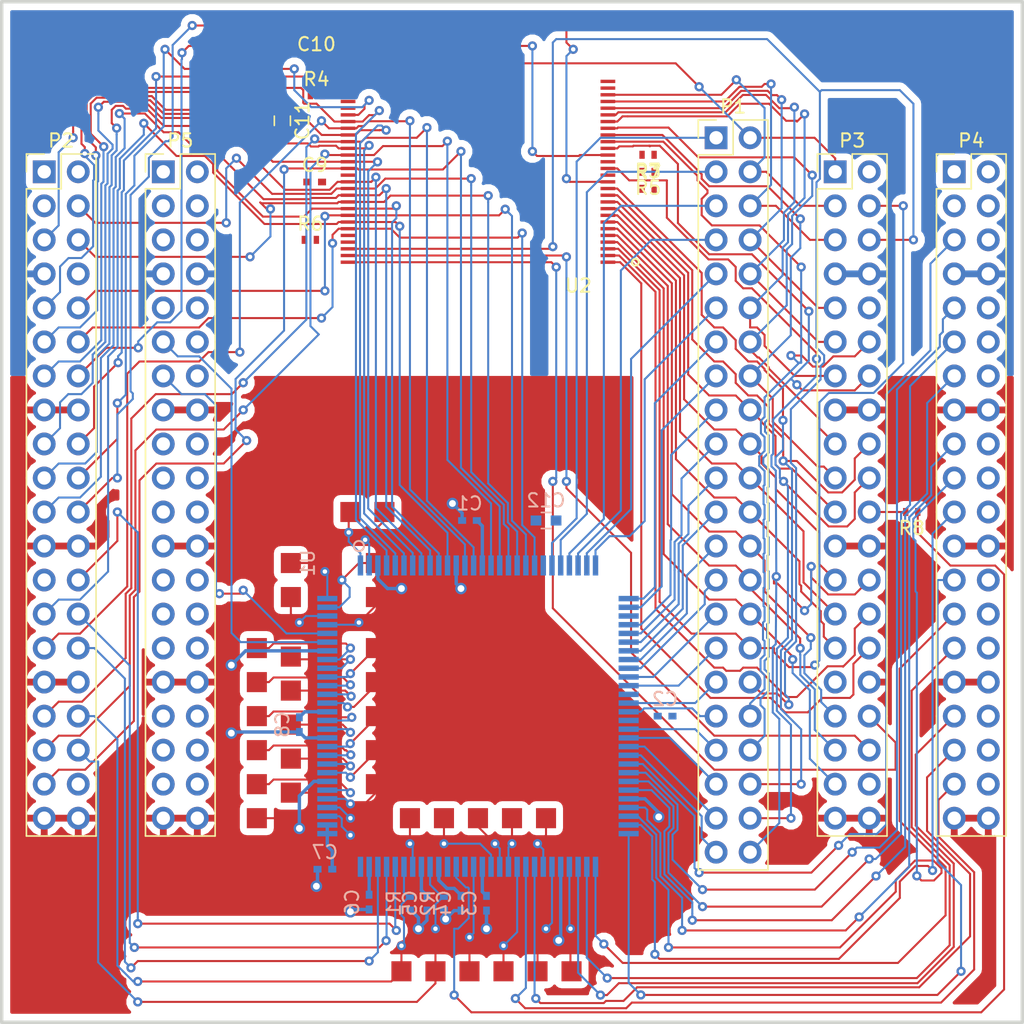
<source format=kicad_pcb>
(kicad_pcb (version 4) (host pcbnew 4.0.5+dfsg1-4)
  (title_block (date 2017-04-13))
  (layers (0 F.Cu signal) (31 B.Cu signal) (34 B.Paste user hide) (35 F.Paste user hide) (36 B.SilkS user) (37 F.SilkS user) (38 B.Mask user) (39 F.Mask user) (44 Edge.Cuts user))
  (net 0 "")
  (net 1 +3V3)
  (net 2 GND)
  (net 3 "/Flash and CPU/CPU_A0")
  (net 4 FLASH_A0)
  (net 5 "/Flash and CPU/CPU_A1")
  (net 6 FLASH_A1)
  (net 7 "/Flash and CPU/CPU_A2")
  (net 8 FLASH_A2)
  (net 9 "/Flash and CPU/CPU_A3")
  (net 10 FLASH_A3)
  (net 11 "/Flash and CPU/CPU_A4")
  (net 12 FLASH_A4)
  (net 13 "/Flash and CPU/CPU_A5")
  (net 14 FLASH_A5)
  (net 15 "/Flash and CPU/CPU_A6")
  (net 16 FLASH_A6)
  (net 17 "/Flash and CPU/CPU_A7")
  (net 18 FLASH_A7)
  (net 19 "/Flash and CPU/CPU_A8")
  (net 20 FLASH_A8)
  (net 21 "/Flash and CPU/CPU_A9")
  (net 22 FLASH_A9)
  (net 23 "/Flash and CPU/CPU_A10")
  (net 24 FLASH_A10)
  (net 25 "/Flash and CPU/CPU_A11")
  (net 26 FLASH_A11)
  (net 27 "/Flash and CPU/CPU_A12")
  (net 28 FLASH_A12)
  (net 29 "/Flash and CPU/CPU_A13")
  (net 30 FLASH_A13)
  (net 31 "/Flash and CPU/CPU_A14")
  (net 32 FLASH_A14)
  (net 33 "/Flash and CPU/CPU_A15")
  (net 34 FLASH_A15)
  (net 35 "/Flash and CPU/CPU_A16")
  (net 36 FLASH_A16)
  (net 37 "/Flash and CPU/CPU_A17")
  (net 38 FLASH_A17)
  (net 39 "/Flash and CPU/CPU_A18")
  (net 40 FLASH_A18)
  (net 41 "/Flash and CPU/CPU_A19")
  (net 42 FLASH_A19)
  (net 43 "/Flash and CPU/CPU_A20")
  (net 44 FLASH_A20)
  (net 45 "/Flash and CPU/CPU_A21")
  (net 46 FLASH_A21)
  (net 47 "Net-(P2-Pad1)")
  (net 48 "Net-(P2-Pad3)")
  (net 49 AD12)
  (net 50 AD0)
  (net 51 AD13)
  (net 52 AD1)
  (net 53 AD14)
  (net 54 AD2)
  (net 55 AD15)
  (net 56 AD3)
  (net 57 FLASH_READY)
  (net 58 AD4)
  (net 59 ~FLASH_CE)
  (net 60 AD5)
  (net 61 ~FLASH_OE)
  (net 62 AD6)
  (net 63 ~FLASH_WE)
  (net 64 "Net-(P2-Pad25)")
  (net 65 MD0)
  (net 66 AD7)
  (net 67 MD1)
  (net 68 AD8)
  (net 69 MD2)
  (net 70 AD9)
  (net 71 CPU_~RES)
  (net 72 AD10)
  (net 73 CPU_NMI)
  (net 74 AD11)
  (net 75 "Net-(P2-Pad38)")
  (net 76 "Net-(P3-Pad10)")
  (net 77 "Net-(P3-Pad22)")
  (net 78 FLASH_A22)
  (net 79 FLASH_A23)
  (net 80 FLASH_A24)
  (net 81 FLASH_A25)
  (net 82 "Net-(P3-Pad38)")
  (net 83 "Net-(P4-Pad1)")
  (net 84 "Net-(P4-Pad3)")
  (net 85 "Net-(P4-Pad4)")
  (net 86 CPU_~CS0)
  (net 87 "Net-(P4-Pad6)")
  (net 88 CPU_~CS1)
  (net 89 "Net-(P4-Pad10)")
  (net 90 CPU_~CS2)
  (net 91 "Net-(P4-Pad12)")
  (net 92 CPU_~CS3)
  (net 93 "Net-(P4-Pad14)")
  (net 94 CPU_~CS4)
  (net 95 "Net-(P4-Pad18)")
  (net 96 CPU_~CS5)
  (net 97 "Net-(P4-Pad20)")
  (net 98 CPU_~CS6)
  (net 99 "Net-(P4-Pad22)")
  (net 100 CPU_~CS7)
  (net 101 "Net-(P4-Pad26)")
  (net 102 CPU_~WRL~/~WR)
  (net 103 "Net-(P4-Pad28)")
  (net 104 CPU_~WRH~/~LBS~)
  (net 105 "Net-(P4-Pad30)")
  (net 106 CPU_~RD)
  (net 107 "Net-(P4-Pad34)")
  (net 108 CPU_DPL)
  (net 109 "Net-(P4-Pad36)")
  (net 110 CPU_DPH)
  (net 111 "Net-(P4-Pad38)")
  (net 112 "Net-(P5-Pad1)")
  (net 113 "Net-(P5-Pad3)")
  (net 114 "Net-(P5-Pad4)")
  (net 115 "Net-(P5-Pad5)")
  (net 116 "Net-(P5-Pad6)")
  (net 117 "Net-(P5-Pad9)")
  (net 118 "Net-(P5-Pad10)")
  (net 119 CPU_RX)
  (net 120 "Net-(P5-Pad12)")
  (net 121 CPU_TX)
  (net 122 "Net-(P5-Pad14)")
  (net 123 "Net-(P5-Pad17)")
  (net 124 "Net-(P5-Pad18)")
  (net 125 "Net-(P5-Pad19)")
  (net 126 "Net-(P5-Pad20)")
  (net 127 "Net-(P5-Pad21)")
  (net 128 "Net-(P5-Pad22)")
  (net 129 "Net-(P5-Pad25)")
  (net 130 "Net-(P5-Pad26)")
  (net 131 "Net-(P5-Pad27)")
  (net 132 "Net-(P5-Pad28)")
  (net 133 "Net-(P5-Pad29)")
  (net 134 "Net-(P5-Pad30)")
  (net 135 "Net-(P5-Pad33)")
  (net 136 "Net-(P5-Pad34)")
  (net 137 "Net-(P5-Pad35)")
  (net 138 "Net-(P5-Pad36)")
  (net 139 "Net-(P5-Pad37)")
  (net 140 "Net-(P5-Pad38)")
  (net 141 "Net-(R5-Pad2)")
  (net 142 "Net-(R6-Pad2)")
  (net 143 "Net-(R7-Pad2)")
  (net 144 CPU_CLK)
  (net 145 "Net-(U1-Pad1)")
  (net 146 "Net-(U1-Pad2)")
  (net 147 "Net-(U1-Pad60)")
  (net 148 "Net-(U1-Pad62)")
  (net 149 "Net-(U1-Pad63)")
  (net 150 "Net-(U1-Pad66)")
  (net 151 "Net-(U1-Pad67)")
  (net 152 "Net-(U1-Pad68)")
  (net 153 "Net-(U1-Pad69)")
  (net 154 "Net-(U1-Pad71)")
  (net 155 "Net-(U1-Pad74)")
  (net 156 "Net-(U1-Pad78)")
  (net 157 "Net-(U1-Pad87)")
  (net 158 "Net-(U1-Pad88)")
  (net 159 "Net-(U1-Pad89)")
  (net 160 "Net-(U1-Pad90)")
  (net 161 "Net-(U1-Pad92)")
  (net 162 "Net-(U1-Pad93)")
  (net 163 "Net-(U1-Pad94)")
  (net 164 "Net-(U1-Pad95)")
  (net 165 "Net-(U1-Pad97)")
  (net 166 "Net-(U1-Pad98)")
  (net 167 "Net-(U1-Pad100)")
  (net 168 "Net-(U1-Pad101)")
  (net 169 "Net-(U1-Pad102)")
  (net 170 "Net-(U1-Pad103)")
  (net 171 "Net-(U1-Pad104)")
  (net 172 "Net-(U1-Pad105)")
  (net 173 "Net-(U1-Pad109)")
  (net 174 "Net-(U1-Pad110)")
  (net 175 "Net-(U1-Pad111)")
  (net 176 "Net-(U1-Pad112)")
  (module saturn-cdb-parts:cdb-sh1 (layer B.Cu) (at 86.36 104.14 270)
    (fp_text reference U1 (at -11.43 12.7 270) (layer B.SilkS) (effects (justify mirror)))
    (fp_text value SH1)
    (pad 1 smd rect (at -11.25 8.775 270) (size 1.5 0.4064) (layers B.Cu B.Paste B.Mask) (net 145 "Net-(U1-Pad1)"))
    (pad 2 smd rect (at -11.25 8.125 270) (size 1.5 0.4064) (layers B.Cu B.Paste B.Mask) (net 146 "Net-(U1-Pad2)"))
    (pad 3 smd rect (at -11.25 7.475 270) (size 1.5 0.4064) (layers B.Cu B.Paste B.Mask) (net 2 GND))
    (pad 4 smd rect (at -11.25 6.825 270) (size 1.5 0.4064) (layers B.Cu B.Paste B.Mask) (net 50 AD0))
    (pad 5 smd rect (at -11.25 6.175 270) (size 1.5 0.4064) (layers B.Cu B.Paste B.Mask) (net 52 AD1))
    (pad 6 smd rect (at -11.25 5.525 270) (size 1.5 0.4064) (layers B.Cu B.Paste B.Mask) (net 54 AD2))
    (pad 7 smd rect (at -11.25 4.875 270) (size 1.5 0.4064) (layers B.Cu B.Paste B.Mask) (net 56 AD3))
    (pad 8 smd rect (at -11.25 4.225 270) (size 1.5 0.4064) (layers B.Cu B.Paste B.Mask) (net 58 AD4))
    (pad 9 smd rect (at -11.25 3.575 270) (size 1.5 0.4064) (layers B.Cu B.Paste B.Mask) (net 60 AD5))
    (pad 10 smd rect (at -11.25 2.925 270) (size 1.5 0.4064) (layers B.Cu B.Paste B.Mask) (net 62 AD6))
    (pad 11 smd rect (at -11.25 2.275 270) (size 1.5 0.4064) (layers B.Cu B.Paste B.Mask) (net 66 AD7))
    (pad 12 smd rect (at -11.25 1.625 270) (size 1.5 0.4064) (layers B.Cu B.Paste B.Mask) (net 2 GND))
    (pad 13 smd rect (at -11.25 0.975 270) (size 1.5 0.4064) (layers B.Cu B.Paste B.Mask) (net 68 AD8))
    (pad 14 smd rect (at -11.25 0.325 270) (size 1.5 0.4064) (layers B.Cu B.Paste B.Mask) (net 70 AD9))
    (pad 15 smd rect (at -11.25 -0.325 270) (size 1.5 0.4064) (layers B.Cu B.Paste B.Mask) (net 1 +3V3))
    (pad 16 smd rect (at -11.25 -0.975 270) (size 1.5 0.4064) (layers B.Cu B.Paste B.Mask) (net 72 AD10))
    (pad 17 smd rect (at -11.25 -1.625 270) (size 1.5 0.4064) (layers B.Cu B.Paste B.Mask) (net 74 AD11))
    (pad 18 smd rect (at -11.25 -2.275 270) (size 1.5 0.4064) (layers B.Cu B.Paste B.Mask) (net 49 AD12))
    (pad 19 smd rect (at -11.25 -2.925 270) (size 1.5 0.4064) (layers B.Cu B.Paste B.Mask) (net 51 AD13))
    (pad 20 smd rect (at -11.25 -3.575 270) (size 1.5 0.4064) (layers B.Cu B.Paste B.Mask) (net 53 AD14))
    (pad 21 smd rect (at -11.25 -4.225 270) (size 1.5 0.4064) (layers B.Cu B.Paste B.Mask) (net 55 AD15))
    (pad 22 smd rect (at -11.25 -4.875 270) (size 1.5 0.4064) (layers B.Cu B.Paste B.Mask) (net 2 GND))
    (pad 23 smd rect (at -11.25 -5.525 270) (size 1.5 0.4064) (layers B.Cu B.Paste B.Mask) (net 3 "/Flash and CPU/CPU_A0"))
    (pad 24 smd rect (at -11.25 -6.175 270) (size 1.5 0.4064) (layers B.Cu B.Paste B.Mask) (net 5 "/Flash and CPU/CPU_A1"))
    (pad 25 smd rect (at -11.25 -6.825 270) (size 1.5 0.4064) (layers B.Cu B.Paste B.Mask) (net 7 "/Flash and CPU/CPU_A2"))
    (pad 26 smd rect (at -11.25 -7.475 270) (size 1.5 0.4064) (layers B.Cu B.Paste B.Mask) (net 9 "/Flash and CPU/CPU_A3"))
    (pad 27 smd rect (at -11.25 -8.125 270) (size 1.5 0.4064) (layers B.Cu B.Paste B.Mask) (net 11 "/Flash and CPU/CPU_A4"))
    (pad 28 smd rect (at -11.25 -8.775 270) (size 1.5 0.4064) (layers B.Cu B.Paste B.Mask) (net 13 "/Flash and CPU/CPU_A5"))
    (pad 29 smd rect (at -8.775 -11.25 180) (size 1.5 0.4064) (layers B.Cu B.Paste B.Mask) (net 15 "/Flash and CPU/CPU_A6"))
    (pad 30 smd rect (at -8.125 -11.25 180) (size 1.5 0.4064) (layers B.Cu B.Paste B.Mask) (net 17 "/Flash and CPU/CPU_A7"))
    (pad 31 smd rect (at -7.475 -11.25 180) (size 1.5 0.4064) (layers B.Cu B.Paste B.Mask) (net 2 GND))
    (pad 32 smd rect (at -6.825 -11.25 180) (size 1.5 0.4064) (layers B.Cu B.Paste B.Mask) (net 19 "/Flash and CPU/CPU_A8"))
    (pad 33 smd rect (at -6.175 -11.25 180) (size 1.5 0.4064) (layers B.Cu B.Paste B.Mask) (net 21 "/Flash and CPU/CPU_A9"))
    (pad 34 smd rect (at -5.525 -11.25 180) (size 1.5 0.4064) (layers B.Cu B.Paste B.Mask) (net 23 "/Flash and CPU/CPU_A10"))
    (pad 35 smd rect (at -4.875 -11.25 180) (size 1.5 0.4064) (layers B.Cu B.Paste B.Mask) (net 25 "/Flash and CPU/CPU_A11"))
    (pad 36 smd rect (at -4.225 -11.25 180) (size 1.5 0.4064) (layers B.Cu B.Paste B.Mask) (net 27 "/Flash and CPU/CPU_A12"))
    (pad 37 smd rect (at -3.575 -11.25 180) (size 1.5 0.4064) (layers B.Cu B.Paste B.Mask) (net 29 "/Flash and CPU/CPU_A13"))
    (pad 38 smd rect (at -2.925 -11.25 180) (size 1.5 0.4064) (layers B.Cu B.Paste B.Mask) (net 31 "/Flash and CPU/CPU_A14"))
    (pad 39 smd rect (at -2.275 -11.25 180) (size 1.5 0.4064) (layers B.Cu B.Paste B.Mask) (net 33 "/Flash and CPU/CPU_A15"))
    (pad 40 smd rect (at -1.625 -11.25 180) (size 1.5 0.4064) (layers B.Cu B.Paste B.Mask) (net 2 GND))
    (pad 41 smd rect (at -0.975 -11.25 180) (size 1.5 0.4064) (layers B.Cu B.Paste B.Mask) (net 35 "/Flash and CPU/CPU_A16"))
    (pad 42 smd rect (at -0.325 -11.25 180) (size 1.5 0.4064) (layers B.Cu B.Paste B.Mask) (net 37 "/Flash and CPU/CPU_A17"))
    (pad 43 smd rect (at 0.325 -11.25 180) (size 1.5 0.4064) (layers B.Cu B.Paste B.Mask) (net 1 +3V3))
    (pad 44 smd rect (at 0.975 -11.25 180) (size 1.5 0.4064) (layers B.Cu B.Paste B.Mask) (net 39 "/Flash and CPU/CPU_A18"))
    (pad 45 smd rect (at 1.625 -11.25 180) (size 1.5 0.4064) (layers B.Cu B.Paste B.Mask) (net 41 "/Flash and CPU/CPU_A19"))
    (pad 46 smd rect (at 2.275 -11.25 180) (size 1.5 0.4064) (layers B.Cu B.Paste B.Mask) (net 43 "/Flash and CPU/CPU_A20"))
    (pad 47 smd rect (at 2.925 -11.25 180) (size 1.5 0.4064) (layers B.Cu B.Paste B.Mask) (net 45 "/Flash and CPU/CPU_A21"))
    (pad 48 smd rect (at 3.575 -11.25 180) (size 1.5 0.4064) (layers B.Cu B.Paste B.Mask) (net 86 CPU_~CS0))
    (pad 49 smd rect (at 4.225 -11.25 180) (size 1.5 0.4064) (layers B.Cu B.Paste B.Mask) (net 88 CPU_~CS1))
    (pad 50 smd rect (at 4.875 -11.25 180) (size 1.5 0.4064) (layers B.Cu B.Paste B.Mask) (net 90 CPU_~CS2))
    (pad 51 smd rect (at 5.525 -11.25 180) (size 1.5 0.4064) (layers B.Cu B.Paste B.Mask) (net 92 CPU_~CS3))
    (pad 52 smd rect (at 6.175 -11.25 180) (size 1.5 0.4064) (layers B.Cu B.Paste B.Mask) (net 2 GND))
    (pad 53 smd rect (at 6.825 -11.25 180) (size 1.5 0.4064) (layers B.Cu B.Paste B.Mask) (net 94 CPU_~CS4))
    (pad 54 smd rect (at 7.475 -11.25 180) (size 1.5 0.4064) (layers B.Cu B.Paste B.Mask) (net 96 CPU_~CS5))
    (pad 55 smd rect (at 8.125 -11.25 180) (size 1.5 0.4064) (layers B.Cu B.Paste B.Mask) (net 98 CPU_~CS6))
    (pad 56 smd rect (at 8.775 -11.25 180) (size 1.5 0.4064) (layers B.Cu B.Paste B.Mask) (net 100 CPU_~CS7))
    (pad 57 smd rect (at 11.25 -8.775 270) (size 1.5 0.4064) (layers B.Cu B.Paste B.Mask) (net 102 CPU_~WRL~/~WR))
    (pad 58 smd rect (at 11.25 -8.125 270) (size 1.5 0.4064) (layers B.Cu B.Paste B.Mask) (net 104 CPU_~WRH~/~LBS~))
    (pad 59 smd rect (at 11.25 -7.475 270) (size 1.5 0.4064) (layers B.Cu B.Paste B.Mask) (net 106 CPU_~RD))
    (pad 60 smd rect (at 11.25 -6.825 270) (size 1.5 0.4064) (layers B.Cu B.Paste B.Mask) (net 147 "Net-(U1-Pad60)"))
    (pad 61 smd rect (at 11.25 -6.175 270) (size 1.5 0.4064) (layers B.Cu B.Paste B.Mask) (net 2 GND))
    (pad 62 smd rect (at 11.25 -5.525 270) (size 1.5 0.4064) (layers B.Cu B.Paste B.Mask) (net 148 "Net-(U1-Pad62)"))
    (pad 63 smd rect (at 11.25 -4.875 270) (size 1.5 0.4064) (layers B.Cu B.Paste B.Mask) (net 149 "Net-(U1-Pad63)"))
    (pad 64 smd rect (at 11.25 -4.225 270) (size 1.5 0.4064) (layers B.Cu B.Paste B.Mask) (net 108 CPU_DPL))
    (pad 65 smd rect (at 11.25 -3.575 270) (size 1.5 0.4064) (layers B.Cu B.Paste B.Mask) (net 110 CPU_DPH))
    (pad 66 smd rect (at 11.25 -2.925 270) (size 1.5 0.4064) (layers B.Cu B.Paste B.Mask) (net 150 "Net-(U1-Pad66)"))
    (pad 67 smd rect (at 11.25 -2.275 270) (size 1.5 0.4064) (layers B.Cu B.Paste B.Mask) (net 151 "Net-(U1-Pad67)"))
    (pad 68 smd rect (at 11.25 -1.625 270) (size 1.5 0.4064) (layers B.Cu B.Paste B.Mask) (net 152 "Net-(U1-Pad68)"))
    (pad 69 smd rect (at 11.25 -0.975 270) (size 1.5 0.4064) (layers B.Cu B.Paste B.Mask) (net 153 "Net-(U1-Pad69)"))
    (pad 70 smd rect (at 11.25 -0.325 270) (size 1.5 0.4064) (layers B.Cu B.Paste B.Mask) (net 1 +3V3))
    (pad 71 smd rect (at 11.25 0.325 270) (size 1.5 0.4064) (layers B.Cu B.Paste B.Mask) (net 154 "Net-(U1-Pad71)"))
    (pad 72 smd rect (at 11.25 0.975 270) (size 1.5 0.4064) (layers B.Cu B.Paste B.Mask) (net 2 GND))
    (pad 73 smd rect (at 11.25 1.625 270) (size 1.5 0.4064) (layers B.Cu B.Paste B.Mask) (net 144 CPU_CLK))
    (pad 74 smd rect (at 11.25 2.275 270) (size 1.5 0.4064) (layers B.Cu B.Paste B.Mask) (net 155 "Net-(U1-Pad74)"))
    (pad 75 smd rect (at 11.25 2.925 270) (size 1.5 0.4064) (layers B.Cu B.Paste B.Mask) (net 1 +3V3))
    (pad 76 smd rect (at 11.25 3.575 270) (size 1.5 0.4064) (layers B.Cu B.Paste B.Mask) (net 73 CPU_NMI))
    (pad 77 smd rect (at 11.25 4.225 270) (size 1.5 0.4064) (layers B.Cu B.Paste B.Mask) (net 1 +3V3))
    (pad 78 smd rect (at 11.25 4.875 270) (size 1.5 0.4064) (layers B.Cu B.Paste B.Mask) (net 156 "Net-(U1-Pad78)"))
    (pad 79 smd rect (at 11.25 5.525 270) (size 1.5 0.4064) (layers B.Cu B.Paste B.Mask) (net 71 CPU_~RES))
    (pad 80 smd rect (at 11.25 6.175 270) (size 1.5 0.4064) (layers B.Cu B.Paste B.Mask) (net 65 MD0))
    (pad 81 smd rect (at 11.25 6.825 270) (size 1.5 0.4064) (layers B.Cu B.Paste B.Mask) (net 67 MD1))
    (pad 82 smd rect (at 11.25 7.475 270) (size 1.5 0.4064) (layers B.Cu B.Paste B.Mask) (net 69 MD2))
    (pad 83 smd rect (at 11.25 8.125 270) (size 1.5 0.4064) (layers B.Cu B.Paste B.Mask) (net 1 +3V3))
    (pad 84 smd rect (at 11.25 8.775 270) (size 1.5 0.4064) (layers B.Cu B.Paste B.Mask) (net 1 +3V3))
    (pad 85 smd rect (at 8.775 11.25 180) (size 1.5 0.4064) (layers B.Cu B.Paste B.Mask) (net 1 +3V3))
    (pad 86 smd rect (at 8.125 11.25 180) (size 1.5 0.4064) (layers B.Cu B.Paste B.Mask) (net 1 +3V3))
    (pad 87 smd rect (at 7.475 11.25 180) (size 1.5 0.4064) (layers B.Cu B.Paste B.Mask) (net 157 "Net-(U1-Pad87)"))
    (pad 88 smd rect (at 6.825 11.25 180) (size 1.5 0.4064) (layers B.Cu B.Paste B.Mask) (net 158 "Net-(U1-Pad88)"))
    (pad 89 smd rect (at 6.175 11.25 180) (size 1.5 0.4064) (layers B.Cu B.Paste B.Mask) (net 159 "Net-(U1-Pad89)"))
    (pad 90 smd rect (at 5.525 11.25 180) (size 1.5 0.4064) (layers B.Cu B.Paste B.Mask) (net 160 "Net-(U1-Pad90)"))
    (pad 91 smd rect (at 4.875 11.25 180) (size 1.5 0.4064) (layers B.Cu B.Paste B.Mask) (net 2 GND))
    (pad 92 smd rect (at 4.225 11.25 180) (size 1.5 0.4064) (layers B.Cu B.Paste B.Mask) (net 161 "Net-(U1-Pad92)"))
    (pad 93 smd rect (at 3.575 11.25 180) (size 1.5 0.4064) (layers B.Cu B.Paste B.Mask) (net 162 "Net-(U1-Pad93)"))
    (pad 94 smd rect (at 2.925 11.25 180) (size 1.5 0.4064) (layers B.Cu B.Paste B.Mask) (net 163 "Net-(U1-Pad94)"))
    (pad 95 smd rect (at 2.275 11.25 180) (size 1.5 0.4064) (layers B.Cu B.Paste B.Mask) (net 164 "Net-(U1-Pad95)"))
    (pad 96 smd rect (at 1.625 11.25 180) (size 1.5 0.4064) (layers B.Cu B.Paste B.Mask) (net 2 GND))
    (pad 97 smd rect (at 0.975 11.25 180) (size 1.5 0.4064) (layers B.Cu B.Paste B.Mask) (net 165 "Net-(U1-Pad97)"))
    (pad 98 smd rect (at 0.325 11.25 180) (size 1.5 0.4064) (layers B.Cu B.Paste B.Mask) (net 166 "Net-(U1-Pad98)"))
    (pad 99 smd rect (at -0.325 11.25 180) (size 1.5 0.4064) (layers B.Cu B.Paste B.Mask) (net 1 +3V3))
    (pad 100 smd rect (at -0.975 11.25 180) (size 1.5 0.4064) (layers B.Cu B.Paste B.Mask) (net 167 "Net-(U1-Pad100)"))
    (pad 101 smd rect (at -1.625 11.25 180) (size 1.5 0.4064) (layers B.Cu B.Paste B.Mask) (net 168 "Net-(U1-Pad101)"))
    (pad 102 smd rect (at -2.275 11.25 180) (size 1.5 0.4064) (layers B.Cu B.Paste B.Mask) (net 169 "Net-(U1-Pad102)"))
    (pad 103 smd rect (at -2.925 11.25 180) (size 1.5 0.4064) (layers B.Cu B.Paste B.Mask) (net 170 "Net-(U1-Pad103)"))
    (pad 104 smd rect (at -3.575 11.25 180) (size 1.5 0.4064) (layers B.Cu B.Paste B.Mask) (net 171 "Net-(U1-Pad104)"))
    (pad 105 smd rect (at -4.225 11.25 180) (size 1.5 0.4064) (layers B.Cu B.Paste B.Mask) (net 172 "Net-(U1-Pad105)"))
    (pad 106 smd rect (at -4.875 11.25 180) (size 1.5 0.4064) (layers B.Cu B.Paste B.Mask) (net 2 GND))
    (pad 107 smd rect (at -5.525 11.25 180) (size 1.5 0.4064) (layers B.Cu B.Paste B.Mask) (net 119 CPU_RX))
    (pad 108 smd rect (at -6.175 11.25 180) (size 1.5 0.4064) (layers B.Cu B.Paste B.Mask) (net 121 CPU_TX))
    (pad 109 smd rect (at -6.825 11.25 180) (size 1.5 0.4064) (layers B.Cu B.Paste B.Mask) (net 173 "Net-(U1-Pad109)"))
    (pad 110 smd rect (at -7.475 11.25 180) (size 1.5 0.4064) (layers B.Cu B.Paste B.Mask) (net 174 "Net-(U1-Pad110)"))
    (pad 111 smd rect (at -8.125 11.25 180) (size 1.5 0.4064) (layers B.Cu B.Paste B.Mask) (net 175 "Net-(U1-Pad111)"))
    (pad 112 smd rect (at -8.775 11.25 180) (size 1.5 0.4064) (layers B.Cu B.Paste B.Mask) (net 176 "Net-(U1-Pad112)"))
  )
  (module Pin_Headers:Pin_Header_Straight_2x20_Pitch2.54mm (layer F.Cu) (at 53.975 63.5)
    (fp_text reference P2 (at 1.27 -2.33) (layer F.SilkS))
    (fp_text value CONN_02X20 hide)
    (pad 1 thru_hole rect (at 0 0) (size 1.7 1.7) (drill 1) (layers *.Cu *.Mask) (net 47 "Net-(P2-Pad1)"))
    (pad 2 thru_hole oval (at 2.54 0) (size 1.7 1.7) (drill 1) (layers *.Cu *.Mask) (net 1 +3V3))
    (pad 3 thru_hole oval (at 0 2.54) (size 1.7 1.7) (drill 1) (layers *.Cu *.Mask) (net 48 "Net-(P2-Pad3)"))
    (pad 4 thru_hole oval (at 2.54 2.54) (size 1.7 1.7) (drill 1) (layers *.Cu *.Mask) (net 49 AD12))
    (pad 5 thru_hole oval (at 0 5.08) (size 1.7 1.7) (drill 1) (layers *.Cu *.Mask) (net 50 AD0))
    (pad 6 thru_hole oval (at 2.54 5.08) (size 1.7 1.7) (drill 1) (layers *.Cu *.Mask) (net 51 AD13))
    (pad 7 thru_hole oval (at 0 7.62) (size 1.7 1.7) (drill 1) (layers *.Cu *.Mask) (net 2 GND))
    (pad 8 thru_hole oval (at 2.54 7.62) (size 1.7 1.7) (drill 1) (layers *.Cu *.Mask) (net 2 GND))
    (pad 9 thru_hole oval (at 0 10.16) (size 1.7 1.7) (drill 1) (layers *.Cu *.Mask) (net 52 AD1))
    (pad 10 thru_hole oval (at 2.54 10.16) (size 1.7 1.7) (drill 1) (layers *.Cu *.Mask) (net 53 AD14))
    (pad 11 thru_hole oval (at 0 12.7) (size 1.7 1.7) (drill 1) (layers *.Cu *.Mask) (net 54 AD2))
    (pad 12 thru_hole oval (at 2.54 12.7) (size 1.7 1.7) (drill 1) (layers *.Cu *.Mask) (net 55 AD15))
    (pad 13 thru_hole oval (at 0 15.24) (size 1.7 1.7) (drill 1) (layers *.Cu *.Mask) (net 56 AD3))
    (pad 14 thru_hole oval (at 2.54 15.24) (size 1.7 1.7) (drill 1) (layers *.Cu *.Mask) (net 57 FLASH_READY))
    (pad 15 thru_hole oval (at 0 17.78) (size 1.7 1.7) (drill 1) (layers *.Cu *.Mask) (net 2 GND))
    (pad 16 thru_hole oval (at 2.54 17.78) (size 1.7 1.7) (drill 1) (layers *.Cu *.Mask) (net 2 GND))
    (pad 17 thru_hole oval (at 0 20.32) (size 1.7 1.7) (drill 1) (layers *.Cu *.Mask) (net 58 AD4))
    (pad 18 thru_hole oval (at 2.54 20.32) (size 1.7 1.7) (drill 1) (layers *.Cu *.Mask) (net 59 ~FLASH_CE))
    (pad 19 thru_hole oval (at 0 22.86) (size 1.7 1.7) (drill 1) (layers *.Cu *.Mask) (net 60 AD5))
    (pad 20 thru_hole oval (at 2.54 22.86) (size 1.7 1.7) (drill 1) (layers *.Cu *.Mask) (net 61 ~FLASH_OE))
    (pad 21 thru_hole oval (at 0 25.4) (size 1.7 1.7) (drill 1) (layers *.Cu *.Mask) (net 62 AD6))
    (pad 22 thru_hole oval (at 2.54 25.4) (size 1.7 1.7) (drill 1) (layers *.Cu *.Mask) (net 63 ~FLASH_WE))
    (pad 23 thru_hole oval (at 0 27.94) (size 1.7 1.7) (drill 1) (layers *.Cu *.Mask) (net 2 GND))
    (pad 24 thru_hole oval (at 2.54 27.94) (size 1.7 1.7) (drill 1) (layers *.Cu *.Mask) (net 2 GND))
    (pad 25 thru_hole oval (at 0 30.48) (size 1.7 1.7) (drill 1) (layers *.Cu *.Mask) (net 64 "Net-(P2-Pad25)"))
    (pad 26 thru_hole oval (at 2.54 30.48) (size 1.7 1.7) (drill 1) (layers *.Cu *.Mask) (net 65 MD0))
    (pad 27 thru_hole oval (at 0 33.02) (size 1.7 1.7) (drill 1) (layers *.Cu *.Mask) (net 66 AD7))
    (pad 28 thru_hole oval (at 2.54 33.02) (size 1.7 1.7) (drill 1) (layers *.Cu *.Mask) (net 67 MD1))
    (pad 29 thru_hole oval (at 0 35.56) (size 1.7 1.7) (drill 1) (layers *.Cu *.Mask) (net 68 AD8))
    (pad 30 thru_hole oval (at 2.54 35.56) (size 1.7 1.7) (drill 1) (layers *.Cu *.Mask) (net 69 MD2))
    (pad 31 thru_hole oval (at 0 38.1) (size 1.7 1.7) (drill 1) (layers *.Cu *.Mask) (net 2 GND))
    (pad 32 thru_hole oval (at 2.54 38.1) (size 1.7 1.7) (drill 1) (layers *.Cu *.Mask) (net 2 GND))
    (pad 33 thru_hole oval (at 0 40.64) (size 1.7 1.7) (drill 1) (layers *.Cu *.Mask) (net 70 AD9))
    (pad 34 thru_hole oval (at 2.54 40.64) (size 1.7 1.7) (drill 1) (layers *.Cu *.Mask) (net 71 CPU_~RES))
    (pad 35 thru_hole oval (at 0 43.18) (size 1.7 1.7) (drill 1) (layers *.Cu *.Mask) (net 72 AD10))
    (pad 36 thru_hole oval (at 2.54 43.18) (size 1.7 1.7) (drill 1) (layers *.Cu *.Mask) (net 73 CPU_NMI))
    (pad 37 thru_hole oval (at 0 45.72) (size 1.7 1.7) (drill 1) (layers *.Cu *.Mask) (net 74 AD11))
    (pad 38 thru_hole oval (at 2.54 45.72) (size 1.7 1.7) (drill 1) (layers *.Cu *.Mask) (net 75 "Net-(P2-Pad38)"))
    (pad 39 thru_hole oval (at 0 48.26) (size 1.7 1.7) (drill 1) (layers *.Cu *.Mask) (net 2 GND))
    (pad 40 thru_hole oval (at 2.54 48.26) (size 1.7 1.7) (drill 1) (layers *.Cu *.Mask) (net 2 GND))
  )
  (module Capacitors_SMD:C_0402_NoSilk (layer B.Cu) (at 85.725 89.535 180)
    (fp_text reference C1 (at 0 1.27 180) (layer B.SilkS) (effects (justify mirror)))
    (fp_text value 0.1uF)
    (pad 1 smd rect (at -0.55 0 180) (size 0.6 0.5) (layers B.Cu B.Paste B.Mask) (net 1 +3V3))
    (pad 2 smd rect (at 0.55 0 180) (size 0.6 0.5) (layers B.Cu B.Paste B.Mask) (net 2 GND))
  )
  (module Capacitors_SMD:C_0402_NoSilk (layer B.Cu) (at 100.33 104.14 180)
    (fp_text reference C2 (at 0 1.27 180) (layer B.SilkS) (effects (justify mirror)))
    (fp_text value 0.1uF)
    (pad 1 smd rect (at -0.55 0 180) (size 0.6 0.5) (layers B.Cu B.Paste B.Mask) (net 1 +3V3))
    (pad 2 smd rect (at 0.55 0 180) (size 0.6 0.5) (layers B.Cu B.Paste B.Mask) (net 2 GND))
  )
  (module Capacitors_SMD:C_0402_NoSilk (layer B.Cu) (at 86.995 118.11 270)
    (fp_text reference C3 (at 0 1.27 270) (layer B.SilkS) (effects (justify mirror)))
    (fp_text value 0.1uF)
    (pad 1 smd rect (at -0.55 0 270) (size 0.6 0.5) (layers B.Cu B.Paste B.Mask) (net 1 +3V3))
    (pad 2 smd rect (at 0.55 0 270) (size 0.6 0.5) (layers B.Cu B.Paste B.Mask) (net 2 GND))
  )
  (module Capacitors_SMD:C_0402_NoSilk (layer B.Cu) (at 85.09 118.11 270)
    (fp_text reference C4 (at 0 1.27 270) (layer B.SilkS) (effects (justify mirror)))
    (fp_text value 0.1uF)
    (pad 1 smd rect (at -0.55 0 270) (size 0.6 0.5) (layers B.Cu B.Paste B.Mask) (net 1 +3V3))
    (pad 2 smd rect (at 0.55 0 270) (size 0.6 0.5) (layers B.Cu B.Paste B.Mask) (net 2 GND))
  )
  (module Capacitors_SMD:C_0402_NoSilk (layer B.Cu) (at 82.55 118.11 270)
    (fp_text reference C5 (at 0 1.27 270) (layer B.SilkS) (effects (justify mirror)))
    (fp_text value 0.1uF)
    (pad 1 smd rect (at -0.55 0 270) (size 0.6 0.5) (layers B.Cu B.Paste B.Mask) (net 1 +3V3))
    (pad 2 smd rect (at 0.55 0 270) (size 0.6 0.5) (layers B.Cu B.Paste B.Mask) (net 2 GND))
  )
  (module Capacitors_SMD:C_0402_NoSilk (layer B.Cu) (at 78.232 118.025 270)
    (fp_text reference C6 (at 0 1.27 270) (layer B.SilkS) (effects (justify mirror)))
    (fp_text value 0.1uF)
    (pad 1 smd rect (at -0.55 0 270) (size 0.6 0.5) (layers B.Cu B.Paste B.Mask) (net 1 +3V3))
    (pad 2 smd rect (at 0.55 0 270) (size 0.6 0.5) (layers B.Cu B.Paste B.Mask) (net 2 GND))
  )
  (module Capacitors_SMD:C_0402_NoSilk (layer B.Cu) (at 74.93 115.57 180)
    (fp_text reference C7 (at 0 1.27 180) (layer B.SilkS) (effects (justify mirror)))
    (fp_text value 0.1uF)
    (pad 1 smd rect (at -0.55 0 180) (size 0.6 0.5) (layers B.Cu B.Paste B.Mask) (net 1 +3V3))
    (pad 2 smd rect (at 0.55 0 180) (size 0.6 0.5) (layers B.Cu B.Paste B.Mask) (net 2 GND))
  )
  (module Capacitors_SMD:C_0402_NoSilk (layer B.Cu) (at 73.025 104.775 270)
    (fp_text reference C8 (at 0 1.27 270) (layer B.SilkS) (effects (justify mirror)))
    (fp_text value 0.1uF)
    (pad 1 smd rect (at -0.55 0 270) (size 0.6 0.5) (layers B.Cu B.Paste B.Mask) (net 1 +3V3))
    (pad 2 smd rect (at 0.55 0 270) (size 0.6 0.5) (layers B.Cu B.Paste B.Mask) (net 2 GND))
  )
  (module Capacitors_SMD:C_0402_NoSilk (layer F.Cu) (at 74.168 64.262)
    (fp_text reference C9 (at 0 -1.27) (layer F.SilkS))
    (fp_text value 0.1uF)
    (pad 1 smd rect (at -0.55 0) (size 0.6 0.5) (layers F.Cu F.Paste F.Mask) (net 1 +3V3))
    (pad 2 smd rect (at 0.55 0) (size 0.6 0.5) (layers F.Cu F.Paste F.Mask) (net 2 GND))
  )
  (module Capacitors_SMD:C_0402_NoSilk (layer F.Cu) (at 74.295 55.245)
    (fp_text reference C10 (at 0 -1.27) (layer F.SilkS))
    (fp_text value 0.1uF)
    (pad 1 smd rect (at -0.55 0) (size 0.6 0.5) (layers F.Cu F.Paste F.Mask) (net 1 +3V3))
    (pad 2 smd rect (at 0.55 0) (size 0.6 0.5) (layers F.Cu F.Paste F.Mask) (net 2 GND))
  )
  (module Capacitors_SMD:C_0603 (layer F.Cu) (at 71.755 59.69 270)
    (fp_text reference C11 (at 0 -1.5 270) (layer F.SilkS))
    (fp_text value 1uF)
    (pad 1 smd rect (at -0.75 0 270) (size 0.8 0.75) (layers F.Cu F.Paste F.Mask) (net 1 +3V3))
    (pad 2 smd rect (at 0.75 0 270) (size 0.8 0.75) (layers F.Cu F.Paste F.Mask) (net 2 GND))
  )
  (module Capacitors_SMD:C_0603 (layer B.Cu) (at 91.44 89.535 180)
    (fp_text reference C12 (at 0 1.5 180) (layer B.SilkS) (effects (justify mirror)))
    (fp_text value 1uF)
    (pad 1 smd rect (at -0.75 0 180) (size 0.8 0.75) (layers B.Cu B.Paste B.Mask) (net 1 +3V3))
    (pad 2 smd rect (at 0.75 0 180) (size 0.8 0.75) (layers B.Cu B.Paste B.Mask) (net 2 GND))
  )
  (module Pin_Headers:Pin_Header_Straight_2x22_Pitch2.54mm (layer F.Cu) (at 104.14 60.96)
    (fp_text reference P1 (at 1.27 -2.33) (layer F.SilkS))
    (fp_text value CONN_02X22 hide)
    (pad 1 thru_hole rect (at 0 0) (size 1.7 1.7) (drill 1) (layers *.Cu *.Mask) (net 3 "/Flash and CPU/CPU_A0"))
    (pad 2 thru_hole oval (at 2.54 0) (size 1.7 1.7) (drill 1) (layers *.Cu *.Mask) (net 4 FLASH_A0))
    (pad 3 thru_hole oval (at 0 2.54) (size 1.7 1.7) (drill 1) (layers *.Cu *.Mask) (net 5 "/Flash and CPU/CPU_A1"))
    (pad 4 thru_hole oval (at 2.54 2.54) (size 1.7 1.7) (drill 1) (layers *.Cu *.Mask) (net 6 FLASH_A1))
    (pad 5 thru_hole oval (at 0 5.08) (size 1.7 1.7) (drill 1) (layers *.Cu *.Mask) (net 7 "/Flash and CPU/CPU_A2"))
    (pad 6 thru_hole oval (at 2.54 5.08) (size 1.7 1.7) (drill 1) (layers *.Cu *.Mask) (net 8 FLASH_A2))
    (pad 7 thru_hole oval (at 0 7.62) (size 1.7 1.7) (drill 1) (layers *.Cu *.Mask) (net 9 "/Flash and CPU/CPU_A3"))
    (pad 8 thru_hole oval (at 2.54 7.62) (size 1.7 1.7) (drill 1) (layers *.Cu *.Mask) (net 10 FLASH_A3))
    (pad 9 thru_hole oval (at 0 10.16) (size 1.7 1.7) (drill 1) (layers *.Cu *.Mask) (net 11 "/Flash and CPU/CPU_A4"))
    (pad 10 thru_hole oval (at 2.54 10.16) (size 1.7 1.7) (drill 1) (layers *.Cu *.Mask) (net 12 FLASH_A4))
    (pad 11 thru_hole oval (at 0 12.7) (size 1.7 1.7) (drill 1) (layers *.Cu *.Mask) (net 13 "/Flash and CPU/CPU_A5"))
    (pad 12 thru_hole oval (at 2.54 12.7) (size 1.7 1.7) (drill 1) (layers *.Cu *.Mask) (net 14 FLASH_A5))
    (pad 13 thru_hole oval (at 0 15.24) (size 1.7 1.7) (drill 1) (layers *.Cu *.Mask) (net 15 "/Flash and CPU/CPU_A6"))
    (pad 14 thru_hole oval (at 2.54 15.24) (size 1.7 1.7) (drill 1) (layers *.Cu *.Mask) (net 16 FLASH_A6))
    (pad 15 thru_hole oval (at 0 17.78) (size 1.7 1.7) (drill 1) (layers *.Cu *.Mask) (net 17 "/Flash and CPU/CPU_A7"))
    (pad 16 thru_hole oval (at 2.54 17.78) (size 1.7 1.7) (drill 1) (layers *.Cu *.Mask) (net 18 FLASH_A7))
    (pad 17 thru_hole oval (at 0 20.32) (size 1.7 1.7) (drill 1) (layers *.Cu *.Mask) (net 19 "/Flash and CPU/CPU_A8"))
    (pad 18 thru_hole oval (at 2.54 20.32) (size 1.7 1.7) (drill 1) (layers *.Cu *.Mask) (net 20 FLASH_A8))
    (pad 19 thru_hole oval (at 0 22.86) (size 1.7 1.7) (drill 1) (layers *.Cu *.Mask) (net 21 "/Flash and CPU/CPU_A9"))
    (pad 20 thru_hole oval (at 2.54 22.86) (size 1.7 1.7) (drill 1) (layers *.Cu *.Mask) (net 22 FLASH_A9))
    (pad 21 thru_hole oval (at 0 25.4) (size 1.7 1.7) (drill 1) (layers *.Cu *.Mask) (net 23 "/Flash and CPU/CPU_A10"))
    (pad 22 thru_hole oval (at 2.54 25.4) (size 1.7 1.7) (drill 1) (layers *.Cu *.Mask) (net 24 FLASH_A10))
    (pad 23 thru_hole oval (at 0 27.94) (size 1.7 1.7) (drill 1) (layers *.Cu *.Mask) (net 25 "/Flash and CPU/CPU_A11"))
    (pad 24 thru_hole oval (at 2.54 27.94) (size 1.7 1.7) (drill 1) (layers *.Cu *.Mask) (net 26 FLASH_A11))
    (pad 25 thru_hole oval (at 0 30.48) (size 1.7 1.7) (drill 1) (layers *.Cu *.Mask) (net 27 "/Flash and CPU/CPU_A12"))
    (pad 26 thru_hole oval (at 2.54 30.48) (size 1.7 1.7) (drill 1) (layers *.Cu *.Mask) (net 28 FLASH_A12))
    (pad 27 thru_hole oval (at 0 33.02) (size 1.7 1.7) (drill 1) (layers *.Cu *.Mask) (net 29 "/Flash and CPU/CPU_A13"))
    (pad 28 thru_hole oval (at 2.54 33.02) (size 1.7 1.7) (drill 1) (layers *.Cu *.Mask) (net 30 FLASH_A13))
    (pad 29 thru_hole oval (at 0 35.56) (size 1.7 1.7) (drill 1) (layers *.Cu *.Mask) (net 31 "/Flash and CPU/CPU_A14"))
    (pad 30 thru_hole oval (at 2.54 35.56) (size 1.7 1.7) (drill 1) (layers *.Cu *.Mask) (net 32 FLASH_A14))
    (pad 31 thru_hole oval (at 0 38.1) (size 1.7 1.7) (drill 1) (layers *.Cu *.Mask) (net 33 "/Flash and CPU/CPU_A15"))
    (pad 32 thru_hole oval (at 2.54 38.1) (size 1.7 1.7) (drill 1) (layers *.Cu *.Mask) (net 34 FLASH_A15))
    (pad 33 thru_hole oval (at 0 40.64) (size 1.7 1.7) (drill 1) (layers *.Cu *.Mask) (net 35 "/Flash and CPU/CPU_A16"))
    (pad 34 thru_hole oval (at 2.54 40.64) (size 1.7 1.7) (drill 1) (layers *.Cu *.Mask) (net 36 FLASH_A16))
    (pad 35 thru_hole oval (at 0 43.18) (size 1.7 1.7) (drill 1) (layers *.Cu *.Mask) (net 37 "/Flash and CPU/CPU_A17"))
    (pad 36 thru_hole oval (at 2.54 43.18) (size 1.7 1.7) (drill 1) (layers *.Cu *.Mask) (net 38 FLASH_A17))
    (pad 37 thru_hole oval (at 0 45.72) (size 1.7 1.7) (drill 1) (layers *.Cu *.Mask) (net 39 "/Flash and CPU/CPU_A18"))
    (pad 38 thru_hole oval (at 2.54 45.72) (size 1.7 1.7) (drill 1) (layers *.Cu *.Mask) (net 40 FLASH_A18))
    (pad 39 thru_hole oval (at 0 48.26) (size 1.7 1.7) (drill 1) (layers *.Cu *.Mask) (net 41 "/Flash and CPU/CPU_A19"))
    (pad 40 thru_hole oval (at 2.54 48.26) (size 1.7 1.7) (drill 1) (layers *.Cu *.Mask) (net 42 FLASH_A19))
    (pad 41 thru_hole oval (at 0 50.8) (size 1.7 1.7) (drill 1) (layers *.Cu *.Mask) (net 43 "/Flash and CPU/CPU_A20"))
    (pad 42 thru_hole oval (at 2.54 50.8) (size 1.7 1.7) (drill 1) (layers *.Cu *.Mask) (net 44 FLASH_A20))
    (pad 43 thru_hole oval (at 0 53.34) (size 1.7 1.7) (drill 1) (layers *.Cu *.Mask) (net 45 "/Flash and CPU/CPU_A21"))
    (pad 44 thru_hole oval (at 2.54 53.34) (size 1.7 1.7) (drill 1) (layers *.Cu *.Mask) (net 46 FLASH_A21))
  )
  (module Pin_Headers:Pin_Header_Straight_2x20_Pitch2.54mm (layer F.Cu) (at 113.03 63.5)
    (fp_text reference P3 (at 1.27 -2.33) (layer F.SilkS))
    (fp_text value CONN_02X20 hide)
    (pad 1 thru_hole rect (at 0 0) (size 1.7 1.7) (drill 1) (layers *.Cu *.Mask) (net 4 FLASH_A0))
    (pad 2 thru_hole oval (at 2.54 0) (size 1.7 1.7) (drill 1) (layers *.Cu *.Mask) (net 1 +3V3))
    (pad 3 thru_hole oval (at 0 2.54) (size 1.7 1.7) (drill 1) (layers *.Cu *.Mask) (net 6 FLASH_A1))
    (pad 4 thru_hole oval (at 2.54 2.54) (size 1.7 1.7) (drill 1) (layers *.Cu *.Mask) (net 34 FLASH_A15))
    (pad 5 thru_hole oval (at 0 5.08) (size 1.7 1.7) (drill 1) (layers *.Cu *.Mask) (net 8 FLASH_A2))
    (pad 6 thru_hole oval (at 2.54 5.08) (size 1.7 1.7) (drill 1) (layers *.Cu *.Mask) (net 36 FLASH_A16))
    (pad 7 thru_hole oval (at 0 7.62) (size 1.7 1.7) (drill 1) (layers *.Cu *.Mask) (net 2 GND))
    (pad 8 thru_hole oval (at 2.54 7.62) (size 1.7 1.7) (drill 1) (layers *.Cu *.Mask) (net 2 GND))
    (pad 9 thru_hole oval (at 0 10.16) (size 1.7 1.7) (drill 1) (layers *.Cu *.Mask) (net 10 FLASH_A3))
    (pad 10 thru_hole oval (at 2.54 10.16) (size 1.7 1.7) (drill 1) (layers *.Cu *.Mask) (net 76 "Net-(P3-Pad10)"))
    (pad 11 thru_hole oval (at 0 12.7) (size 1.7 1.7) (drill 1) (layers *.Cu *.Mask) (net 12 FLASH_A4))
    (pad 12 thru_hole oval (at 2.54 12.7) (size 1.7 1.7) (drill 1) (layers *.Cu *.Mask) (net 38 FLASH_A17))
    (pad 13 thru_hole oval (at 0 15.24) (size 1.7 1.7) (drill 1) (layers *.Cu *.Mask) (net 14 FLASH_A5))
    (pad 14 thru_hole oval (at 2.54 15.24) (size 1.7 1.7) (drill 1) (layers *.Cu *.Mask) (net 40 FLASH_A18))
    (pad 15 thru_hole oval (at 0 17.78) (size 1.7 1.7) (drill 1) (layers *.Cu *.Mask) (net 2 GND))
    (pad 16 thru_hole oval (at 2.54 17.78) (size 1.7 1.7) (drill 1) (layers *.Cu *.Mask) (net 2 GND))
    (pad 17 thru_hole oval (at 0 20.32) (size 1.7 1.7) (drill 1) (layers *.Cu *.Mask) (net 16 FLASH_A6))
    (pad 18 thru_hole oval (at 2.54 20.32) (size 1.7 1.7) (drill 1) (layers *.Cu *.Mask) (net 42 FLASH_A19))
    (pad 19 thru_hole oval (at 0 22.86) (size 1.7 1.7) (drill 1) (layers *.Cu *.Mask) (net 18 FLASH_A7))
    (pad 20 thru_hole oval (at 2.54 22.86) (size 1.7 1.7) (drill 1) (layers *.Cu *.Mask) (net 44 FLASH_A20))
    (pad 21 thru_hole oval (at 0 25.4) (size 1.7 1.7) (drill 1) (layers *.Cu *.Mask) (net 20 FLASH_A8))
    (pad 22 thru_hole oval (at 2.54 25.4) (size 1.7 1.7) (drill 1) (layers *.Cu *.Mask) (net 77 "Net-(P3-Pad22)"))
    (pad 23 thru_hole oval (at 0 27.94) (size 1.7 1.7) (drill 1) (layers *.Cu *.Mask) (net 2 GND))
    (pad 24 thru_hole oval (at 2.54 27.94) (size 1.7 1.7) (drill 1) (layers *.Cu *.Mask) (net 2 GND))
    (pad 25 thru_hole oval (at 0 30.48) (size 1.7 1.7) (drill 1) (layers *.Cu *.Mask) (net 22 FLASH_A9))
    (pad 26 thru_hole oval (at 2.54 30.48) (size 1.7 1.7) (drill 1) (layers *.Cu *.Mask) (net 46 FLASH_A21))
    (pad 27 thru_hole oval (at 0 33.02) (size 1.7 1.7) (drill 1) (layers *.Cu *.Mask) (net 24 FLASH_A10))
    (pad 28 thru_hole oval (at 2.54 33.02) (size 1.7 1.7) (drill 1) (layers *.Cu *.Mask) (net 78 FLASH_A22))
    (pad 29 thru_hole oval (at 0 35.56) (size 1.7 1.7) (drill 1) (layers *.Cu *.Mask) (net 26 FLASH_A11))
    (pad 30 thru_hole oval (at 2.54 35.56) (size 1.7 1.7) (drill 1) (layers *.Cu *.Mask) (net 79 FLASH_A23))
    (pad 31 thru_hole oval (at 0 38.1) (size 1.7 1.7) (drill 1) (layers *.Cu *.Mask) (net 2 GND))
    (pad 32 thru_hole oval (at 2.54 38.1) (size 1.7 1.7) (drill 1) (layers *.Cu *.Mask) (net 2 GND))
    (pad 33 thru_hole oval (at 0 40.64) (size 1.7 1.7) (drill 1) (layers *.Cu *.Mask) (net 28 FLASH_A12))
    (pad 34 thru_hole oval (at 2.54 40.64) (size 1.7 1.7) (drill 1) (layers *.Cu *.Mask) (net 80 FLASH_A24))
    (pad 35 thru_hole oval (at 0 43.18) (size 1.7 1.7) (drill 1) (layers *.Cu *.Mask) (net 30 FLASH_A13))
    (pad 36 thru_hole oval (at 2.54 43.18) (size 1.7 1.7) (drill 1) (layers *.Cu *.Mask) (net 81 FLASH_A25))
    (pad 37 thru_hole oval (at 0 45.72) (size 1.7 1.7) (drill 1) (layers *.Cu *.Mask) (net 32 FLASH_A14))
    (pad 38 thru_hole oval (at 2.54 45.72) (size 1.7 1.7) (drill 1) (layers *.Cu *.Mask) (net 82 "Net-(P3-Pad38)"))
    (pad 39 thru_hole oval (at 0 48.26) (size 1.7 1.7) (drill 1) (layers *.Cu *.Mask) (net 2 GND))
    (pad 40 thru_hole oval (at 2.54 48.26) (size 1.7 1.7) (drill 1) (layers *.Cu *.Mask) (net 2 GND))
  )
  (module Pin_Headers:Pin_Header_Straight_2x20_Pitch2.54mm (layer F.Cu) (at 121.92 63.5)
    (fp_text reference P4 (at 1.27 -2.33) (layer F.SilkS))
    (fp_text value CONN_02X20 hide)
    (pad 1 thru_hole rect (at 0 0) (size 1.7 1.7) (drill 1) (layers *.Cu *.Mask) (net 83 "Net-(P4-Pad1)"))
    (pad 2 thru_hole oval (at 2.54 0) (size 1.7 1.7) (drill 1) (layers *.Cu *.Mask) (net 1 +3V3))
    (pad 3 thru_hole oval (at 0 2.54) (size 1.7 1.7) (drill 1) (layers *.Cu *.Mask) (net 84 "Net-(P4-Pad3)"))
    (pad 4 thru_hole oval (at 2.54 2.54) (size 1.7 1.7) (drill 1) (layers *.Cu *.Mask) (net 85 "Net-(P4-Pad4)"))
    (pad 5 thru_hole oval (at 0 5.08) (size 1.7 1.7) (drill 1) (layers *.Cu *.Mask) (net 86 CPU_~CS0))
    (pad 6 thru_hole oval (at 2.54 5.08) (size 1.7 1.7) (drill 1) (layers *.Cu *.Mask) (net 87 "Net-(P4-Pad6)"))
    (pad 7 thru_hole oval (at 0 7.62) (size 1.7 1.7) (drill 1) (layers *.Cu *.Mask) (net 2 GND))
    (pad 8 thru_hole oval (at 2.54 7.62) (size 1.7 1.7) (drill 1) (layers *.Cu *.Mask) (net 2 GND))
    (pad 9 thru_hole oval (at 0 10.16) (size 1.7 1.7) (drill 1) (layers *.Cu *.Mask) (net 88 CPU_~CS1))
    (pad 10 thru_hole oval (at 2.54 10.16) (size 1.7 1.7) (drill 1) (layers *.Cu *.Mask) (net 89 "Net-(P4-Pad10)"))
    (pad 11 thru_hole oval (at 0 12.7) (size 1.7 1.7) (drill 1) (layers *.Cu *.Mask) (net 90 CPU_~CS2))
    (pad 12 thru_hole oval (at 2.54 12.7) (size 1.7 1.7) (drill 1) (layers *.Cu *.Mask) (net 91 "Net-(P4-Pad12)"))
    (pad 13 thru_hole oval (at 0 15.24) (size 1.7 1.7) (drill 1) (layers *.Cu *.Mask) (net 92 CPU_~CS3))
    (pad 14 thru_hole oval (at 2.54 15.24) (size 1.7 1.7) (drill 1) (layers *.Cu *.Mask) (net 93 "Net-(P4-Pad14)"))
    (pad 15 thru_hole oval (at 0 17.78) (size 1.7 1.7) (drill 1) (layers *.Cu *.Mask) (net 2 GND))
    (pad 16 thru_hole oval (at 2.54 17.78) (size 1.7 1.7) (drill 1) (layers *.Cu *.Mask) (net 2 GND))
    (pad 17 thru_hole oval (at 0 20.32) (size 1.7 1.7) (drill 1) (layers *.Cu *.Mask) (net 94 CPU_~CS4))
    (pad 18 thru_hole oval (at 2.54 20.32) (size 1.7 1.7) (drill 1) (layers *.Cu *.Mask) (net 95 "Net-(P4-Pad18)"))
    (pad 19 thru_hole oval (at 0 22.86) (size 1.7 1.7) (drill 1) (layers *.Cu *.Mask) (net 96 CPU_~CS5))
    (pad 20 thru_hole oval (at 2.54 22.86) (size 1.7 1.7) (drill 1) (layers *.Cu *.Mask) (net 97 "Net-(P4-Pad20)"))
    (pad 21 thru_hole oval (at 0 25.4) (size 1.7 1.7) (drill 1) (layers *.Cu *.Mask) (net 98 CPU_~CS6))
    (pad 22 thru_hole oval (at 2.54 25.4) (size 1.7 1.7) (drill 1) (layers *.Cu *.Mask) (net 99 "Net-(P4-Pad22)"))
    (pad 23 thru_hole oval (at 0 27.94) (size 1.7 1.7) (drill 1) (layers *.Cu *.Mask) (net 2 GND))
    (pad 24 thru_hole oval (at 2.54 27.94) (size 1.7 1.7) (drill 1) (layers *.Cu *.Mask) (net 2 GND))
    (pad 25 thru_hole oval (at 0 30.48) (size 1.7 1.7) (drill 1) (layers *.Cu *.Mask) (net 100 CPU_~CS7))
    (pad 26 thru_hole oval (at 2.54 30.48) (size 1.7 1.7) (drill 1) (layers *.Cu *.Mask) (net 101 "Net-(P4-Pad26)"))
    (pad 27 thru_hole oval (at 0 33.02) (size 1.7 1.7) (drill 1) (layers *.Cu *.Mask) (net 102 CPU_~WRL~/~WR))
    (pad 28 thru_hole oval (at 2.54 33.02) (size 1.7 1.7) (drill 1) (layers *.Cu *.Mask) (net 103 "Net-(P4-Pad28)"))
    (pad 29 thru_hole oval (at 0 35.56) (size 1.7 1.7) (drill 1) (layers *.Cu *.Mask) (net 104 CPU_~WRH~/~LBS~))
    (pad 30 thru_hole oval (at 2.54 35.56) (size 1.7 1.7) (drill 1) (layers *.Cu *.Mask) (net 105 "Net-(P4-Pad30)"))
    (pad 31 thru_hole oval (at 0 38.1) (size 1.7 1.7) (drill 1) (layers *.Cu *.Mask) (net 2 GND))
    (pad 32 thru_hole oval (at 2.54 38.1) (size 1.7 1.7) (drill 1) (layers *.Cu *.Mask) (net 2 GND))
    (pad 33 thru_hole oval (at 0 40.64) (size 1.7 1.7) (drill 1) (layers *.Cu *.Mask) (net 106 CPU_~RD))
    (pad 34 thru_hole oval (at 2.54 40.64) (size 1.7 1.7) (drill 1) (layers *.Cu *.Mask) (net 107 "Net-(P4-Pad34)"))
    (pad 35 thru_hole oval (at 0 43.18) (size 1.7 1.7) (drill 1) (layers *.Cu *.Mask) (net 108 CPU_DPL))
    (pad 36 thru_hole oval (at 2.54 43.18) (size 1.7 1.7) (drill 1) (layers *.Cu *.Mask) (net 109 "Net-(P4-Pad36)"))
    (pad 37 thru_hole oval (at 0 45.72) (size 1.7 1.7) (drill 1) (layers *.Cu *.Mask) (net 110 CPU_DPH))
    (pad 38 thru_hole oval (at 2.54 45.72) (size 1.7 1.7) (drill 1) (layers *.Cu *.Mask) (net 111 "Net-(P4-Pad38)"))
    (pad 39 thru_hole oval (at 0 48.26) (size 1.7 1.7) (drill 1) (layers *.Cu *.Mask) (net 2 GND))
    (pad 40 thru_hole oval (at 2.54 48.26) (size 1.7 1.7) (drill 1) (layers *.Cu *.Mask) (net 2 GND))
  )
  (module Pin_Headers:Pin_Header_Straight_2x20_Pitch2.54mm (layer F.Cu) (at 62.865 63.5)
    (fp_text reference P5 (at 1.27 -2.33) (layer F.SilkS))
    (fp_text value CONN_02X20 hide)
    (pad 1 thru_hole rect (at 0 0) (size 1.7 1.7) (drill 1) (layers *.Cu *.Mask) (net 112 "Net-(P5-Pad1)"))
    (pad 2 thru_hole oval (at 2.54 0) (size 1.7 1.7) (drill 1) (layers *.Cu *.Mask) (net 1 +3V3))
    (pad 3 thru_hole oval (at 0 2.54) (size 1.7 1.7) (drill 1) (layers *.Cu *.Mask) (net 113 "Net-(P5-Pad3)"))
    (pad 4 thru_hole oval (at 2.54 2.54) (size 1.7 1.7) (drill 1) (layers *.Cu *.Mask) (net 114 "Net-(P5-Pad4)"))
    (pad 5 thru_hole oval (at 0 5.08) (size 1.7 1.7) (drill 1) (layers *.Cu *.Mask) (net 115 "Net-(P5-Pad5)"))
    (pad 6 thru_hole oval (at 2.54 5.08) (size 1.7 1.7) (drill 1) (layers *.Cu *.Mask) (net 116 "Net-(P5-Pad6)"))
    (pad 7 thru_hole oval (at 0 7.62) (size 1.7 1.7) (drill 1) (layers *.Cu *.Mask) (net 2 GND))
    (pad 8 thru_hole oval (at 2.54 7.62) (size 1.7 1.7) (drill 1) (layers *.Cu *.Mask) (net 2 GND))
    (pad 9 thru_hole oval (at 0 10.16) (size 1.7 1.7) (drill 1) (layers *.Cu *.Mask) (net 117 "Net-(P5-Pad9)"))
    (pad 10 thru_hole oval (at 2.54 10.16) (size 1.7 1.7) (drill 1) (layers *.Cu *.Mask) (net 118 "Net-(P5-Pad10)"))
    (pad 11 thru_hole oval (at 0 12.7) (size 1.7 1.7) (drill 1) (layers *.Cu *.Mask) (net 119 CPU_RX))
    (pad 12 thru_hole oval (at 2.54 12.7) (size 1.7 1.7) (drill 1) (layers *.Cu *.Mask) (net 120 "Net-(P5-Pad12)"))
    (pad 13 thru_hole oval (at 0 15.24) (size 1.7 1.7) (drill 1) (layers *.Cu *.Mask) (net 121 CPU_TX))
    (pad 14 thru_hole oval (at 2.54 15.24) (size 1.7 1.7) (drill 1) (layers *.Cu *.Mask) (net 122 "Net-(P5-Pad14)"))
    (pad 15 thru_hole oval (at 0 17.78) (size 1.7 1.7) (drill 1) (layers *.Cu *.Mask) (net 2 GND))
    (pad 16 thru_hole oval (at 2.54 17.78) (size 1.7 1.7) (drill 1) (layers *.Cu *.Mask) (net 2 GND))
    (pad 17 thru_hole oval (at 0 20.32) (size 1.7 1.7) (drill 1) (layers *.Cu *.Mask) (net 123 "Net-(P5-Pad17)"))
    (pad 18 thru_hole oval (at 2.54 20.32) (size 1.7 1.7) (drill 1) (layers *.Cu *.Mask) (net 124 "Net-(P5-Pad18)"))
    (pad 19 thru_hole oval (at 0 22.86) (size 1.7 1.7) (drill 1) (layers *.Cu *.Mask) (net 125 "Net-(P5-Pad19)"))
    (pad 20 thru_hole oval (at 2.54 22.86) (size 1.7 1.7) (drill 1) (layers *.Cu *.Mask) (net 126 "Net-(P5-Pad20)"))
    (pad 21 thru_hole oval (at 0 25.4) (size 1.7 1.7) (drill 1) (layers *.Cu *.Mask) (net 127 "Net-(P5-Pad21)"))
    (pad 22 thru_hole oval (at 2.54 25.4) (size 1.7 1.7) (drill 1) (layers *.Cu *.Mask) (net 128 "Net-(P5-Pad22)"))
    (pad 23 thru_hole oval (at 0 27.94) (size 1.7 1.7) (drill 1) (layers *.Cu *.Mask) (net 2 GND))
    (pad 24 thru_hole oval (at 2.54 27.94) (size 1.7 1.7) (drill 1) (layers *.Cu *.Mask) (net 2 GND))
    (pad 25 thru_hole oval (at 0 30.48) (size 1.7 1.7) (drill 1) (layers *.Cu *.Mask) (net 129 "Net-(P5-Pad25)"))
    (pad 26 thru_hole oval (at 2.54 30.48) (size 1.7 1.7) (drill 1) (layers *.Cu *.Mask) (net 130 "Net-(P5-Pad26)"))
    (pad 27 thru_hole oval (at 0 33.02) (size 1.7 1.7) (drill 1) (layers *.Cu *.Mask) (net 131 "Net-(P5-Pad27)"))
    (pad 28 thru_hole oval (at 2.54 33.02) (size 1.7 1.7) (drill 1) (layers *.Cu *.Mask) (net 132 "Net-(P5-Pad28)"))
    (pad 29 thru_hole oval (at 0 35.56) (size 1.7 1.7) (drill 1) (layers *.Cu *.Mask) (net 133 "Net-(P5-Pad29)"))
    (pad 30 thru_hole oval (at 2.54 35.56) (size 1.7 1.7) (drill 1) (layers *.Cu *.Mask) (net 134 "Net-(P5-Pad30)"))
    (pad 31 thru_hole oval (at 0 38.1) (size 1.7 1.7) (drill 1) (layers *.Cu *.Mask) (net 2 GND))
    (pad 32 thru_hole oval (at 2.54 38.1) (size 1.7 1.7) (drill 1) (layers *.Cu *.Mask) (net 2 GND))
    (pad 33 thru_hole oval (at 0 40.64) (size 1.7 1.7) (drill 1) (layers *.Cu *.Mask) (net 135 "Net-(P5-Pad33)"))
    (pad 34 thru_hole oval (at 2.54 40.64) (size 1.7 1.7) (drill 1) (layers *.Cu *.Mask) (net 136 "Net-(P5-Pad34)"))
    (pad 35 thru_hole oval (at 0 43.18) (size 1.7 1.7) (drill 1) (layers *.Cu *.Mask) (net 137 "Net-(P5-Pad35)"))
    (pad 36 thru_hole oval (at 2.54 43.18) (size 1.7 1.7) (drill 1) (layers *.Cu *.Mask) (net 138 "Net-(P5-Pad36)"))
    (pad 37 thru_hole oval (at 0 45.72) (size 1.7 1.7) (drill 1) (layers *.Cu *.Mask) (net 139 "Net-(P5-Pad37)"))
    (pad 38 thru_hole oval (at 2.54 45.72) (size 1.7 1.7) (drill 1) (layers *.Cu *.Mask) (net 140 "Net-(P5-Pad38)"))
    (pad 39 thru_hole oval (at 0 48.26) (size 1.7 1.7) (drill 1) (layers *.Cu *.Mask) (net 2 GND))
    (pad 40 thru_hole oval (at 2.54 48.26) (size 1.7 1.7) (drill 1) (layers *.Cu *.Mask) (net 2 GND))
  )
  (module Resistors_SMD:R_0402_NoSilk (layer B.Cu) (at 81.28 118.11 270)
    (fp_text reference R1 (at 0 1.2 270) (layer B.SilkS) (effects (justify mirror)))
    (fp_text value 10k)
    (pad 1 smd rect (at -0.45 0 270) (size 0.4 0.6) (layers B.Cu B.Paste B.Mask) (net 71 CPU_~RES))
    (pad 2 smd rect (at 0.45 0 270) (size 0.4 0.6) (layers B.Cu B.Paste B.Mask) (net 2 GND))
  )
  (module Resistors_SMD:R_0402_NoSilk (layer B.Cu) (at 83.82 118.11 270)
    (fp_text reference R2 (at 0 1.2 270) (layer B.SilkS) (effects (justify mirror)))
    (fp_text value 10k)
    (pad 1 smd rect (at -0.45 0 270) (size 0.4 0.6) (layers B.Cu B.Paste B.Mask) (net 73 CPU_NMI))
    (pad 2 smd rect (at 0.45 0 270) (size 0.4 0.6) (layers B.Cu B.Paste B.Mask) (net 2 GND))
  )
  (module Resistors_SMD:R_0402_NoSilk (layer F.Cu) (at 99.06 62.23 180)
    (fp_text reference R3 (at 0 -1.2 180) (layer F.SilkS))
    (fp_text value 10k)
    (pad 1 smd rect (at -0.45 0 180) (size 0.4 0.6) (layers F.Cu F.Paste F.Mask) (net 1 +3V3))
    (pad 2 smd rect (at 0.45 0 180) (size 0.4 0.6) (layers F.Cu F.Paste F.Mask) (net 57 FLASH_READY))
  )
  (module Resistors_SMD:R_0402_NoSilk (layer F.Cu) (at 74.295 57.785)
    (fp_text reference R4 (at 0 -1.2) (layer F.SilkS))
    (fp_text value 10k)
    (pad 1 smd rect (at -0.45 0) (size 0.4 0.6) (layers F.Cu F.Paste F.Mask) (net 1 +3V3))
    (pad 2 smd rect (at 0.45 0) (size 0.4 0.6) (layers F.Cu F.Paste F.Mask) (net 59 ~FLASH_CE))
  )
  (module Resistors_SMD:R_0402_NoSilk (layer F.Cu) (at 99.06 63.5 180)
    (fp_text reference R5 (at 0 -1.2 180) (layer F.SilkS))
    (fp_text value 0)
    (pad 1 smd rect (at -0.45 0 180) (size 0.4 0.6) (layers F.Cu F.Paste F.Mask) (net 1 +3V3))
    (pad 2 smd rect (at 0.45 0 180) (size 0.4 0.6) (layers F.Cu F.Paste F.Mask) (net 141 "Net-(R5-Pad2)"))
  )
  (module Resistors_SMD:R_0402_NoSilk (layer F.Cu) (at 73.845 68.58)
    (fp_text reference R6 (at 0 -1.2) (layer F.SilkS))
    (fp_text value 0)
    (pad 1 smd rect (at -0.45 0) (size 0.4 0.6) (layers F.Cu F.Paste F.Mask) (net 1 +3V3))
    (pad 2 smd rect (at 0.45 0) (size 0.4 0.6) (layers F.Cu F.Paste F.Mask) (net 142 "Net-(R6-Pad2)"))
  )
  (module Resistors_SMD:R_0402_NoSilk (layer F.Cu) (at 99.06 64.77)
    (fp_text reference R7 (at 0 -1.2) (layer F.SilkS))
    (fp_text value 0)
    (pad 1 smd rect (at -0.45 0) (size 0.4 0.6) (layers F.Cu F.Paste F.Mask) (net 1 +3V3))
    (pad 2 smd rect (at 0.45 0) (size 0.4 0.6) (layers F.Cu F.Paste F.Mask) (net 143 "Net-(R7-Pad2)"))
  )
  (module Resistors_SMD:R_0402_NoSilk (layer F.Cu) (at 118.745 88.9 180)
    (fp_text reference R8 (at 0 -1.2 180) (layer F.SilkS))
    (fp_text value 0)
    (pad 1 smd rect (at -0.45 0 180) (size 0.4 0.6) (layers F.Cu F.Paste F.Mask) (net 144 CPU_CLK))
    (pad 2 smd rect (at 0.45 0 180) (size 0.4 0.6) (layers F.Cu F.Paste F.Mask) (net 77 "Net-(P3-Pad22)"))
  )
  (module saturn-cdb-parts:TSOP56 (layer F.Cu) (at 86.36 63.5 180)
    (fp_text reference U2 (at -7.5 -8.5 180) (layer F.SilkS))
    (fp_text value MT28EW_FLASH)
    (pad 1 smd rect (at -9.7 -6.75 180) (size 1.1 0.25) (layers F.Cu F.Paste F.Mask) (net 79 FLASH_A23))
    (pad 2 smd rect (at -9.7 -6.25 180) (size 1.1 0.25) (layers F.Cu F.Paste F.Mask) (net 78 FLASH_A22))
    (pad 3 smd rect (at -9.7 -5.75 180) (size 1.1 0.25) (layers F.Cu F.Paste F.Mask) (net 34 FLASH_A15))
    (pad 4 smd rect (at -9.7 -5.25 180) (size 1.1 0.25) (layers F.Cu F.Paste F.Mask) (net 32 FLASH_A14))
    (pad 5 smd rect (at -9.7 -4.75 180) (size 1.1 0.25) (layers F.Cu F.Paste F.Mask) (net 30 FLASH_A13))
    (pad 6 smd rect (at -9.7 -4.25 180) (size 1.1 0.25) (layers F.Cu F.Paste F.Mask) (net 28 FLASH_A12))
    (pad 7 smd rect (at -9.7 -3.75 180) (size 1.1 0.25) (layers F.Cu F.Paste F.Mask) (net 26 FLASH_A11))
    (pad 8 smd rect (at -9.7 -3.25 180) (size 1.1 0.25) (layers F.Cu F.Paste F.Mask) (net 24 FLASH_A10))
    (pad 9 smd rect (at -9.7 -2.75 180) (size 1.1 0.25) (layers F.Cu F.Paste F.Mask) (net 22 FLASH_A9))
    (pad 10 smd rect (at -9.7 -2.25 180) (size 1.1 0.25) (layers F.Cu F.Paste F.Mask) (net 20 FLASH_A8))
    (pad 11 smd rect (at -9.7 -1.75 180) (size 1.1 0.25) (layers F.Cu F.Paste F.Mask) (net 42 FLASH_A19))
    (pad 12 smd rect (at -9.7 -1.25 180) (size 1.1 0.25) (layers F.Cu F.Paste F.Mask) (net 44 FLASH_A20))
    (pad 13 smd rect (at -9.7 -0.75 180) (size 1.1 0.25) (layers F.Cu F.Paste F.Mask) (net 63 ~FLASH_WE))
    (pad 14 smd rect (at -9.7 -0.25 180) (size 1.1 0.25) (layers F.Cu F.Paste F.Mask) (net 143 "Net-(R7-Pad2)"))
    (pad 15 smd rect (at -9.7 0.25 180) (size 1.1 0.25) (layers F.Cu F.Paste F.Mask) (net 46 FLASH_A21))
    (pad 16 smd rect (at -9.7 0.75 180) (size 1.1 0.25) (layers F.Cu F.Paste F.Mask) (net 141 "Net-(R5-Pad2)"))
    (pad 17 smd rect (at -9.7 1.25 180) (size 1.1 0.25) (layers F.Cu F.Paste F.Mask) (net 57 FLASH_READY))
    (pad 18 smd rect (at -9.7 1.75 180) (size 1.1 0.25) (layers F.Cu F.Paste F.Mask) (net 40 FLASH_A18))
    (pad 19 smd rect (at -9.7 2.25 180) (size 1.1 0.25) (layers F.Cu F.Paste F.Mask) (net 38 FLASH_A17))
    (pad 20 smd rect (at -9.7 2.75 180) (size 1.1 0.25) (layers F.Cu F.Paste F.Mask) (net 18 FLASH_A7))
    (pad 21 smd rect (at -9.7 3.25 180) (size 1.1 0.25) (layers F.Cu F.Paste F.Mask) (net 16 FLASH_A6))
    (pad 22 smd rect (at -9.7 3.75 180) (size 1.1 0.25) (layers F.Cu F.Paste F.Mask) (net 14 FLASH_A5))
    (pad 23 smd rect (at -9.7 4.25 180) (size 1.1 0.25) (layers F.Cu F.Paste F.Mask) (net 12 FLASH_A4))
    (pad 24 smd rect (at -9.7 4.75 180) (size 1.1 0.25) (layers F.Cu F.Paste F.Mask) (net 10 FLASH_A3))
    (pad 25 smd rect (at -9.7 5.25 180) (size 1.1 0.25) (layers F.Cu F.Paste F.Mask) (net 8 FLASH_A2))
    (pad 26 smd rect (at -9.7 5.75 180) (size 1.1 0.25) (layers F.Cu F.Paste F.Mask) (net 6 FLASH_A1))
    (pad 27 smd rect (at -9.7 6.25 180) (size 1.1 0.25) (layers F.Cu F.Paste F.Mask))
    (pad 28 smd rect (at -9.7 6.75 180) (size 1.1 0.25) (layers F.Cu F.Paste F.Mask))
    (pad 29 smd rect (at 9.7 6.75 180) (size 1.1 0.25) (layers F.Cu F.Paste F.Mask) (net 1 +3V3))
    (pad 30 smd rect (at 9.7 6.25 180) (size 1.1 0.25) (layers F.Cu F.Paste F.Mask))
    (pad 31 smd rect (at 9.7 5.75 180) (size 1.1 0.25) (layers F.Cu F.Paste F.Mask) (net 4 FLASH_A0))
    (pad 32 smd rect (at 9.7 5.25 180) (size 1.1 0.25) (layers F.Cu F.Paste F.Mask) (net 59 ~FLASH_CE))
    (pad 33 smd rect (at 9.7 4.75 180) (size 1.1 0.25) (layers F.Cu F.Paste F.Mask) (net 2 GND))
    (pad 34 smd rect (at 9.7 4.25 180) (size 1.1 0.25) (layers F.Cu F.Paste F.Mask) (net 61 ~FLASH_OE))
    (pad 35 smd rect (at 9.7 3.75 180) (size 1.1 0.25) (layers F.Cu F.Paste F.Mask) (net 50 AD0))
    (pad 36 smd rect (at 9.7 3.25 180) (size 1.1 0.25) (layers F.Cu F.Paste F.Mask) (net 68 AD8))
    (pad 37 smd rect (at 9.7 2.75 180) (size 1.1 0.25) (layers F.Cu F.Paste F.Mask) (net 52 AD1))
    (pad 38 smd rect (at 9.7 2.25 180) (size 1.1 0.25) (layers F.Cu F.Paste F.Mask) (net 70 AD9))
    (pad 39 smd rect (at 9.7 1.75 180) (size 1.1 0.25) (layers F.Cu F.Paste F.Mask) (net 54 AD2))
    (pad 40 smd rect (at 9.7 1.25 180) (size 1.1 0.25) (layers F.Cu F.Paste F.Mask) (net 72 AD10))
    (pad 41 smd rect (at 9.7 0.75 180) (size 1.1 0.25) (layers F.Cu F.Paste F.Mask) (net 56 AD3))
    (pad 42 smd rect (at 9.7 0.25 180) (size 1.1 0.25) (layers F.Cu F.Paste F.Mask) (net 74 AD11))
    (pad 43 smd rect (at 9.7 -0.25 180) (size 1.1 0.25) (layers F.Cu F.Paste F.Mask) (net 1 +3V3))
    (pad 44 smd rect (at 9.7 -0.75 180) (size 1.1 0.25) (layers F.Cu F.Paste F.Mask) (net 58 AD4))
    (pad 45 smd rect (at 9.7 -1.25 180) (size 1.1 0.25) (layers F.Cu F.Paste F.Mask) (net 49 AD12))
    (pad 46 smd rect (at 9.7 -1.75 180) (size 1.1 0.25) (layers F.Cu F.Paste F.Mask) (net 60 AD5))
    (pad 47 smd rect (at 9.7 -2.25 180) (size 1.1 0.25) (layers F.Cu F.Paste F.Mask) (net 51 AD13))
    (pad 48 smd rect (at 9.7 -2.75 180) (size 1.1 0.25) (layers F.Cu F.Paste F.Mask) (net 62 AD6))
    (pad 49 smd rect (at 9.7 -3.25 180) (size 1.1 0.25) (layers F.Cu F.Paste F.Mask) (net 53 AD14))
    (pad 50 smd rect (at 9.7 -3.75 180) (size 1.1 0.25) (layers F.Cu F.Paste F.Mask) (net 66 AD7))
    (pad 51 smd rect (at 9.7 -4.25 180) (size 1.1 0.25) (layers F.Cu F.Paste F.Mask) (net 55 AD15))
    (pad 52 smd rect (at 9.7 -4.75 180) (size 1.1 0.25) (layers F.Cu F.Paste F.Mask) (net 2 GND))
    (pad 53 smd rect (at 9.7 -5.25 180) (size 1.1 0.25) (layers F.Cu F.Paste F.Mask) (net 142 "Net-(R6-Pad2)"))
    (pad 54 smd rect (at 9.7 -5.75 180) (size 1.1 0.25) (layers F.Cu F.Paste F.Mask) (net 36 FLASH_A16))
    (pad 55 smd rect (at 9.7 -6.25 180) (size 1.1 0.25) (layers F.Cu F.Paste F.Mask) (net 81 FLASH_A25))
    (pad 56 smd rect (at 9.7 -6.75 180) (size 1.1 0.25) (layers F.Cu F.Paste F.Mask) (net 80 FLASH_A24))
  )
  (module Measurement_Points:Measurement_Point_Square-SMD-Pad_Small (layer F.Cu) (at 80.645 123.19)
    (fp_text reference W1 hide)
    (fp_text value TEST_1P hide)
    (pad 1 smd rect (at 0 0) (size 1.5 1.5) (layers F.Cu F.Mask) (net 71 CPU_~RES))
  )
  (module Measurement_Points:Measurement_Point_Square-SMD-Pad_Small (layer F.Cu) (at 83.185 123.19)
    (fp_text reference W2 hide)
    (fp_text value TEST_1P hide)
    (pad 1 smd rect (at 0 0) (size 1.5 1.5) (layers F.Cu F.Mask) (net 73 CPU_NMI))
  )
  (module Measurement_Points:Measurement_Point_Square-SMD-Pad_Small (layer F.Cu) (at 85.725 123.19)
    (fp_text reference W3 hide)
    (fp_text value TEST_1P hide)
    (pad 1 smd rect (at 0 0) (size 1.5 1.5) (layers F.Cu F.Mask) (net 154 "Net-(U1-Pad71)"))
  )
  (module Measurement_Points:Measurement_Point_Square-SMD-Pad_Small (layer F.Cu) (at 81.28 111.76)
    (fp_text reference W4 hide)
    (fp_text value TEST_1P hide)
    (pad 1 smd rect (at 0 0) (size 1.5 1.5) (layers F.Cu F.Mask) (net 156 "Net-(U1-Pad78)"))
  )
  (module Measurement_Points:Measurement_Point_Square-SMD-Pad_Small (layer F.Cu) (at 90.805 123.19)
    (fp_text reference W5 hide)
    (fp_text value TEST_1P hide)
    (pad 1 smd rect (at 0 0) (size 1.5 1.5) (layers F.Cu F.Mask) (net 148 "Net-(U1-Pad62)"))
  )
  (module Measurement_Points:Measurement_Point_Square-SMD-Pad_Small (layer F.Cu) (at 88.265 123.19)
    (fp_text reference W6 hide)
    (fp_text value TEST_1P hide)
    (pad 1 smd rect (at 0 0) (size 1.5 1.5) (layers F.Cu F.Mask) (net 150 "Net-(U1-Pad66)"))
  )
  (module Measurement_Points:Measurement_Point_Square-SMD-Pad_Small (layer F.Cu) (at 86.36 111.76)
    (fp_text reference W7 hide)
    (fp_text value TEST_1P hide)
    (pad 1 smd rect (at 0 0) (size 1.5 1.5) (layers F.Cu F.Mask) (net 152 "Net-(U1-Pad68)"))
  )
  (module Measurement_Points:Measurement_Point_Square-SMD-Pad_Small (layer F.Cu) (at 72.39 104.775)
    (fp_text reference W8 hide)
    (fp_text value TEST_1P hide)
    (pad 1 smd rect (at 0 0) (size 1.5 1.5) (layers F.Cu F.Mask) (net 165 "Net-(U1-Pad97)"))
  )
  (module Measurement_Points:Measurement_Point_Square-SMD-Pad_Small (layer F.Cu) (at 78.74 101.6)
    (fp_text reference W9 hide)
    (fp_text value TEST_1P hide)
    (pad 1 smd rect (at 0 0) (size 1.5 1.5) (layers F.Cu F.Mask) (net 167 "Net-(U1-Pad100)"))
  )
  (module Measurement_Points:Measurement_Point_Square-SMD-Pad_Small (layer F.Cu) (at 69.85 101.6)
    (fp_text reference W10 hide)
    (fp_text value TEST_1P hide)
    (pad 1 smd rect (at 0 0) (size 1.5 1.5) (layers F.Cu F.Mask) (net 169 "Net-(U1-Pad102)"))
  )
  (module Measurement_Points:Measurement_Point_Square-SMD-Pad_Small (layer F.Cu) (at 72.39 99.695)
    (fp_text reference W11 hide)
    (fp_text value TEST_1P hide)
    (pad 1 smd rect (at 0 0) (size 1.5 1.5) (layers F.Cu F.Mask) (net 171 "Net-(U1-Pad104)"))
  )
  (module Measurement_Points:Measurement_Point_Square-SMD-Pad_Small (layer F.Cu) (at 72.39 95.25)
    (fp_text reference W12 hide)
    (fp_text value TEST_1P hide)
    (pad 1 smd rect (at 0 0) (size 1.5 1.5) (layers F.Cu F.Mask) (net 174 "Net-(U1-Pad110)"))
  )
  (module Measurement_Points:Measurement_Point_Square-SMD-Pad_Small (layer F.Cu) (at 72.39 92.71)
    (fp_text reference W13 hide)
    (fp_text value TEST_1P hide)
    (pad 1 smd rect (at 0 0) (size 1.5 1.5) (layers F.Cu F.Mask) (net 176 "Net-(U1-Pad112)"))
  )
  (module Measurement_Points:Measurement_Point_Square-SMD-Pad_Small (layer F.Cu) (at 79.375 88.9)
    (fp_text reference W14 hide)
    (fp_text value TEST_1P hide)
    (pad 1 smd rect (at 0 0) (size 1.5 1.5) (layers F.Cu F.Mask) (net 146 "Net-(U1-Pad2)"))
  )
  (module Measurement_Points:Measurement_Point_Square-SMD-Pad_Small (layer F.Cu) (at 78.74 109.22)
    (fp_text reference W15 hide)
    (fp_text value TEST_1P hide)
    (pad 1 smd rect (at 0 0) (size 1.5 1.5) (layers F.Cu F.Mask) (net 158 "Net-(U1-Pad88)"))
  )
  (module Measurement_Points:Measurement_Point_Square-SMD-Pad_Small (layer F.Cu) (at 69.85 109.22)
    (fp_text reference W16 hide)
    (fp_text value TEST_1P hide)
    (pad 1 smd rect (at 0 0) (size 1.5 1.5) (layers F.Cu F.Mask) (net 160 "Net-(U1-Pad90)"))
  )
  (module Measurement_Points:Measurement_Point_Square-SMD-Pad_Small (layer F.Cu) (at 72.39 107.315)
    (fp_text reference W17 hide)
    (fp_text value TEST_1P hide)
    (pad 1 smd rect (at 0 0) (size 1.5 1.5) (layers F.Cu F.Mask) (net 162 "Net-(U1-Pad93)"))
  )
  (module Measurement_Points:Measurement_Point_Square-SMD-Pad_Small (layer F.Cu) (at 78.74 104.14)
    (fp_text reference W18 hide)
    (fp_text value TEST_1P hide)
    (pad 1 smd rect (at 0 0) (size 1.5 1.5) (layers F.Cu F.Mask) (net 164 "Net-(U1-Pad95)"))
  )
  (module Measurement_Points:Measurement_Point_Square-SMD-Pad_Small (layer F.Cu) (at 93.345 123.19)
    (fp_text reference W19 hide)
    (fp_text value TEST_1P hide)
    (pad 1 smd rect (at 0 0) (size 1.5 1.5) (layers F.Cu F.Mask) (net 147 "Net-(U1-Pad60)"))
  )
  (module Measurement_Points:Measurement_Point_Square-SMD-Pad_Small (layer F.Cu) (at 91.44 111.76)
    (fp_text reference W20 hide)
    (fp_text value TEST_1P hide)
    (pad 1 smd rect (at 0 0) (size 1.5 1.5) (layers F.Cu F.Mask) (net 149 "Net-(U1-Pad63)"))
  )
  (module Measurement_Points:Measurement_Point_Square-SMD-Pad_Small (layer F.Cu) (at 88.9 111.76)
    (fp_text reference W21 hide)
    (fp_text value TEST_1P hide)
    (pad 1 smd rect (at 0 0) (size 1.5 1.5) (layers F.Cu F.Mask) (net 151 "Net-(U1-Pad67)"))
  )
  (module Measurement_Points:Measurement_Point_Square-SMD-Pad_Small (layer F.Cu) (at 83.82 111.76)
    (fp_text reference W22 hide)
    (fp_text value TEST_1P hide)
    (pad 1 smd rect (at 0 0) (size 1.5 1.5) (layers F.Cu F.Mask) (net 153 "Net-(U1-Pad69)"))
  )
  (module Measurement_Points:Measurement_Point_Square-SMD-Pad_Small (layer F.Cu) (at 69.85 104.14)
    (fp_text reference W23 hide)
    (fp_text value TEST_1P hide)
    (pad 1 smd rect (at 0 0) (size 1.5 1.5) (layers F.Cu F.Mask) (net 166 "Net-(U1-Pad98)"))
  )
  (module Measurement_Points:Measurement_Point_Square-SMD-Pad_Small (layer F.Cu) (at 72.39 102.235)
    (fp_text reference W24 hide)
    (fp_text value TEST_1P hide)
    (pad 1 smd rect (at 0 0) (size 1.5 1.5) (layers F.Cu F.Mask) (net 168 "Net-(U1-Pad101)"))
  )
  (module Measurement_Points:Measurement_Point_Square-SMD-Pad_Small (layer F.Cu) (at 78.74 99.06)
    (fp_text reference W25 hide)
    (fp_text value TEST_1P hide)
    (pad 1 smd rect (at 0 0) (size 1.5 1.5) (layers F.Cu F.Mask) (net 170 "Net-(U1-Pad103)"))
  )
  (module Measurement_Points:Measurement_Point_Square-SMD-Pad_Small (layer F.Cu) (at 69.85 99.06)
    (fp_text reference W26 hide)
    (fp_text value TEST_1P hide)
    (pad 1 smd rect (at 0 0) (size 1.5 1.5) (layers F.Cu F.Mask) (net 172 "Net-(U1-Pad105)"))
  )
  (module Measurement_Points:Measurement_Point_Square-SMD-Pad_Small (layer F.Cu) (at 78.74 95.25)
    (fp_text reference W27 hide)
    (fp_text value TEST_1P hide)
    (pad 1 smd rect (at 0 0) (size 1.5 1.5) (layers F.Cu F.Mask) (net 173 "Net-(U1-Pad109)"))
  )
  (module Measurement_Points:Measurement_Point_Square-SMD-Pad_Small (layer F.Cu) (at 78.74 92.71)
    (fp_text reference W28 hide)
    (fp_text value TEST_1P hide)
    (pad 1 smd rect (at 0 0) (size 1.5 1.5) (layers F.Cu F.Mask) (net 175 "Net-(U1-Pad111)"))
  )
  (module Measurement_Points:Measurement_Point_Square-SMD-Pad_Small (layer F.Cu) (at 76.835 88.9)
    (fp_text reference W29 hide)
    (fp_text value TEST_1P hide)
    (pad 1 smd rect (at 0 0) (size 1.5 1.5) (layers F.Cu F.Mask) (net 145 "Net-(U1-Pad1)"))
  )
  (module Measurement_Points:Measurement_Point_Square-SMD-Pad_Small (layer F.Cu) (at 69.85 111.76)
    (fp_text reference W30 hide)
    (fp_text value TEST_1P hide)
    (pad 1 smd rect (at 0 0) (size 1.5 1.5) (layers F.Cu F.Mask) (net 157 "Net-(U1-Pad87)"))
  )
  (module Measurement_Points:Measurement_Point_Square-SMD-Pad_Small (layer F.Cu) (at 72.39 109.855)
    (fp_text reference W31 hide)
    (fp_text value TEST_1P hide)
    (pad 1 smd rect (at 0 0) (size 1.5 1.5) (layers F.Cu F.Mask) (net 159 "Net-(U1-Pad89)"))
  )
  (module Measurement_Points:Measurement_Point_Square-SMD-Pad_Small (layer F.Cu) (at 78.74 106.68)
    (fp_text reference W32 hide)
    (fp_text value TEST_1P hide)
    (pad 1 smd rect (at 0 0) (size 1.5 1.5) (layers F.Cu F.Mask) (net 161 "Net-(U1-Pad92)"))
  )
  (module Measurement_Points:Measurement_Point_Square-SMD-Pad_Small (layer F.Cu) (at 69.85 106.68)
    (fp_text reference W33 hide)
    (fp_text value TEST_1P hide)
    (pad 1 smd rect (at 0 0) (size 1.5 1.5) (layers F.Cu F.Mask) (net 163 "Net-(U1-Pad94)"))
  )
  (gr_line (start 127 50.8) (end 50.8 50.8) (layer Edge.Cuts) (width 0.254))
  (gr_line (start 127 50.8) (end 127 127) (layer Edge.Cuts) (width 0.254))
  (gr_line (start 50.8 127) (end 127 127) (layer Edge.Cuts) (width 0.254))
  (gr_line (start 50.8 127) (end 50.8 50.8) (layer Edge.Cuts) (width 0.254))
  (segment (start 86.685 92.89) (end 86.685 89.945) (width 0.254) (layer B.Cu) (net 1))
  (segment (start 86.685 89.945) (end 86.275 89.535) (width 0.254) (layer B.Cu) (net 1))
  (segment (start 75.11 103.815) (end 73.435 103.815) (width 0.254) (layer B.Cu) (net 1))
  (segment (start 73.435 103.815) (end 73.025 104.225) (width 0.254) (layer B.Cu) (net 1))
  (segment (start 75.11 112.265) (end 75.11 112.915) (width 0.254) (layer B.Cu) (net 1))
  (segment (start 75.11 113.845) (end 75.48 114.215) (width 0.254) (layer B.Cu) (net 1))
  (segment (start 75.48 114.215) (end 75.48 115.57) (width 0.254) (layer B.Cu) (net 1))
  (segment (start 75.11 112.915) (end 75.11 113.845) (width 0.254) (layer B.Cu) (net 1))
  (segment (start 86.685 115.39) (end 86.685 117.25) (width 0.254) (layer B.Cu) (net 1))
  (segment (start 86.685 117.25) (end 86.995 117.56) (width 0.254) (layer B.Cu) (net 1))
  (segment (start 83.435 115.39) (end 83.435 116.394) (width 0.254) (layer B.Cu) (net 1))
  (segment (start 83.435 116.394) (end 84.047 117.006) (width 0.254) (layer B.Cu) (net 1))
  (segment (start 85.09 117.51) (end 85.09 117.56) (width 0.254) (layer B.Cu) (net 1))
  (segment (start 84.047 117.006) (end 84.586 117.006) (width 0.254) (layer B.Cu) (net 1))
  (segment (start 84.586 117.006) (end 85.09 117.51) (width 0.254) (layer B.Cu) (net 1))
  (segment (start 82.135 115.39) (end 82.135 117.145) (width 0.254) (layer B.Cu) (net 1))
  (segment (start 82.135 117.145) (end 82.55 117.56) (width 0.254) (layer B.Cu) (net 1))
  (segment (start 78.235 115.39) (end 78.235 117.472) (width 0.254) (layer B.Cu) (net 1))
  (segment (start 78.235 117.472) (end 78.232 117.475) (width 0.254) (layer B.Cu) (net 1))
  (segment (start 85.175 89.535) (end 85.175 88.985) (width 0.254) (layer B.Cu) (net 2))
  (segment (start 85.175 88.985) (end 84.455 88.265) (width 0.254) (layer B.Cu) (net 2))
  (via (at 84.455 88.265) (size 0.8636) (drill 0.508) (layers F.Cu B.Cu) (net 2))
  (segment (start 84.735 92.89) (end 84.735 94.26) (width 0.254) (layer B.Cu) (net 2))
  (segment (start 84.735 94.26) (end 85.09 94.615) (width 0.254) (layer B.Cu) (net 2))
  (via (at 85.09 94.615) (size 0.8636) (drill 0.508) (layers F.Cu B.Cu) (net 2))
  (segment (start 78.885 92.89) (end 78.885 93.894) (width 0.254) (layer B.Cu) (net 2))
  (segment (start 78.885 93.894) (end 79.606 94.615) (width 0.254) (layer B.Cu) (net 2))
  (segment (start 79.606 94.615) (end 80.645 94.615) (width 0.254) (layer B.Cu) (net 2))
  (via (at 80.645 94.615) (size 0.8636) (drill 0.508) (layers F.Cu B.Cu) (net 2))
  (segment (start 75.11 99.265) (end 69.01 99.265) (width 0.254) (layer B.Cu) (net 2))
  (segment (start 69.01 99.265) (end 67.945 100.33) (width 0.254) (layer B.Cu) (net 2))
  (via (at 67.945 100.33) (size 0.8636) (drill 0.508) (layers F.Cu B.Cu) (net 2))
  (segment (start 73.025 105.325) (end 68.03 105.325) (width 0.254) (layer B.Cu) (net 2))
  (segment (start 68.03 105.325) (end 67.945 105.41) (width 0.254) (layer B.Cu) (net 2))
  (via (at 67.945 105.41) (size 0.8636) (drill 0.508) (layers F.Cu B.Cu) (net 2))
  (segment (start 75.11 105.765) (end 73.465 105.765) (width 0.254) (layer B.Cu) (net 2))
  (segment (start 73.465 105.765) (end 73.025 105.325) (width 0.254) (layer B.Cu) (net 2))
  (segment (start 75.11 109.015) (end 74.106 109.015) (width 0.254) (layer B.Cu) (net 2))
  (segment (start 74.106 109.015) (end 73.025 110.096) (width 0.254) (layer B.Cu) (net 2))
  (segment (start 73.025 110.096) (end 73.025 112.522) (width 0.254) (layer B.Cu) (net 2))
  (via (at 73.025 112.522) (size 0.8636) (drill 0.508) (layers F.Cu B.Cu) (net 2))
  (segment (start 97.61 110.315) (end 98.824215 110.315) (width 0.254) (layer B.Cu) (net 2))
  (via (at 99.852918 111.665752) (size 0.8636) (drill 0.508) (layers F.Cu B.Cu) (net 2))
  (segment (start 98.824215 110.315) (end 99.852918 111.343703) (width 0.254) (layer B.Cu) (net 2))
  (segment (start 99.852918 111.343703) (end 99.852918 111.665752) (width 0.254) (layer B.Cu) (net 2))
  (segment (start 92.535 115.39) (end 92.535 120.736807) (width 0.254) (layer B.Cu) (net 2))
  (segment (start 92.535 120.736807) (end 92.386264 120.885543) (width 0.254) (layer B.Cu) (net 2))
  (via (at 92.386264 120.885543) (size 0.8636) (drill 0.508) (layers F.Cu B.Cu) (net 2))
  (segment (start 86.995 118.66) (end 86.995 120.015) (width 0.254) (layer B.Cu) (net 2))
  (via (at 86.995 120.015) (size 0.8636) (drill 0.508) (layers F.Cu B.Cu) (net 2))
  (segment (start 85.09 118.66) (end 84.574598 118.66) (width 0.254) (layer B.Cu) (net 2))
  (segment (start 84.574598 118.66) (end 83.947 119.287598) (width 0.254) (layer B.Cu) (net 2))
  (segment (start 83.82 118.56) (end 83.82 119.160598) (width 0.254) (layer B.Cu) (net 2))
  (segment (start 83.82 119.160598) (end 83.947 119.287598) (width 0.254) (layer B.Cu) (net 2))
  (via (at 83.947 119.287598) (size 0.8636) (drill 0.508) (layers F.Cu B.Cu) (net 2))
  (segment (start 82.55 118.66) (end 82.55 119.38) (width 0.254) (layer B.Cu) (net 2))
  (segment (start 82.55 119.38) (end 81.915 120.015) (width 0.254) (layer B.Cu) (net 2))
  (segment (start 81.28 118.56) (end 81.915 119.195) (width 0.254) (layer B.Cu) (net 2))
  (segment (start 81.915 119.195) (end 81.915 120.015) (width 0.254) (layer B.Cu) (net 2))
  (via (at 81.915 120.015) (size 0.8636) (drill 0.508) (layers F.Cu B.Cu) (net 2))
  (segment (start 74.38 115.57) (end 74.38 116.755) (width 0.254) (layer B.Cu) (net 2))
  (segment (start 74.38 116.755) (end 74.295 116.84) (width 0.254) (layer B.Cu) (net 2))
  (via (at 74.295 116.84) (size 0.8636) (drill 0.508) (layers F.Cu B.Cu) (net 2))
  (segment (start 78.232 118.575) (end 77.005 118.575) (width 0.254) (layer B.Cu) (net 2))
  (segment (start 77.005 118.575) (end 76.835 118.745) (width 0.254) (layer B.Cu) (net 2))
  (via (at 76.835 118.745) (size 0.8636) (drill 0.508) (layers F.Cu B.Cu) (net 2))
  (segment (start 91.885 92.89) (end 91.885 91.209362) (width 0.1524) (layer B.Cu) (net 3))
  (segment (start 91.885 91.209362) (end 93.726 89.368362) (width 0.1524) (layer B.Cu) (net 3))
  (segment (start 93.726 89.368362) (end 93.726 62.738) (width 0.1524) (layer B.Cu) (net 3))
  (segment (start 93.726 62.738) (end 95.504 60.96) (width 0.1524) (layer B.Cu) (net 3))
  (segment (start 95.504 60.96) (end 104.14 60.96) (width 0.1524) (layer B.Cu) (net 3))
  (segment (start 76.66 57.75) (end 77.246482 57.75) (width 0.1524) (layer F.Cu) (net 4))
  (segment (start 77.246482 57.75) (end 77.540201 57.456281) (width 0.1524) (layer F.Cu) (net 4))
  (segment (start 77.540201 57.456281) (end 77.540201 56.869799) (width 0.1524) (layer F.Cu) (net 4))
  (segment (start 77.540201 56.869799) (end 79.008756 55.401244) (width 0.1524) (layer F.Cu) (net 4))
  (segment (start 79.008756 55.401244) (end 101.121244 55.401244) (width 0.1524) (layer F.Cu) (net 4))
  (segment (start 101.121244 55.401244) (end 102.87 57.15) (width 0.1524) (layer F.Cu) (net 4))
  (segment (start 106.68 60.96) (end 111.4924 60.96) (width 0.1524) (layer F.Cu) (net 4))
  (segment (start 111.4924 60.96) (end 113.03 62.4976) (width 0.1524) (layer F.Cu) (net 4))
  (segment (start 113.03 62.4976) (end 113.03 63.5) (width 0.1524) (layer F.Cu) (net 4))
  (segment (start 102.87 57.15) (end 106.68 60.96) (width 0.1524) (layer B.Cu) (net 4))
  (via (at 102.87 57.15) (size 0.6858) (drill 0.3302) (layers F.Cu B.Cu) (net 4))
  (segment (start 105.830001 60.110001) (end 106.68 60.96) (width 0.1524) (layer F.Cu) (net 4))
  (segment (start 94.488 65.024) (end 96.012 63.5) (width 0.1524) (layer B.Cu) (net 5))
  (segment (start 96.012 63.5) (end 104.14 63.5) (width 0.1524) (layer B.Cu) (net 5))
  (segment (start 94.488 89.037428) (end 94.488 65.024) (width 0.1524) (layer B.Cu) (net 5))
  (segment (start 92.535 92.89) (end 92.535 90.990428) (width 0.1524) (layer B.Cu) (net 5))
  (segment (start 92.535 90.990428) (end 94.488 89.037428) (width 0.1524) (layer B.Cu) (net 5))
  (segment (start 106.68 63.5) (end 107.882081 63.5) (width 0.1524) (layer F.Cu) (net 6))
  (segment (start 107.882081 63.5) (end 110.422081 66.04) (width 0.1524) (layer F.Cu) (net 6))
  (segment (start 110.422081 66.04) (end 111.827919 66.04) (width 0.1524) (layer F.Cu) (net 6))
  (segment (start 111.827919 66.04) (end 113.03 66.04) (width 0.1524) (layer F.Cu) (net 6))
  (segment (start 96.06 57.75) (end 104.530132 57.75) (width 0.1524) (layer F.Cu) (net 6))
  (segment (start 105.992538 56.973392) (end 105.649639 56.630493) (width 0.1524) (layer B.Cu) (net 6))
  (segment (start 107.758601 62.421399) (end 107.758601 58.739455) (width 0.1524) (layer B.Cu) (net 6))
  (segment (start 104.530132 57.75) (end 105.30674 56.973392) (width 0.1524) (layer F.Cu) (net 6))
  (segment (start 105.30674 56.973392) (end 105.649639 56.630493) (width 0.1524) (layer F.Cu) (net 6))
  (segment (start 107.758601 58.739455) (end 105.992538 56.973392) (width 0.1524) (layer B.Cu) (net 6))
  (via (at 105.649639 56.630493) (size 0.6858) (drill 0.3302) (layers F.Cu B.Cu) (net 6))
  (segment (start 106.68 63.5) (end 107.758601 62.421399) (width 0.1524) (layer B.Cu) (net 6))
  (segment (start 95.758 67.31) (end 97.028 66.04) (width 0.1524) (layer B.Cu) (net 7))
  (segment (start 97.028 66.04) (end 104.14 66.04) (width 0.1524) (layer B.Cu) (net 7))
  (segment (start 95.758 89.4146) (end 95.758 67.31) (width 0.1524) (layer B.Cu) (net 7))
  (segment (start 93.185 92.89) (end 93.185 91.9876) (width 0.1524) (layer B.Cu) (net 7))
  (segment (start 93.185 91.9876) (end 95.758 89.4146) (width 0.1524) (layer B.Cu) (net 7))
  (segment (start 106.68 66.04) (end 108.603273 66.04) (width 0.1524) (layer F.Cu) (net 8))
  (segment (start 111.827919 68.58) (end 113.03 68.58) (width 0.1524) (layer F.Cu) (net 8))
  (segment (start 108.603273 66.04) (end 111.143273 68.58) (width 0.1524) (layer F.Cu) (net 8))
  (segment (start 111.143273 68.58) (end 111.827919 68.58) (width 0.1524) (layer F.Cu) (net 8))
  (segment (start 107.755813 56.941587) (end 108.240746 56.941587) (width 0.1524) (layer F.Cu) (net 8))
  (segment (start 107.545908 57.151492) (end 107.755813 56.941587) (width 0.1524) (layer F.Cu) (net 8))
  (segment (start 104.786044 58.25) (end 105.884552 57.151492) (width 0.1524) (layer F.Cu) (net 8))
  (segment (start 96.06 58.25) (end 104.786044 58.25) (width 0.1524) (layer F.Cu) (net 8))
  (segment (start 108.240746 57.42652) (end 108.240746 56.941587) (width 0.1524) (layer B.Cu) (net 8))
  (segment (start 106.68 66.04) (end 108.240746 64.479254) (width 0.1524) (layer B.Cu) (net 8))
  (segment (start 108.240746 64.479254) (end 108.240746 57.42652) (width 0.1524) (layer B.Cu) (net 8))
  (via (at 108.240746 56.941587) (size 0.6858) (drill 0.3302) (layers F.Cu B.Cu) (net 8))
  (segment (start 105.884552 57.151492) (end 107.545908 57.151492) (width 0.1524) (layer F.Cu) (net 8))
  (segment (start 93.835 92.89) (end 93.835 91.9876) (width 0.1524) (layer B.Cu) (net 9))
  (segment (start 93.835 91.9876) (end 97.028 88.7946) (width 0.1524) (layer B.Cu) (net 9))
  (segment (start 97.028 88.7946) (end 97.028 70.866) (width 0.1524) (layer B.Cu) (net 9))
  (segment (start 97.028 70.866) (end 99.314 68.58) (width 0.1524) (layer B.Cu) (net 9))
  (segment (start 99.314 68.58) (end 104.14 68.58) (width 0.1524) (layer B.Cu) (net 9))
  (segment (start 106.68 68.58) (end 111.76 73.66) (width 0.1524) (layer F.Cu) (net 10))
  (segment (start 111.76 73.66) (end 113.03 73.66) (width 0.1524) (layer F.Cu) (net 10))
  (segment (start 109.031731 66.228269) (end 109.031731 58.603435) (width 0.1524) (layer B.Cu) (net 10))
  (segment (start 106.010808 57.456303) (end 107.992368 57.456303) (width 0.1524) (layer F.Cu) (net 10))
  (segment (start 104.717111 58.75) (end 106.010808 57.456303) (width 0.1524) (layer F.Cu) (net 10))
  (segment (start 108.688832 57.775603) (end 109.031731 58.118502) (width 0.1524) (layer F.Cu) (net 10))
  (segment (start 108.311668 57.775603) (end 108.688832 57.775603) (width 0.1524) (layer F.Cu) (net 10))
  (segment (start 96.06 58.75) (end 104.717111 58.75) (width 0.1524) (layer F.Cu) (net 10))
  (segment (start 107.992368 57.456303) (end 108.311668 57.775603) (width 0.1524) (layer F.Cu) (net 10))
  (segment (start 109.031731 58.603435) (end 109.031731 58.118502) (width 0.1524) (layer B.Cu) (net 10))
  (segment (start 106.68 68.58) (end 109.031731 66.228269) (width 0.1524) (layer B.Cu) (net 10))
  (via (at 109.031731 58.118502) (size 0.6858) (drill 0.3302) (layers F.Cu B.Cu) (net 10))
  (segment (start 103.290001 71.969999) (end 104.14 71.12) (width 0.1524) (layer B.Cu) (net 11))
  (segment (start 97.79 88.6826) (end 97.79 77.47) (width 0.1524) (layer B.Cu) (net 11))
  (segment (start 96.073211 90.399389) (end 97.79 88.6826) (width 0.1524) (layer B.Cu) (net 11))
  (segment (start 96.063854 90.399389) (end 96.073211 90.399389) (width 0.1524) (layer B.Cu) (net 11))
  (segment (start 97.79 77.47) (end 103.290001 71.969999) (width 0.1524) (layer B.Cu) (net 11))
  (segment (start 94.485 91.978243) (end 96.063854 90.399389) (width 0.1524) (layer B.Cu) (net 11))
  (segment (start 94.485 92.89) (end 94.485 91.978243) (width 0.1524) (layer B.Cu) (net 11))
  (segment (start 96.06 59.25) (end 96.643411 59.25) (width 0.1524) (layer F.Cu) (net 12))
  (segment (start 96.643411 59.25) (end 96.838601 59.05481) (width 0.1524) (layer F.Cu) (net 12))
  (segment (start 106.68 71.12) (end 111.76 76.2) (width 0.1524) (layer F.Cu) (net 12))
  (segment (start 111.76 76.2) (end 113.03 76.2) (width 0.1524) (layer F.Cu) (net 12))
  (segment (start 109.982 58.674) (end 109.982 65.771932) (width 0.1524) (layer B.Cu) (net 12))
  (segment (start 109.203725 68.596275) (end 107.529999 70.270001) (width 0.1524) (layer B.Cu) (net 12))
  (segment (start 109.982 65.771932) (end 109.203725 66.550207) (width 0.1524) (layer B.Cu) (net 12))
  (segment (start 109.203725 66.550207) (end 109.203725 68.596275) (width 0.1524) (layer B.Cu) (net 12))
  (segment (start 107.529999 70.270001) (end 106.68 71.12) (width 0.1524) (layer B.Cu) (net 12))
  (segment (start 109.904841 58.751159) (end 109.982 58.674) (width 0.1524) (layer F.Cu) (net 12))
  (segment (start 106.137064 57.761114) (end 107.866112 57.761114) (width 0.1524) (layer F.Cu) (net 12))
  (segment (start 108.856157 58.751159) (end 109.904841 58.751159) (width 0.1524) (layer F.Cu) (net 12))
  (segment (start 107.866112 57.761114) (end 108.856157 58.751159) (width 0.1524) (layer F.Cu) (net 12))
  (segment (start 96.838601 59.05481) (end 104.843369 59.054809) (width 0.1524) (layer F.Cu) (net 12))
  (segment (start 104.843369 59.054809) (end 106.137064 57.761114) (width 0.1524) (layer F.Cu) (net 12))
  (via (at 109.982 58.674) (size 0.6858) (drill 0.3302) (layers F.Cu B.Cu) (net 12))
  (segment (start 95.135 92.89) (end 95.135 91.75931) (width 0.1524) (layer B.Cu) (net 13))
  (segment (start 95.135 91.75931) (end 96.19011 90.7042) (width 0.1524) (layer B.Cu) (net 13))
  (segment (start 96.19011 90.7042) (end 97.6764 90.7042) (width 0.1524) (layer B.Cu) (net 13))
  (segment (start 98.806 89.5746) (end 98.806 78.994) (width 0.1524) (layer B.Cu) (net 13))
  (segment (start 97.6764 90.7042) (end 98.806 89.5746) (width 0.1524) (layer B.Cu) (net 13))
  (segment (start 98.806 78.994) (end 104.14 73.66) (width 0.1524) (layer B.Cu) (net 13))
  (segment (start 97.536 59.359618) (end 104.969624 59.359618) (width 0.1524) (layer F.Cu) (net 14))
  (segment (start 96.06 59.75) (end 96.7624 59.75) (width 0.1524) (layer F.Cu) (net 14))
  (segment (start 96.7624 59.75) (end 97.152782 59.359618) (width 0.1524) (layer F.Cu) (net 14))
  (segment (start 97.152782 59.359618) (end 97.536 59.359618) (width 0.1524) (layer F.Cu) (net 14))
  (segment (start 109.363932 59.69) (end 110.116 59.69) (width 0.1524) (layer F.Cu) (net 14))
  (segment (start 104.969624 59.359618) (end 105.909244 58.42) (width 0.1524) (layer F.Cu) (net 14))
  (segment (start 105.909244 58.42) (end 108.093932 58.42) (width 0.1524) (layer F.Cu) (net 14))
  (segment (start 108.093932 58.42) (end 109.363932 59.69) (width 0.1524) (layer F.Cu) (net 14))
  (segment (start 110.116 59.69) (end 110.176 59.75) (width 0.1524) (layer F.Cu) (net 14))
  (segment (start 110.176 59.75) (end 110.744 59.182) (width 0.1524) (layer F.Cu) (net 14))
  (segment (start 106.68 73.66) (end 106.68 75.121399) (width 0.1524) (layer F.Cu) (net 14))
  (segment (start 106.68 75.121399) (end 107.197729 75.121399) (width 0.1524) (layer F.Cu) (net 14))
  (segment (start 107.197729 75.121399) (end 107.758601 75.682271) (width 0.1524) (layer F.Cu) (net 14))
  (segment (start 107.758601 75.682271) (end 107.758601 76.494134) (width 0.1524) (layer F.Cu) (net 14))
  (segment (start 107.758601 76.494134) (end 110.004467 78.74) (width 0.1524) (layer F.Cu) (net 14))
  (segment (start 110.004467 78.74) (end 113.03 78.74) (width 0.1524) (layer F.Cu) (net 14))
  (segment (start 107.529999 72.810001) (end 106.68 73.66) (width 0.1524) (layer B.Cu) (net 14))
  (segment (start 109.508536 66.676463) (end 109.508536 68.762971) (width 0.1524) (layer B.Cu) (net 14))
  (segment (start 109.10603 71.23397) (end 107.529999 72.810001) (width 0.1524) (layer B.Cu) (net 14))
  (segment (start 109.508536 68.762971) (end 109.10603 69.165477) (width 0.1524) (layer B.Cu) (net 14))
  (segment (start 109.10603 69.165477) (end 109.10603 71.23397) (width 0.1524) (layer B.Cu) (net 14))
  (segment (start 110.744 59.182) (end 110.744 65.440999) (width 0.1524) (layer B.Cu) (net 14))
  (segment (start 110.744 65.440999) (end 109.508536 66.676463) (width 0.1524) (layer B.Cu) (net 14))
  (via (at 110.744 59.182) (size 0.6858) (drill 0.3302) (layers F.Cu B.Cu) (net 14))
  (segment (start 97.61 95.365) (end 98.71235 95.365) (width 0.1524) (layer B.Cu) (net 15))
  (segment (start 98.71235 95.365) (end 99.568 94.50935) (width 0.1524) (layer B.Cu) (net 15))
  (segment (start 99.568 94.50935) (end 99.568 80.772) (width 0.1524) (layer B.Cu) (net 15))
  (segment (start 99.568 80.772) (end 104.14 76.2) (width 0.1524) (layer B.Cu) (net 15))
  (segment (start 108.063412 78.096015) (end 108.063412 78.184279) (width 0.1524) (layer F.Cu) (net 16))
  (segment (start 106.68 76.800867) (end 107.235721 77.356588) (width 0.1524) (layer F.Cu) (net 16))
  (segment (start 106.68 76.2) (end 106.68 76.800867) (width 0.1524) (layer F.Cu) (net 16))
  (segment (start 107.235721 77.356588) (end 107.323985 77.356588) (width 0.1524) (layer F.Cu) (net 16))
  (segment (start 107.323985 77.356588) (end 108.063412 78.096015) (width 0.1524) (layer F.Cu) (net 16))
  (segment (start 108.063412 78.184279) (end 111.849799 81.970666) (width 0.1524) (layer F.Cu) (net 16))
  (segment (start 111.849799 81.970666) (end 111.849799 82.639799) (width 0.1524) (layer F.Cu) (net 16))
  (segment (start 111.849799 82.639799) (end 112.180001 82.970001) (width 0.1524) (layer F.Cu) (net 16))
  (segment (start 112.180001 82.970001) (end 113.03 83.82) (width 0.1524) (layer F.Cu) (net 16))
  (segment (start 109.813347 66.802719) (end 109.813347 68.899016) (width 0.1524) (layer B.Cu) (net 16))
  (segment (start 109.813347 68.899016) (end 109.410841 69.301522) (width 0.1524) (layer B.Cu) (net 16))
  (segment (start 109.410841 73.469159) (end 107.529999 75.350001) (width 0.1524) (layer B.Cu) (net 16))
  (segment (start 107.529999 75.350001) (end 106.68 76.2) (width 0.1524) (layer B.Cu) (net 16))
  (segment (start 109.410841 69.301522) (end 109.410841 73.469159) (width 0.1524) (layer B.Cu) (net 16))
  (segment (start 111.3155 63.754) (end 111.3155 65.300566) (width 0.1524) (layer B.Cu) (net 16))
  (segment (start 111.3155 65.300566) (end 109.813347 66.802719) (width 0.1524) (layer B.Cu) (net 16))
  (segment (start 100.584 60.198) (end 102.807399 62.421399) (width 0.1524) (layer F.Cu) (net 16))
  (segment (start 102.807399 62.421399) (end 109.982899 62.421399) (width 0.1524) (layer F.Cu) (net 16))
  (segment (start 109.982899 62.421399) (end 111.3155 63.754) (width 0.1524) (layer F.Cu) (net 16))
  (via (at 111.3155 63.754) (size 0.6858) (drill 0.3302) (layers F.Cu B.Cu) (net 16))
  (segment (start 96.8144 60.198) (end 100.584 60.198) (width 0.1524) (layer F.Cu) (net 16))
  (segment (start 96.06 60.25) (end 96.7624 60.25) (width 0.1524) (layer F.Cu) (net 16))
  (segment (start 96.7624 60.25) (end 96.8144 60.198) (width 0.1524) (layer F.Cu) (net 16))
  (segment (start 100.076 94.4514) (end 100.076 82.804) (width 0.1524) (layer B.Cu) (net 17))
  (segment (start 100.076 82.804) (end 104.14 78.74) (width 0.1524) (layer B.Cu) (net 17))
  (segment (start 97.61 96.015) (end 98.5124 96.015) (width 0.1524) (layer B.Cu) (net 17))
  (segment (start 98.5124 96.015) (end 100.076 94.4514) (width 0.1524) (layer B.Cu) (net 17))
  (segment (start 106.68 78.74) (end 108.368228 80.428228) (width 0.1524) (layer F.Cu) (net 18))
  (segment (start 112.180001 85.510001) (end 113.03 86.36) (width 0.1524) (layer F.Cu) (net 18))
  (segment (start 108.368228 80.428228) (end 108.368228 82.165838) (width 0.1524) (layer F.Cu) (net 18))
  (segment (start 108.368228 82.165838) (end 111.712391 85.510001) (width 0.1524) (layer F.Cu) (net 18))
  (segment (start 111.712391 85.510001) (end 112.180001 85.510001) (width 0.1524) (layer F.Cu) (net 18))
  (segment (start 110.425363 67.501201) (end 110.425363 67.016268) (width 0.1524) (layer B.Cu) (net 18))
  (segment (start 109.715652 69.91253) (end 110.425363 69.202819) (width 0.1524) (layer B.Cu) (net 18))
  (segment (start 110.425363 69.202819) (end 110.425363 67.501201) (width 0.1524) (layer B.Cu) (net 18))
  (segment (start 106.68 78.74) (end 109.715652 75.704348) (width 0.1524) (layer B.Cu) (net 18))
  (segment (start 109.715652 75.704348) (end 109.715652 69.91253) (width 0.1524) (layer B.Cu) (net 18))
  (segment (start 110.082464 66.673369) (end 110.425363 67.016268) (width 0.1524) (layer F.Cu) (net 18))
  (segment (start 103.061399 64.017729) (end 103.622271 64.578601) (width 0.1524) (layer F.Cu) (net 18))
  (segment (start 100.129951 60.75) (end 103.061399 63.681448) (width 0.1524) (layer F.Cu) (net 18))
  (segment (start 96.06 60.75) (end 100.129951 60.75) (width 0.1524) (layer F.Cu) (net 18))
  (segment (start 103.622271 64.578601) (end 107.987696 64.578601) (width 0.1524) (layer F.Cu) (net 18))
  (via (at 110.425363 67.016268) (size 0.6858) (drill 0.3302) (layers F.Cu B.Cu) (net 18))
  (segment (start 107.987696 64.578601) (end 110.082464 66.673369) (width 0.1524) (layer F.Cu) (net 18))
  (segment (start 103.061399 63.681448) (end 103.061399 64.017729) (width 0.1524) (layer F.Cu) (net 18))
  (segment (start 103.290001 82.129999) (end 104.14 81.28) (width 0.1524) (layer B.Cu) (net 19))
  (segment (start 100.780852 84.639148) (end 103.290001 82.129999) (width 0.1524) (layer B.Cu) (net 19))
  (segment (start 100.735196 91.011603) (end 100.780852 90.965947) (width 0.1524) (layer B.Cu) (net 19))
  (segment (start 100.735196 93.120536) (end 100.735196 91.011603) (width 0.1524) (layer B.Cu) (net 19))
  (segment (start 100.734754 93.120978) (end 100.735196 93.120536) (width 0.1524) (layer B.Cu) (net 19))
  (segment (start 98.5124 97.315) (end 100.734754 95.092646) (width 0.1524) (layer B.Cu) (net 19))
  (segment (start 97.61 97.315) (end 98.5124 97.315) (width 0.1524) (layer B.Cu) (net 19))
  (segment (start 100.734754 95.092646) (end 100.734754 93.120978) (width 0.1524) (layer B.Cu) (net 19))
  (segment (start 100.780852 90.965947) (end 100.780852 84.639148) (width 0.1524) (layer B.Cu) (net 19))
  (segment (start 112.180001 88.050001) (end 113.03 88.9) (width 0.1524) (layer F.Cu) (net 20))
  (segment (start 108.873278 85.661502) (end 109.791502 85.661502) (width 0.1524) (layer F.Cu) (net 20))
  (segment (start 108.576098 85.364322) (end 108.873278 85.661502) (width 0.1524) (layer F.Cu) (net 20))
  (segment (start 109.791502 85.661502) (end 112.180001 88.050001) (width 0.1524) (layer F.Cu) (net 20))
  (segment (start 107.529999 82.129999) (end 107.529999 82.189743) (width 0.1524) (layer F.Cu) (net 20))
  (segment (start 106.68 81.28) (end 107.529999 82.129999) (width 0.1524) (layer F.Cu) (net 20))
  (segment (start 107.529999 82.189743) (end 108.576098 83.235842) (width 0.1524) (layer F.Cu) (net 20))
  (segment (start 108.576098 83.235842) (end 108.576098 85.364322) (width 0.1524) (layer F.Cu) (net 20))
  (segment (start 96.06 65.75) (end 96.7624 65.75) (width 0.1524) (layer F.Cu) (net 20))
  (segment (start 102.053228 78.632356) (end 103.622271 80.201399) (width 0.1524) (layer F.Cu) (net 20))
  (segment (start 103.622271 80.201399) (end 105.601399 80.201399) (width 0.1524) (layer F.Cu) (net 20))
  (segment (start 102.053228 71.040828) (end 102.053228 78.632356) (width 0.1524) (layer F.Cu) (net 20))
  (segment (start 105.830001 80.430001) (end 106.68 81.28) (width 0.1524) (layer F.Cu) (net 20))
  (segment (start 96.7624 65.75) (end 102.053228 71.040828) (width 0.1524) (layer F.Cu) (net 20))
  (segment (start 105.601399 80.201399) (end 105.830001 80.430001) (width 0.1524) (layer F.Cu) (net 20))
  (segment (start 103.290001 84.669999) (end 104.14 83.82) (width 0.1524) (layer B.Cu) (net 21))
  (segment (start 98.5124 97.965) (end 101.039565 95.437835) (width 0.1524) (layer B.Cu) (net 21))
  (segment (start 101.557434 86.402566) (end 103.290001 84.669999) (width 0.1524) (layer B.Cu) (net 21))
  (segment (start 101.557434 90.620432) (end 101.557434 86.402566) (width 0.1524) (layer B.Cu) (net 21))
  (segment (start 101.040007 93.246792) (end 101.040007 91.137859) (width 0.1524) (layer B.Cu) (net 21))
  (segment (start 101.039565 93.247234) (end 101.040007 93.246792) (width 0.1524) (layer B.Cu) (net 21))
  (segment (start 97.61 97.965) (end 98.5124 97.965) (width 0.1524) (layer B.Cu) (net 21))
  (segment (start 101.039565 95.437835) (end 101.039565 93.247234) (width 0.1524) (layer B.Cu) (net 21))
  (segment (start 101.040007 91.137859) (end 101.557434 90.620432) (width 0.1524) (layer B.Cu) (net 21))
  (segment (start 111.849799 92.799799) (end 112.180001 93.130001) (width 0.1524) (layer F.Cu) (net 22))
  (segment (start 111.849799 90.449915) (end 111.849799 92.799799) (width 0.1524) (layer F.Cu) (net 22))
  (segment (start 108.60373 87.203846) (end 111.849799 90.449915) (width 0.1524) (layer F.Cu) (net 22))
  (segment (start 108.60373 86.339679) (end 108.60373 87.203846) (width 0.1524) (layer F.Cu) (net 22))
  (segment (start 107.529999 85.265948) (end 108.60373 86.339679) (width 0.1524) (layer F.Cu) (net 22))
  (segment (start 106.68 83.82) (end 107.529999 84.669999) (width 0.1524) (layer F.Cu) (net 22))
  (segment (start 112.180001 93.130001) (end 113.03 93.98) (width 0.1524) (layer F.Cu) (net 22))
  (segment (start 107.529999 84.669999) (end 107.529999 85.265948) (width 0.1524) (layer F.Cu) (net 22))
  (segment (start 101.748417 80.484747) (end 104.005069 82.741399) (width 0.1524) (layer F.Cu) (net 22))
  (segment (start 96.7624 66.25) (end 101.748417 71.236017) (width 0.1524) (layer F.Cu) (net 22))
  (segment (start 105.830001 82.970001) (end 106.68 83.82) (width 0.1524) (layer F.Cu) (net 22))
  (segment (start 105.601399 82.741399) (end 105.830001 82.970001) (width 0.1524) (layer F.Cu) (net 22))
  (segment (start 96.06 66.25) (end 96.7624 66.25) (width 0.1524) (layer F.Cu) (net 22))
  (segment (start 101.748417 71.236017) (end 101.748417 80.484747) (width 0.1524) (layer F.Cu) (net 22))
  (segment (start 104.005069 82.741399) (end 105.601399 82.741399) (width 0.1524) (layer F.Cu) (net 22))
  (segment (start 102.075303 88.424697) (end 103.290001 87.209999) (width 0.1524) (layer B.Cu) (net 23))
  (segment (start 101.344818 93.373048) (end 101.344818 91.264115) (width 0.1524) (layer B.Cu) (net 23))
  (segment (start 103.290001 87.209999) (end 104.14 86.36) (width 0.1524) (layer B.Cu) (net 23))
  (segment (start 101.344818 91.264115) (end 102.075303 90.53363) (width 0.1524) (layer B.Cu) (net 23))
  (segment (start 101.344376 93.37349) (end 101.344818 93.373048) (width 0.1524) (layer B.Cu) (net 23))
  (segment (start 97.61 98.615) (end 98.5124 98.615) (width 0.1524) (layer B.Cu) (net 23))
  (segment (start 101.344376 95.783024) (end 101.344376 93.37349) (width 0.1524) (layer B.Cu) (net 23))
  (segment (start 98.5124 98.615) (end 101.344376 95.783024) (width 0.1524) (layer B.Cu) (net 23))
  (segment (start 102.075303 90.53363) (end 102.075303 88.424697) (width 0.1524) (layer B.Cu) (net 23))
  (segment (start 110.666338 90.346338) (end 110.666338 94.156338) (width 0.1524) (layer F.Cu) (net 24))
  (segment (start 106.68 86.36) (end 110.666338 90.346338) (width 0.1524) (layer F.Cu) (net 24))
  (segment (start 110.666338 94.156338) (end 112.180001 95.670001) (width 0.1524) (layer F.Cu) (net 24))
  (segment (start 112.180001 95.670001) (end 113.03 96.52) (width 0.1524) (layer F.Cu) (net 24))
  (segment (start 96.06 66.75) (end 96.7624 66.75) (width 0.1524) (layer F.Cu) (net 24))
  (segment (start 105.601399 85.281399) (end 105.830001 85.510001) (width 0.1524) (layer F.Cu) (net 24))
  (segment (start 105.830001 85.510001) (end 106.68 86.36) (width 0.1524) (layer F.Cu) (net 24))
  (segment (start 101.443606 82.901606) (end 103.823399 85.281399) (width 0.1524) (layer F.Cu) (net 24))
  (segment (start 101.443606 71.431206) (end 101.443606 82.901606) (width 0.1524) (layer F.Cu) (net 24))
  (segment (start 103.823399 85.281399) (end 105.601399 85.281399) (width 0.1524) (layer F.Cu) (net 24))
  (segment (start 96.7624 66.75) (end 101.443606 71.431206) (width 0.1524) (layer F.Cu) (net 24))
  (segment (start 101.649187 93.499746) (end 101.649629 93.499304) (width 0.1524) (layer B.Cu) (net 25))
  (segment (start 101.649629 93.499304) (end 101.649629 91.390371) (width 0.1524) (layer B.Cu) (net 25))
  (segment (start 98.5124 99.265) (end 101.649187 96.128213) (width 0.1524) (layer B.Cu) (net 25))
  (segment (start 101.649629 91.390371) (end 103.290001 89.749999) (width 0.1524) (layer B.Cu) (net 25))
  (segment (start 97.61 99.265) (end 98.5124 99.265) (width 0.1524) (layer B.Cu) (net 25))
  (segment (start 103.290001 89.749999) (end 104.14 88.9) (width 0.1524) (layer B.Cu) (net 25))
  (segment (start 101.649187 96.128213) (end 101.649187 93.499746) (width 0.1524) (layer B.Cu) (net 25))
  (segment (start 106.68 88.9) (end 110.361527 92.581527) (width 0.1524) (layer F.Cu) (net 26))
  (segment (start 111.951399 96.300471) (end 111.951399 97.037729) (width 0.1524) (layer F.Cu) (net 26))
  (segment (start 112.180001 98.210001) (end 113.03 99.06) (width 0.1524) (layer F.Cu) (net 26))
  (segment (start 110.361527 92.581527) (end 110.361527 94.282594) (width 0.1524) (layer F.Cu) (net 26))
  (segment (start 111.951399 97.037729) (end 112.180001 97.266331) (width 0.1524) (layer F.Cu) (net 26))
  (segment (start 110.361527 94.282594) (end 110.49 94.411067) (width 0.1524) (layer F.Cu) (net 26))
  (segment (start 110.49 94.411067) (end 110.49 94.839072) (width 0.1524) (layer F.Cu) (net 26))
  (segment (start 110.49 94.839072) (end 111.951399 96.300471) (width 0.1524) (layer F.Cu) (net 26))
  (segment (start 112.180001 97.266331) (end 112.180001 98.210001) (width 0.1524) (layer F.Cu) (net 26))
  (segment (start 96.06 67.25) (end 96.7624 67.25) (width 0.1524) (layer F.Cu) (net 26))
  (segment (start 96.7624 67.25) (end 101.138795 71.626395) (width 0.1524) (layer F.Cu) (net 26))
  (segment (start 105.601399 87.821399) (end 105.830001 88.050001) (width 0.1524) (layer F.Cu) (net 26))
  (segment (start 104.005069 87.821399) (end 105.601399 87.821399) (width 0.1524) (layer F.Cu) (net 26))
  (segment (start 101.138795 71.626395) (end 101.138795 84.955125) (width 0.1524) (layer F.Cu) (net 26))
  (segment (start 101.138795 84.955125) (end 104.005069 87.821399) (width 0.1524) (layer F.Cu) (net 26))
  (segment (start 105.830001 88.050001) (end 106.68 88.9) (width 0.1524) (layer F.Cu) (net 26))
  (segment (start 97.61 99.915) (end 98.5124 99.915) (width 0.1524) (layer B.Cu) (net 27))
  (segment (start 103.290001 92.289999) (end 104.14 91.44) (width 0.1524) (layer B.Cu) (net 27))
  (segment (start 98.5124 99.915) (end 101.953998 96.473402) (width 0.1524) (layer B.Cu) (net 27))
  (segment (start 101.953998 96.473402) (end 101.953998 93.626002) (width 0.1524) (layer B.Cu) (net 27))
  (segment (start 101.953998 93.626002) (end 103.290001 92.289999) (width 0.1524) (layer B.Cu) (net 27))
  (segment (start 110.730485 100.934149) (end 110.730485 99.598742) (width 0.1524) (layer B.Cu) (net 28))
  (segment (start 111.209012 99.120215) (end 111.209012 98.770955) (width 0.1524) (layer B.Cu) (net 28))
  (segment (start 110.730485 99.598742) (end 111.209012 99.120215) (width 0.1524) (layer B.Cu) (net 28))
  (segment (start 111.983435 103.093435) (end 111.983435 102.187099) (width 0.1524) (layer B.Cu) (net 28))
  (segment (start 113.03 104.14) (end 111.983435 103.093435) (width 0.1524) (layer B.Cu) (net 28))
  (segment (start 111.983435 102.187099) (end 110.730485 100.934149) (width 0.1524) (layer B.Cu) (net 28))
  (segment (start 111.209012 98.770955) (end 111.209012 98.286022) (width 0.1524) (layer B.Cu) (net 28))
  (via (at 111.209012 98.286022) (size 0.6858) (drill 0.3302) (layers F.Cu B.Cu) (net 28))
  (segment (start 107.758601 92.518601) (end 107.758601 94.835611) (width 0.1524) (layer F.Cu) (net 28))
  (segment (start 106.68 91.44) (end 107.758601 92.518601) (width 0.1524) (layer F.Cu) (net 28))
  (segment (start 110.866113 97.943123) (end 111.209012 98.286022) (width 0.1524) (layer F.Cu) (net 28))
  (segment (start 107.758601 94.835611) (end 110.866113 97.943123) (width 0.1524) (layer F.Cu) (net 28))
  (segment (start 103.622271 90.361399) (end 105.601399 90.361399) (width 0.1524) (layer F.Cu) (net 28))
  (segment (start 96.7624 67.75) (end 100.833984 71.821584) (width 0.1524) (layer F.Cu) (net 28))
  (segment (start 105.830001 90.590001) (end 106.68 91.44) (width 0.1524) (layer F.Cu) (net 28))
  (segment (start 96.06 67.75) (end 96.7624 67.75) (width 0.1524) (layer F.Cu) (net 28))
  (segment (start 105.601399 90.361399) (end 105.830001 90.590001) (width 0.1524) (layer F.Cu) (net 28))
  (segment (start 100.833984 87.573112) (end 103.622271 90.361399) (width 0.1524) (layer F.Cu) (net 28))
  (segment (start 100.833984 71.821584) (end 100.833984 87.573112) (width 0.1524) (layer F.Cu) (net 28))
  (segment (start 97.61 100.565) (end 98.5124 100.565) (width 0.1524) (layer B.Cu) (net 29))
  (segment (start 98.5124 100.565) (end 103.290001 95.787399) (width 0.1524) (layer B.Cu) (net 29))
  (segment (start 103.290001 95.787399) (end 103.290001 94.829999) (width 0.1524) (layer B.Cu) (net 29))
  (segment (start 103.290001 94.829999) (end 104.14 93.98) (width 0.1524) (layer B.Cu) (net 29))
  (segment (start 106.68 93.98) (end 106.68 94.605638) (width 0.1524) (layer F.Cu) (net 30))
  (segment (start 110.425674 99.566469) (end 110.414308 99.555103) (width 0.1524) (layer B.Cu) (net 30))
  (segment (start 110.414308 98.585237) (end 110.414308 99.07017) (width 0.1524) (layer F.Cu) (net 30))
  (segment (start 113.03 106.68) (end 111.506617 105.156617) (width 0.1524) (layer B.Cu) (net 30))
  (segment (start 110.414308 99.555103) (end 110.414308 99.07017) (width 0.1524) (layer B.Cu) (net 30))
  (segment (start 111.506617 105.156617) (end 111.506617 102.141348) (width 0.1524) (layer B.Cu) (net 30))
  (segment (start 110.414308 98.339946) (end 110.414308 98.585237) (width 0.1524) (layer F.Cu) (net 30))
  (segment (start 106.68 94.605638) (end 110.414308 98.339946) (width 0.1524) (layer F.Cu) (net 30))
  (segment (start 110.425674 101.060405) (end 110.425674 99.566469) (width 0.1524) (layer B.Cu) (net 30))
  (segment (start 111.506617 102.141348) (end 110.425674 101.060405) (width 0.1524) (layer B.Cu) (net 30))
  (via (at 110.414308 99.07017) (size 0.6858) (drill 0.3302) (layers F.Cu B.Cu) (net 30))
  (segment (start 96.7624 68.25) (end 100.529173 72.016773) (width 0.1524) (layer F.Cu) (net 30))
  (segment (start 100.529173 72.016773) (end 100.529173 89.808301) (width 0.1524) (layer F.Cu) (net 30))
  (segment (start 103.622271 92.901399) (end 105.601399 92.901399) (width 0.1524) (layer F.Cu) (net 30))
  (segment (start 105.601399 92.901399) (end 105.830001 93.130001) (width 0.1524) (layer F.Cu) (net 30))
  (segment (start 100.529173 89.808301) (end 103.622271 92.901399) (width 0.1524) (layer F.Cu) (net 30))
  (segment (start 105.830001 93.130001) (end 106.68 93.98) (width 0.1524) (layer F.Cu) (net 30))
  (segment (start 96.06 68.25) (end 96.7624 68.25) (width 0.1524) (layer F.Cu) (net 30))
  (segment (start 97.61 101.215) (end 99.445 101.215) (width 0.1524) (layer B.Cu) (net 31))
  (segment (start 99.445 101.215) (end 104.14 96.52) (width 0.1524) (layer B.Cu) (net 31))
  (segment (start 105.830001 95.670001) (end 106.68 96.52) (width 0.1524) (layer F.Cu) (net 32))
  (segment (start 105.601399 95.441399) (end 105.830001 95.670001) (width 0.1524) (layer F.Cu) (net 32))
  (segment (start 100.224365 92.043493) (end 103.622271 95.441399) (width 0.1524) (layer F.Cu) (net 32))
  (segment (start 100.224365 72.211064) (end 100.224365 92.043493) (width 0.1524) (layer F.Cu) (net 32))
  (segment (start 96.763301 68.75) (end 100.224365 72.211064) (width 0.1524) (layer F.Cu) (net 32))
  (segment (start 96.06 68.75) (end 96.763301 68.75) (width 0.1524) (layer F.Cu) (net 32))
  (segment (start 103.622271 95.441399) (end 105.601399 95.441399) (width 0.1524) (layer F.Cu) (net 32))
  (segment (start 109.854172 99.694172) (end 109.854172 99.910176) (width 0.1524) (layer F.Cu) (net 32))
  (segment (start 109.854172 100.395109) (end 109.854172 99.910176) (width 0.1524) (layer B.Cu) (net 32))
  (segment (start 109.849938 100.399343) (end 109.854172 100.395109) (width 0.1524) (layer B.Cu) (net 32))
  (segment (start 113.03 109.22) (end 111.137398 107.327398) (width 0.1524) (layer B.Cu) (net 32))
  (segment (start 111.137398 107.327398) (end 111.137398 102.203196) (width 0.1524) (layer B.Cu) (net 32))
  (segment (start 109.849938 100.915736) (end 109.849938 100.399343) (width 0.1524) (layer B.Cu) (net 32))
  (via (at 109.854172 99.910176) (size 0.6858) (drill 0.3302) (layers F.Cu B.Cu) (net 32))
  (segment (start 111.137398 102.203196) (end 109.849938 100.915736) (width 0.1524) (layer B.Cu) (net 32))
  (segment (start 106.68 96.52) (end 109.854172 99.694172) (width 0.1524) (layer F.Cu) (net 32))
  (segment (start 97.61 101.865) (end 101.335 101.865) (width 0.1524) (layer B.Cu) (net 33))
  (segment (start 101.335 101.865) (end 104.14 99.06) (width 0.1524) (layer B.Cu) (net 33))
  (segment (start 105.601399 97.981399) (end 105.830001 98.210001) (width 0.1524) (layer F.Cu) (net 34))
  (segment (start 102.299399 97.981399) (end 105.601399 97.981399) (width 0.1524) (layer F.Cu) (net 34))
  (segment (start 99.919554 72.33732) (end 99.919554 95.601554) (width 0.1524) (layer F.Cu) (net 34))
  (segment (start 96.06 69.25) (end 96.832234 69.25) (width 0.1524) (layer F.Cu) (net 34))
  (segment (start 105.830001 98.210001) (end 106.68 99.06) (width 0.1524) (layer F.Cu) (net 34))
  (segment (start 96.832234 69.25) (end 99.919554 72.33732) (width 0.1524) (layer F.Cu) (net 34))
  (segment (start 99.919554 95.601554) (end 102.299399 97.981399) (width 0.1524) (layer F.Cu) (net 34))
  (segment (start 118.11 66.04) (end 115.57 66.04) (width 0.1524) (layer F.Cu) (net 34))
  (segment (start 118.11 77.79633) (end 118.11 66.04) (width 0.1524) (layer B.Cu) (net 34))
  (via (at 118.11 66.04) (size 0.6858) (drill 0.3302) (layers F.Cu B.Cu) (net 34))
  (segment (start 112.553302 80.01) (end 115.89633 80.01) (width 0.1524) (layer B.Cu) (net 34))
  (segment (start 115.89633 80.01) (end 118.11 77.79633) (width 0.1524) (layer B.Cu) (net 34))
  (segment (start 111.506 100.33) (end 111.85672 99.97928) (width 0.1524) (layer B.Cu) (net 34))
  (segment (start 111.85672 99.97928) (end 111.85672 92.013418) (width 0.1524) (layer B.Cu) (net 34))
  (segment (start 111.849799 92.006497) (end 111.849799 80.713503) (width 0.1524) (layer B.Cu) (net 34))
  (segment (start 111.85672 92.013418) (end 111.849799 92.006497) (width 0.1524) (layer B.Cu) (net 34))
  (segment (start 111.849799 80.713503) (end 112.553302 80.01) (width 0.1524) (layer B.Cu) (net 34))
  (segment (start 108.458 99.06) (end 108.458 99.359826) (width 0.1524) (layer F.Cu) (net 34))
  (segment (start 108.458 99.359826) (end 109.579851 100.481677) (width 0.1524) (layer F.Cu) (net 34))
  (segment (start 111.354323 100.481677) (end 111.506 100.33) (width 0.1524) (layer F.Cu) (net 34))
  (segment (start 109.579851 100.481677) (end 111.354323 100.481677) (width 0.1524) (layer F.Cu) (net 34))
  (via (at 111.506 100.33) (size 0.6858) (drill 0.3302) (layers F.Cu B.Cu) (net 34))
  (segment (start 106.68 99.06) (end 108.458 99.06) (width 0.1524) (layer F.Cu) (net 34))
  (segment (start 97.61 103.165) (end 102.575 103.165) (width 0.1524) (layer B.Cu) (net 35))
  (segment (start 102.575 103.165) (end 104.14 101.6) (width 0.1524) (layer B.Cu) (net 35))
  (segment (start 110.111101 98.565139) (end 109.282656 99.393584) (width 0.1524) (layer B.Cu) (net 36))
  (segment (start 112.204501 77.744321) (end 111.937811 78.011011) (width 0.1524) (layer B.Cu) (net 36))
  (segment (start 109.565776 102.800509) (end 109.565776 103.285442) (width 0.1524) (layer B.Cu) (net 36))
  (segment (start 109.282656 102.517389) (end 109.565776 102.800509) (width 0.1524) (layer B.Cu) (net 36))
  (segment (start 110.111101 85.622434) (end 110.111101 98.565139) (width 0.1524) (layer B.Cu) (net 36))
  (segment (start 109.71911 81.225848) (end 109.71911 85.230443) (width 0.1524) (layer B.Cu) (net 36))
  (segment (start 111.937811 79.007147) (end 109.71911 81.225848) (width 0.1524) (layer B.Cu) (net 36))
  (segment (start 109.71911 85.230443) (end 110.111101 85.622434) (width 0.1524) (layer B.Cu) (net 36))
  (segment (start 111.937811 78.011011) (end 111.937811 79.007147) (width 0.1524) (layer B.Cu) (net 36))
  (segment (start 112.204501 77.195679) (end 112.204501 77.744321) (width 0.1524) (layer B.Cu) (net 36))
  (segment (start 111.633001 76.624179) (end 112.204501 77.195679) (width 0.1524) (layer B.Cu) (net 36))
  (segment (start 111.887001 64.028321) (end 111.633001 64.282321) (width 0.1524) (layer B.Cu) (net 36))
  (segment (start 111.633001 64.282321) (end 111.633001 76.624179) (width 0.1524) (layer B.Cu) (net 36))
  (segment (start 111.887001 57.531001) (end 111.887001 64.028321) (width 0.1524) (layer B.Cu) (net 36))
  (segment (start 109.282656 99.393584) (end 109.282656 102.517389) (width 0.1524) (layer B.Cu) (net 36))
  (segment (start 117.856 57.404) (end 112.014002 57.404) (width 0.1524) (layer B.Cu) (net 36))
  (segment (start 112.014002 57.404) (end 111.887001 57.531001) (width 0.1524) (layer B.Cu) (net 36))
  (segment (start 118.872 68.58) (end 115.57 68.58) (width 0.1524) (layer F.Cu) (net 36))
  (segment (start 117.856 57.404) (end 118.872 58.42) (width 0.1524) (layer B.Cu) (net 36))
  (segment (start 118.872 58.42) (end 118.872 68.58) (width 0.1524) (layer B.Cu) (net 36))
  (via (at 118.872 68.58) (size 0.6858) (drill 0.3302) (layers F.Cu B.Cu) (net 36))
  (segment (start 92.202 53.594) (end 107.95 53.594) (width 0.1524) (layer B.Cu) (net 36))
  (segment (start 107.95 53.594) (end 111.887001 57.531001) (width 0.1524) (layer B.Cu) (net 36))
  (segment (start 91.948 53.848) (end 92.202 53.594) (width 0.1524) (layer B.Cu) (net 36))
  (segment (start 91.948 69.088) (end 91.948 53.848) (width 0.1524) (layer B.Cu) (net 36))
  (segment (start 108.695263 102.449999) (end 109.530706 103.285442) (width 0.1524) (layer F.Cu) (net 36))
  (segment (start 107.529999 102.449999) (end 108.695263 102.449999) (width 0.1524) (layer F.Cu) (net 36))
  (segment (start 106.68 101.6) (end 107.529999 102.449999) (width 0.1524) (layer F.Cu) (net 36))
  (segment (start 109.530706 103.285442) (end 109.565776 103.285442) (width 0.1524) (layer F.Cu) (net 36))
  (via (at 109.565776 103.285442) (size 0.6858) (drill 0.3302) (layers F.Cu B.Cu) (net 36))
  (segment (start 76.66 69.25) (end 91.786 69.25) (width 0.1524) (layer F.Cu) (net 36))
  (segment (start 91.786 69.25) (end 91.948 69.088) (width 0.1524) (layer F.Cu) (net 36))
  (via (at 91.948 69.088) (size 0.6858) (drill 0.3302) (layers F.Cu B.Cu) (net 36))
  (segment (start 97.61 103.815) (end 98.5124 103.815) (width 0.1524) (layer B.Cu) (net 37))
  (segment (start 98.5124 103.815) (end 98.767601 103.559799) (width 0.1524) (layer B.Cu) (net 37))
  (segment (start 98.767601 103.559799) (end 102.357718 103.559799) (width 0.1524) (layer B.Cu) (net 37))
  (segment (start 102.357718 103.559799) (end 102.937919 104.14) (width 0.1524) (layer B.Cu) (net 37))
  (segment (start 102.937919 104.14) (end 104.14 104.14) (width 0.1524) (layer B.Cu) (net 37))
  (segment (start 107.356855 84.739475) (end 107.356855 85.440525) (width 0.1524) (layer B.Cu) (net 38))
  (segment (start 107.758601 101.082271) (end 107.758601 102.117729) (width 0.1524) (layer B.Cu) (net 38))
  (segment (start 107.758601 90.922271) (end 107.758601 91.957729) (width 0.1524) (layer B.Cu) (net 38))
  (segment (start 107.758601 85.842271) (end 107.758601 86.877729) (width 0.1524) (layer B.Cu) (net 38))
  (segment (start 107.484274 83.027944) (end 107.758601 83.302271) (width 0.1524) (layer B.Cu) (net 38))
  (segment (start 107.758601 84.337729) (end 107.356855 84.739475) (width 0.1524) (layer B.Cu) (net 38))
  (segment (start 107.453789 100.777459) (end 107.758601 101.082271) (width 0.1524) (layer B.Cu) (net 38))
  (segment (start 107.758601 93.462271) (end 107.758601 94.497729) (width 0.1524) (layer B.Cu) (net 38))
  (segment (start 107.453789 99.882541) (end 107.453789 100.777459) (width 0.1524) (layer B.Cu) (net 38))
  (segment (start 107.638758 98.422428) (end 107.758601 98.542271) (width 0.1524) (layer B.Cu) (net 38))
  (segment (start 107.758601 96.002271) (end 107.758601 97.037729) (width 0.1524) (layer B.Cu) (net 38))
  (segment (start 107.680957 89.495373) (end 107.680957 90.844627) (width 0.1524) (layer B.Cu) (net 38))
  (segment (start 107.680957 86.955373) (end 107.680957 88.304627) (width 0.1524) (layer B.Cu) (net 38))
  (segment (start 107.356855 85.440525) (end 107.758601 85.842271) (width 0.1524) (layer B.Cu) (net 38))
  (segment (start 107.758601 83.302271) (end 107.758601 84.337729) (width 0.1524) (layer B.Cu) (net 38))
  (segment (start 107.484274 82.072056) (end 107.484274 83.027944) (width 0.1524) (layer B.Cu) (net 38))
  (segment (start 107.758601 80.342236) (end 107.758601 81.797729) (width 0.1524) (layer B.Cu) (net 38))
  (segment (start 110.49 77.750866) (end 110.349971 77.750866) (width 0.1524) (layer B.Cu) (net 38))
  (segment (start 107.638758 97.157572) (end 107.638758 98.422428) (width 0.1524) (layer B.Cu) (net 38))
  (segment (start 107.680957 93.384627) (end 107.758601 93.462271) (width 0.1524) (layer B.Cu) (net 38))
  (segment (start 110.349971 77.750866) (end 107.758601 80.342236) (width 0.1524) (layer B.Cu) (net 38))
  (segment (start 107.758601 88.382271) (end 107.758601 89.417729) (width 0.1524) (layer B.Cu) (net 38))
  (segment (start 107.758601 91.957729) (end 107.680957 92.035373) (width 0.1524) (layer B.Cu) (net 38))
  (segment (start 107.680957 94.575373) (end 107.680957 95.924627) (width 0.1524) (layer B.Cu) (net 38))
  (segment (start 107.758601 102.117729) (end 106.68 103.19633) (width 0.1524) (layer B.Cu) (net 38))
  (segment (start 107.758601 86.877729) (end 107.680957 86.955373) (width 0.1524) (layer B.Cu) (net 38))
  (segment (start 107.680957 88.304627) (end 107.758601 88.382271) (width 0.1524) (layer B.Cu) (net 38))
  (segment (start 107.758601 99.577729) (end 107.453789 99.882541) (width 0.1524) (layer B.Cu) (net 38))
  (segment (start 107.758601 89.417729) (end 107.680957 89.495373) (width 0.1524) (layer B.Cu) (net 38))
  (segment (start 107.680957 95.924627) (end 107.758601 96.002271) (width 0.1524) (layer B.Cu) (net 38))
  (segment (start 107.680957 92.035373) (end 107.680957 93.384627) (width 0.1524) (layer B.Cu) (net 38))
  (segment (start 107.758601 98.542271) (end 107.758601 99.577729) (width 0.1524) (layer B.Cu) (net 38))
  (segment (start 107.758601 81.797729) (end 107.484274 82.072056) (width 0.1524) (layer B.Cu) (net 38))
  (segment (start 107.758601 97.037729) (end 107.638758 97.157572) (width 0.1524) (layer B.Cu) (net 38))
  (segment (start 106.68 103.19633) (end 106.68 104.14) (width 0.1524) (layer B.Cu) (net 38))
  (segment (start 107.680957 90.844627) (end 107.758601 90.922271) (width 0.1524) (layer B.Cu) (net 38))
  (segment (start 107.758601 94.497729) (end 107.680957 94.575373) (width 0.1524) (layer B.Cu) (net 38))
  (segment (start 109.728 77.216) (end 110.533178 77.216) (width 0.1524) (layer F.Cu) (net 38))
  (segment (start 110.533178 77.216) (end 111.358679 78.041501) (width 0.1524) (layer F.Cu) (net 38))
  (segment (start 111.358679 78.041501) (end 112.132169 78.041501) (width 0.1524) (layer F.Cu) (net 38))
  (segment (start 112.132169 78.041501) (end 112.895069 77.278601) (width 0.1524) (layer F.Cu) (net 38))
  (segment (start 112.895069 77.278601) (end 114.491399 77.278601) (width 0.1524) (layer F.Cu) (net 38))
  (segment (start 114.491399 77.278601) (end 114.720001 77.049999) (width 0.1524) (layer F.Cu) (net 38))
  (segment (start 114.720001 77.049999) (end 115.57 76.2) (width 0.1524) (layer F.Cu) (net 38))
  (segment (start 110.49 77.750866) (end 110.262866 77.750866) (width 0.1524) (layer B.Cu) (net 38))
  (segment (start 110.262866 77.750866) (end 109.728 77.216) (width 0.1524) (layer B.Cu) (net 38))
  (via (at 109.728 77.216) (size 0.6858) (drill 0.3302) (layers F.Cu B.Cu) (net 38))
  (segment (start 110.49 70.612) (end 110.49 77.750866) (width 0.1524) (layer B.Cu) (net 38))
  (segment (start 100.198884 61.25) (end 102.756588 63.807704) (width 0.1524) (layer F.Cu) (net 38))
  (segment (start 102.756588 63.807704) (end 102.756588 64.143985) (width 0.1524) (layer F.Cu) (net 38))
  (segment (start 102.756588 64.143985) (end 103.496015 64.883412) (width 0.1524) (layer F.Cu) (net 38))
  (segment (start 107.379399 67.501399) (end 107.95 68.072) (width 0.1524) (layer F.Cu) (net 38))
  (segment (start 103.496015 65.087655) (end 103.061399 65.522271) (width 0.1524) (layer F.Cu) (net 38))
  (segment (start 96.06 61.25) (end 100.198884 61.25) (width 0.1524) (layer F.Cu) (net 38))
  (segment (start 103.496015 64.883412) (end 103.496015 65.087655) (width 0.1524) (layer F.Cu) (net 38))
  (segment (start 103.823399 67.501399) (end 107.379399 67.501399) (width 0.1524) (layer F.Cu) (net 38))
  (segment (start 103.061399 65.522271) (end 103.061399 66.739399) (width 0.1524) (layer F.Cu) (net 38))
  (segment (start 103.061399 66.739399) (end 103.823399 67.501399) (width 0.1524) (layer F.Cu) (net 38))
  (segment (start 107.95 68.072) (end 110.49 70.612) (width 0.1524) (layer F.Cu) (net 38))
  (via (at 110.49 70.612) (size 0.6858) (drill 0.3302) (layers F.Cu B.Cu) (net 38))
  (segment (start 97.61 105.115) (end 102.575 105.115) (width 0.1524) (layer B.Cu) (net 39))
  (segment (start 102.575 105.115) (end 104.14 106.68) (width 0.1524) (layer B.Cu) (net 39))
  (segment (start 110.170818 79.396829) (end 110.59259 79.818601) (width 0.1524) (layer F.Cu) (net 40))
  (segment (start 110.59259 79.818601) (end 114.491399 79.818601) (width 0.1524) (layer F.Cu) (net 40))
  (segment (start 114.491399 79.818601) (end 114.720001 79.589999) (width 0.1524) (layer F.Cu) (net 40))
  (segment (start 114.720001 79.589999) (end 115.57 78.74) (width 0.1524) (layer F.Cu) (net 40))
  (segment (start 109.677933 78.994) (end 108.06341 80.608523) (width 0.1524) (layer B.Cu) (net 40))
  (segment (start 111.0615 77.610433) (end 109.677933 78.994) (width 0.1524) (layer B.Cu) (net 40))
  (segment (start 109.677933 78.994) (end 109.767989 78.994) (width 0.1524) (layer B.Cu) (net 40))
  (segment (start 109.767989 78.994) (end 110.170818 79.396829) (width 0.1524) (layer B.Cu) (net 40))
  (via (at 110.170818 79.396829) (size 0.6858) (drill 0.3302) (layers F.Cu B.Cu) (net 40))
  (segment (start 108.06341 97.163986) (end 107.943568 97.283828) (width 0.1524) (layer B.Cu) (net 40))
  (segment (start 107.661665 85.314269) (end 108.063411 85.716015) (width 0.1524) (layer B.Cu) (net 40))
  (segment (start 107.7586 105.6014) (end 107.529999 105.830001) (width 0.1524) (layer B.Cu) (net 40))
  (segment (start 107.985767 92.161629) (end 107.985767 93.258371) (width 0.1524) (layer B.Cu) (net 40))
  (segment (start 107.789084 82.901688) (end 108.063411 83.176015) (width 0.1524) (layer B.Cu) (net 40))
  (segment (start 107.985767 94.701629) (end 107.985767 95.798371) (width 0.1524) (layer B.Cu) (net 40))
  (segment (start 107.985767 95.798371) (end 108.063411 95.876015) (width 0.1524) (layer B.Cu) (net 40))
  (segment (start 108.063411 90.796015) (end 108.06341 92.083986) (width 0.1524) (layer B.Cu) (net 40))
  (segment (start 107.661665 84.865731) (end 107.661665 85.314269) (width 0.1524) (layer B.Cu) (net 40))
  (segment (start 108.06341 80.608523) (end 108.06341 81.923986) (width 0.1524) (layer B.Cu) (net 40))
  (segment (start 108.06341 92.083986) (end 107.985767 92.161629) (width 0.1524) (layer B.Cu) (net 40))
  (segment (start 108.06341 81.923986) (end 107.789084 82.198312) (width 0.1524) (layer B.Cu) (net 40))
  (segment (start 108.06341 89.543986) (end 107.985767 89.621629) (width 0.1524) (layer B.Cu) (net 40))
  (segment (start 107.985767 87.081629) (end 107.985767 88.178371) (width 0.1524) (layer B.Cu) (net 40))
  (segment (start 107.985767 88.178371) (end 108.063411 88.256015) (width 0.1524) (layer B.Cu) (net 40))
  (segment (start 107.985767 89.621629) (end 107.985767 90.718371) (width 0.1524) (layer B.Cu) (net 40))
  (segment (start 107.758601 103.622271) (end 107.7586 105.6014) (width 0.1524) (layer B.Cu) (net 40))
  (segment (start 107.985767 90.718371) (end 108.063411 90.796015) (width 0.1524) (layer B.Cu) (net 40))
  (segment (start 108.063411 93.336015) (end 108.06341 94.623986) (width 0.1524) (layer B.Cu) (net 40))
  (segment (start 107.943568 97.283828) (end 107.943568 98.296172) (width 0.1524) (layer B.Cu) (net 40))
  (segment (start 107.789084 82.198312) (end 107.789084 82.901688) (width 0.1524) (layer B.Cu) (net 40))
  (segment (start 108.06341 84.463986) (end 107.661665 84.865731) (width 0.1524) (layer B.Cu) (net 40))
  (segment (start 107.943568 98.296172) (end 108.063411 98.416015) (width 0.1524) (layer B.Cu) (net 40))
  (segment (start 108.063411 98.416015) (end 108.06341 99.703986) (width 0.1524) (layer B.Cu) (net 40))
  (segment (start 111.0615 73.914) (end 111.0615 77.610433) (width 0.1524) (layer B.Cu) (net 40))
  (segment (start 108.06341 99.703986) (end 107.758599 100.008797) (width 0.1524) (layer B.Cu) (net 40))
  (segment (start 107.985767 93.258371) (end 108.063411 93.336015) (width 0.1524) (layer B.Cu) (net 40))
  (segment (start 107.45379 102.853606) (end 107.45379 103.31746) (width 0.1524) (layer B.Cu) (net 40))
  (segment (start 107.529999 105.830001) (end 106.68 106.68) (width 0.1524) (layer B.Cu) (net 40))
  (segment (start 108.063411 85.716015) (end 108.06341 87.003986) (width 0.1524) (layer B.Cu) (net 40))
  (segment (start 108.063411 95.876015) (end 108.06341 97.163986) (width 0.1524) (layer B.Cu) (net 40))
  (segment (start 108.063411 100.956015) (end 108.06341 102.243986) (width 0.1524) (layer B.Cu) (net 40))
  (segment (start 107.45379 103.31746) (end 107.758601 103.622271) (width 0.1524) (layer B.Cu) (net 40))
  (segment (start 107.758599 100.651203) (end 108.063411 100.956015) (width 0.1524) (layer B.Cu) (net 40))
  (segment (start 107.758599 100.008797) (end 107.758599 100.651203) (width 0.1524) (layer B.Cu) (net 40))
  (segment (start 108.06341 87.003986) (end 107.985767 87.081629) (width 0.1524) (layer B.Cu) (net 40))
  (segment (start 108.06341 102.243986) (end 107.45379 102.853606) (width 0.1524) (layer B.Cu) (net 40))
  (segment (start 108.063411 88.256015) (end 108.06341 89.543986) (width 0.1524) (layer B.Cu) (net 40))
  (segment (start 108.06341 94.623986) (end 107.985767 94.701629) (width 0.1524) (layer B.Cu) (net 40))
  (segment (start 108.063411 83.176015) (end 108.06341 84.463986) (width 0.1524) (layer B.Cu) (net 40))
  (segment (start 99.14681 61.55481) (end 99.929172 61.55481) (width 0.1524) (layer F.Cu) (net 40))
  (segment (start 99.929172 61.55481) (end 101.287913 62.913551) (width 0.1524) (layer F.Cu) (net 40))
  (segment (start 101.287913 62.913551) (end 101.287913 67.324243) (width 0.1524) (layer F.Cu) (net 40))
  (segment (start 101.287913 67.324243) (end 103.622271 69.658601) (width 0.1524) (layer F.Cu) (net 40))
  (segment (start 103.622271 69.658601) (end 106.814931 69.658601) (width 0.1524) (layer F.Cu) (net 40))
  (segment (start 106.814931 69.658601) (end 111.0615 73.90517) (width 0.1524) (layer F.Cu) (net 40))
  (segment (start 111.0615 73.90517) (end 111.0615 73.914) (width 0.1524) (layer F.Cu) (net 40))
  (via (at 111.0615 73.914) (size 0.6858) (drill 0.3302) (layers F.Cu B.Cu) (net 40))
  (segment (start 97.966788 61.55481) (end 99.14681 61.55481) (width 0.1524) (layer F.Cu) (net 40))
  (segment (start 99.14681 61.55481) (end 99.191799 61.599799) (width 0.1524) (layer F.Cu) (net 40))
  (segment (start 96.912601 61.599799) (end 97.921799 61.599799) (width 0.1524) (layer F.Cu) (net 40))
  (segment (start 97.921799 61.599799) (end 97.966788 61.55481) (width 0.1524) (layer F.Cu) (net 40))
  (segment (start 96.06 61.75) (end 96.7624 61.75) (width 0.1524) (layer F.Cu) (net 40))
  (segment (start 96.7624 61.75) (end 96.912601 61.599799) (width 0.1524) (layer F.Cu) (net 40))
  (segment (start 97.61 105.765) (end 100.685 105.765) (width 0.1524) (layer B.Cu) (net 41))
  (segment (start 100.685 105.765) (end 104.14 109.22) (width 0.1524) (layer B.Cu) (net 41))
  (segment (start 109.490499 85.432899) (end 109.1476 85.09) (width 0.1524) (layer B.Cu) (net 42))
  (segment (start 108.977845 99.238679) (end 109.80629 98.410234) (width 0.1524) (layer B.Cu) (net 42))
  (segment (start 108.977845 103.613058) (end 108.977845 99.238679) (width 0.1524) (layer B.Cu) (net 42))
  (segment (start 110.49 105.125213) (end 108.977845 103.613058) (width 0.1524) (layer B.Cu) (net 42))
  (segment (start 110.49 109.22) (end 110.49 105.125213) (width 0.1524) (layer B.Cu) (net 42))
  (segment (start 109.80629 98.410234) (end 109.80629 85.74869) (width 0.1524) (layer B.Cu) (net 42))
  (segment (start 109.80629 85.74869) (end 109.490499 85.432899) (width 0.1524) (layer B.Cu) (net 42))
  (segment (start 109.1476 85.09) (end 110.16367 85.09) (width 0.1524) (layer F.Cu) (net 42))
  (segment (start 114.720001 84.669999) (end 115.57 83.82) (width 0.1524) (layer F.Cu) (net 42))
  (segment (start 110.16367 85.09) (end 112.512271 87.438601) (width 0.1524) (layer F.Cu) (net 42))
  (segment (start 112.512271 87.438601) (end 113.547729 87.438601) (width 0.1524) (layer F.Cu) (net 42))
  (segment (start 113.547729 87.438601) (end 114.491399 86.494931) (width 0.1524) (layer F.Cu) (net 42))
  (segment (start 114.491399 86.494931) (end 114.491399 84.898601) (width 0.1524) (layer F.Cu) (net 42))
  (segment (start 114.491399 84.898601) (end 114.720001 84.669999) (width 0.1524) (layer F.Cu) (net 42))
  (segment (start 105.601399 78.605069) (end 105.601399 79.257729) (width 0.1524) (layer F.Cu) (net 42))
  (segment (start 108.063417 82.292094) (end 109.1476 83.376277) (width 0.1524) (layer F.Cu) (net 42))
  (segment (start 105.601399 79.257729) (end 106.545069 80.201399) (width 0.1524) (layer F.Cu) (net 42))
  (segment (start 96.7624 65.25) (end 102.358039 70.845639) (width 0.1524) (layer F.Cu) (net 42))
  (segment (start 106.545069 80.201399) (end 107.197729 80.201399) (width 0.1524) (layer F.Cu) (net 42))
  (segment (start 102.358039 76.014369) (end 104.005069 77.661399) (width 0.1524) (layer F.Cu) (net 42))
  (segment (start 102.358039 70.845639) (end 102.358039 76.014369) (width 0.1524) (layer F.Cu) (net 42))
  (segment (start 96.06 65.25) (end 96.7624 65.25) (width 0.1524) (layer F.Cu) (net 42))
  (segment (start 104.005069 77.661399) (end 104.657729 77.661399) (width 0.1524) (layer F.Cu) (net 42))
  (segment (start 109.1476 83.376277) (end 109.1476 84.605067) (width 0.1524) (layer F.Cu) (net 42))
  (segment (start 109.1476 84.605067) (end 109.1476 85.09) (width 0.1524) (layer F.Cu) (net 42))
  (segment (start 104.657729 77.661399) (end 105.601399 78.605069) (width 0.1524) (layer F.Cu) (net 42))
  (segment (start 107.197729 80.201399) (end 108.063417 81.067087) (width 0.1524) (layer F.Cu) (net 42))
  (segment (start 108.063417 81.067087) (end 108.063417 82.292094) (width 0.1524) (layer F.Cu) (net 42))
  (via (at 109.1476 85.09) (size 0.6858) (drill 0.3302) (layers F.Cu B.Cu) (net 42))
  (segment (start 110.49 109.22) (end 106.68 109.22) (width 0.1524) (layer F.Cu) (net 42))
  (via (at 110.49 109.22) (size 0.6858) (drill 0.3302) (layers F.Cu B.Cu) (net 42))
  (segment (start 97.61 106.415) (end 98.795 106.415) (width 0.1524) (layer B.Cu) (net 43))
  (segment (start 98.795 106.415) (end 104.14 111.76) (width 0.1524) (layer B.Cu) (net 43))
  (segment (start 108.673034 103.739315) (end 108.673034 99.112423) (width 0.1524) (layer B.Cu) (net 44))
  (segment (start 109.501479 98.283978) (end 109.501479 86.961277) (width 0.1524) (layer B.Cu) (net 44))
  (segment (start 109.728 111.76) (end 109.728 104.794281) (width 0.1524) (layer B.Cu) (net 44))
  (segment (start 109.501479 86.961277) (end 108.900202 86.36) (width 0.1524) (layer B.Cu) (net 44))
  (segment (start 109.728 104.794281) (end 108.673034 103.739315) (width 0.1524) (layer B.Cu) (net 44))
  (segment (start 108.673034 99.112423) (end 109.501479 98.283978) (width 0.1524) (layer B.Cu) (net 44))
  (segment (start 109.154202 86.614) (end 109.175231 86.614) (width 0.1524) (layer B.Cu) (net 44))
  (segment (start 108.900202 86.36) (end 109.154202 86.614) (width 0.1524) (layer B.Cu) (net 44))
  (segment (start 109.51813 86.956899) (end 109.175231 86.614) (width 0.1524) (layer F.Cu) (net 44))
  (segment (start 112.539832 89.978601) (end 109.51813 86.956899) (width 0.1524) (layer F.Cu) (net 44))
  (segment (start 113.930527 89.978601) (end 112.539832 89.978601) (width 0.1524) (layer F.Cu) (net 44))
  (segment (start 114.491399 89.417729) (end 113.930527 89.978601) (width 0.1524) (layer F.Cu) (net 44))
  (segment (start 114.491399 87.438601) (end 114.491399 89.417729) (width 0.1524) (layer F.Cu) (net 44))
  (segment (start 115.57 86.36) (end 114.491399 87.438601) (width 0.1524) (layer F.Cu) (net 44))
  (via (at 109.175231 86.614) (size 0.6858) (drill 0.3302) (layers F.Cu B.Cu) (net 44))
  (segment (start 108.900202 86.36) (end 108.900202 85.688424) (width 0.1524) (layer B.Cu) (net 44))
  (segment (start 108.576099 84.815678) (end 109.131405 84.260372) (width 0.1524) (layer B.Cu) (net 44))
  (segment (start 109.131405 82.537637) (end 109.131405 82.052704) (width 0.1524) (layer B.Cu) (net 44))
  (segment (start 109.131405 84.260372) (end 109.131405 82.537637) (width 0.1524) (layer B.Cu) (net 44))
  (segment (start 108.576099 85.364322) (end 108.576099 84.815678) (width 0.1524) (layer B.Cu) (net 44))
  (segment (start 105.601399 76.065069) (end 105.601399 76.717729) (width 0.1524) (layer F.Cu) (net 44))
  (segment (start 109.131405 81.567771) (end 109.131405 82.052704) (width 0.1524) (layer F.Cu) (net 44))
  (segment (start 109.131405 79.683338) (end 109.131405 81.567771) (width 0.1524) (layer F.Cu) (net 44))
  (segment (start 104.005069 75.121399) (end 104.657729 75.121399) (width 0.1524) (layer F.Cu) (net 44))
  (segment (start 107.758601 78.310534) (end 109.131405 79.683338) (width 0.1524) (layer F.Cu) (net 44))
  (segment (start 107.197729 77.661399) (end 107.758601 78.222271) (width 0.1524) (layer F.Cu) (net 44))
  (segment (start 105.601399 76.717729) (end 106.545069 77.661399) (width 0.1524) (layer F.Cu) (net 44))
  (via (at 109.131405 82.052704) (size 0.6858) (drill 0.3302) (layers F.Cu B.Cu) (net 44))
  (segment (start 103.061399 74.177729) (end 104.005069 75.121399) (width 0.1524) (layer F.Cu) (net 44))
  (segment (start 106.545069 77.661399) (end 107.197729 77.661399) (width 0.1524) (layer F.Cu) (net 44))
  (segment (start 103.061399 71.048999) (end 103.061399 74.177729) (width 0.1524) (layer F.Cu) (net 44))
  (segment (start 96.06 64.75) (end 96.7624 64.75) (width 0.1524) (layer F.Cu) (net 44))
  (segment (start 107.758601 78.222271) (end 107.758601 78.310534) (width 0.1524) (layer F.Cu) (net 44))
  (segment (start 108.900202 85.688424) (end 108.576099 85.364322) (width 0.1524) (layer B.Cu) (net 44))
  (segment (start 104.657729 75.121399) (end 105.601399 76.065069) (width 0.1524) (layer F.Cu) (net 44))
  (segment (start 96.7624 64.75) (end 103.061399 71.048999) (width 0.1524) (layer F.Cu) (net 44))
  (segment (start 109.728 111.76) (end 106.68 111.76) (width 0.1524) (layer F.Cu) (net 44))
  (via (at 109.728 111.76) (size 0.6858) (drill 0.3302) (layers F.Cu B.Cu) (net 44))
  (segment (start 97.61 107.065) (end 98.5124 107.065) (width 0.1524) (layer B.Cu) (net 45))
  (segment (start 103.061399 111.613999) (end 103.061399 113.221399) (width 0.1524) (layer B.Cu) (net 45))
  (segment (start 98.5124 107.065) (end 103.061399 111.613999) (width 0.1524) (layer B.Cu) (net 45))
  (segment (start 103.061399 113.221399) (end 103.290001 113.450001) (width 0.1524) (layer B.Cu) (net 45))
  (segment (start 103.290001 113.450001) (end 104.14 114.3) (width 0.1524) (layer B.Cu) (net 45))
  (segment (start 108.595391 85.81468) (end 108.634911 93.726) (width 0.1524) (layer B.Cu) (net 46))
  (segment (start 108.634911 93.726) (end 108.595391 98.759) (width 0.1524) (layer B.Cu) (net 46))
  (segment (start 108.458 94.234) (end 108.458 93.902911) (width 0.1524) (layer F.Cu) (net 46))
  (segment (start 108.458 93.902911) (end 108.634911 93.726) (width 0.1524) (layer F.Cu) (net 46))
  (via (at 108.634911 93.726) (size 0.6858) (drill 0.3302) (layers F.Cu B.Cu) (net 46))
  (segment (start 108.712 94.234) (end 108.458 94.234) (width 0.1524) (layer F.Cu) (net 46))
  (segment (start 110.744 96.266) (end 108.712 94.234) (width 0.1524) (layer F.Cu) (net 46))
  (segment (start 111.237838 92.964) (end 111.237838 95.772162) (width 0.1524) (layer B.Cu) (net 46))
  (segment (start 111.237838 95.772162) (end 110.744 96.266) (width 0.1524) (layer B.Cu) (net 46))
  (via (at 110.744 96.266) (size 0.6858) (drill 0.3302) (layers F.Cu B.Cu) (net 46))
  (segment (start 115.57 93.98) (end 114.491399 95.058601) (width 0.1524) (layer F.Cu) (net 46))
  (segment (start 114.491399 95.058601) (end 112.512271 95.058601) (width 0.1524) (layer F.Cu) (net 46))
  (segment (start 112.512271 95.058601) (end 111.237838 93.784168) (width 0.1524) (layer F.Cu) (net 46))
  (segment (start 111.237838 93.784168) (end 111.237838 92.964) (width 0.1524) (layer F.Cu) (net 46))
  (via (at 111.237838 92.964) (size 0.6858) (drill 0.3302) (layers F.Cu B.Cu) (net 46))
  (segment (start 108.857167 112.122833) (end 107.529999 113.450001) (width 0.1524) (layer B.Cu) (net 46))
  (segment (start 111.633 77.47) (end 111.633 78.742871) (width 0.1524) (layer B.Cu) (net 46))
  (segment (start 111.633 78.742871) (end 108.398708 81.977163) (width 0.1524) (layer B.Cu) (net 46))
  (segment (start 108.398708 81.977163) (end 108.398708 84.562003) (width 0.1524) (layer B.Cu) (net 46))
  (segment (start 108.398708 84.562003) (end 108.271288 84.689423) (width 0.1524) (layer B.Cu) (net 46))
  (segment (start 108.271288 84.689423) (end 108.271288 85.490577) (width 0.1524) (layer B.Cu) (net 46))
  (segment (start 108.271288 85.490577) (end 108.595391 85.81468) (width 0.1524) (layer B.Cu) (net 46))
  (segment (start 108.368223 98.986168) (end 108.368223 103.86557) (width 0.1524) (layer B.Cu) (net 46))
  (segment (start 108.368223 103.86557) (end 108.857167 104.354514) (width 0.1524) (layer B.Cu) (net 46))
  (segment (start 108.595391 98.759) (end 108.368223 98.986168) (width 0.1524) (layer B.Cu) (net 46))
  (segment (start 108.857167 104.354514) (end 108.857167 112.122833) (width 0.1524) (layer B.Cu) (net 46))
  (segment (start 107.529999 113.450001) (end 106.68 114.3) (width 0.1524) (layer B.Cu) (net 46))
  (segment (start 100.461799 64.139799) (end 100.461799 66.929195) (width 0.1524) (layer F.Cu) (net 46))
  (segment (start 105.601399 71.637729) (end 106.162271 72.198601) (width 0.1524) (layer F.Cu) (net 46))
  (segment (start 100.461799 66.929195) (end 103.574003 70.041399) (width 0.1524) (layer F.Cu) (net 46))
  (segment (start 105.601399 70.602271) (end 105.601399 71.637729) (width 0.1524) (layer F.Cu) (net 46))
  (segment (start 103.574003 70.041399) (end 105.040527 70.041399) (width 0.1524) (layer F.Cu) (net 46))
  (segment (start 105.040527 70.041399) (end 105.601399 70.602271) (width 0.1524) (layer F.Cu) (net 46))
  (segment (start 111.633 77.01667) (end 111.633 77.47) (width 0.1524) (layer F.Cu) (net 46))
  (segment (start 106.162271 72.198601) (end 106.814931 72.198601) (width 0.1524) (layer F.Cu) (net 46))
  (segment (start 106.814931 72.198601) (end 111.633 77.01667) (width 0.1524) (layer F.Cu) (net 46))
  (via (at 111.633 77.47) (size 0.6858) (drill 0.3302) (layers F.Cu B.Cu) (net 46))
  (segment (start 96.06 63.25) (end 96.7624 63.25) (width 0.1524) (layer F.Cu) (net 46))
  (segment (start 96.7624 63.25) (end 97.652199 64.139799) (width 0.1524) (layer F.Cu) (net 46))
  (segment (start 97.652199 64.139799) (end 100.461799 64.139799) (width 0.1524) (layer F.Cu) (net 46))
  (segment (start 68.668899 62.826899) (end 68.326 62.484) (width 0.1524) (layer F.Cu) (net 49))
  (segment (start 70.989012 65.147012) (end 68.668899 62.826899) (width 0.1524) (layer F.Cu) (net 49))
  (segment (start 75.805429 64.75) (end 75.408417 65.147012) (width 0.1524) (layer F.Cu) (net 49))
  (segment (start 76.66 64.75) (end 75.805429 64.75) (width 0.1524) (layer F.Cu) (net 49))
  (segment (start 75.408417 65.147012) (end 70.989012 65.147012) (width 0.1524) (layer F.Cu) (net 49))
  (segment (start 67.564 67.31) (end 57.785 67.31) (width 0.1524) (layer F.Cu) (net 49))
  (segment (start 57.785 67.31) (end 56.515 66.04) (width 0.1524) (layer F.Cu) (net 49))
  (segment (start 68.326 62.484) (end 67.564 63.246) (width 0.1524) (layer B.Cu) (net 49))
  (segment (start 67.564 63.246) (end 67.564 67.31) (width 0.1524) (layer B.Cu) (net 49))
  (via (at 67.564 67.31) (size 0.6858) (drill 0.3302) (layers F.Cu B.Cu) (net 49))
  (via (at 68.326 62.484) (size 0.6858) (drill 0.3302) (layers F.Cu B.Cu) (net 49))
  (segment (start 78.699041 64.75) (end 79.441041 64.008) (width 0.1524) (layer F.Cu) (net 49))
  (segment (start 76.66 64.75) (end 78.699041 64.75) (width 0.1524) (layer F.Cu) (net 49))
  (segment (start 79.441041 64.008) (end 85.367067 64.008) (width 0.1524) (layer F.Cu) (net 49))
  (segment (start 85.367067 64.008) (end 85.852 64.008) (width 0.1524) (layer F.Cu) (net 49))
  (segment (start 88.289811 89.797371) (end 88.289811 88.358472) (width 0.1524) (layer B.Cu) (net 49))
  (segment (start 85.852 85.920662) (end 85.852 64.492933) (width 0.1524) (layer B.Cu) (net 49))
  (segment (start 88.635 92.89) (end 88.635 90.14256) (width 0.1524) (layer B.Cu) (net 49))
  (segment (start 85.852 64.492933) (end 85.852 64.008) (width 0.1524) (layer B.Cu) (net 49))
  (segment (start 88.289811 88.358472) (end 85.852 85.920662) (width 0.1524) (layer B.Cu) (net 49))
  (segment (start 88.635 90.14256) (end 88.289811 89.797371) (width 0.1524) (layer B.Cu) (net 49))
  (via (at 85.852 64.008) (size 0.6858) (drill 0.3302) (layers F.Cu B.Cu) (net 49))
  (segment (start 60.673832 57.233848) (end 60.493022 57.053039) (width 0.1524) (layer F.Cu) (net 50))
  (segment (start 56.134 60.475067) (end 56.134 60.96) (width 0.1524) (layer F.Cu) (net 50))
  (segment (start 56.134 58.424368) (end 56.134 60.475067) (width 0.1524) (layer F.Cu) (net 50))
  (segment (start 73.314799 57.402781) (end 73.145866 57.233848) (width 0.1524) (layer F.Cu) (net 50))
  (segment (start 73.314799 58.349161) (end 73.314799 57.402781) (width 0.1524) (layer F.Cu) (net 50))
  (segment (start 75.64396 59.75) (end 74.309161 58.415201) (width 0.1524) (layer F.Cu) (net 50))
  (segment (start 76.66 59.75) (end 75.64396 59.75) (width 0.1524) (layer F.Cu) (net 50))
  (segment (start 73.380839 58.415201) (end 73.314799 58.349161) (width 0.1524) (layer F.Cu) (net 50))
  (segment (start 60.493022 57.053039) (end 57.505329 57.053039) (width 0.1524) (layer F.Cu) (net 50))
  (segment (start 57.505329 57.053039) (end 56.134 58.424368) (width 0.1524) (layer F.Cu) (net 50))
  (segment (start 73.145866 57.233848) (end 60.673832 57.233848) (width 0.1524) (layer F.Cu) (net 50))
  (segment (start 74.309161 58.415201) (end 73.380839 58.415201) (width 0.1524) (layer F.Cu) (net 50))
  (segment (start 56.134 60.96) (end 55.053601 62.040399) (width 0.1524) (layer B.Cu) (net 50))
  (segment (start 55.053601 62.040399) (end 55.053601 67.501399) (width 0.1524) (layer B.Cu) (net 50))
  (segment (start 55.053601 67.501399) (end 54.824999 67.730001) (width 0.1524) (layer B.Cu) (net 50))
  (segment (start 54.824999 67.730001) (end 53.975 68.58) (width 0.1524) (layer B.Cu) (net 50))
  (via (at 56.134 60.96) (size 0.6858) (drill 0.3302) (layers F.Cu B.Cu) (net 50))
  (segment (start 76.66 59.75) (end 77.747913 59.75) (width 0.1524) (layer F.Cu) (net 50))
  (segment (start 77.747913 59.75) (end 78.227014 59.270899) (width 0.1524) (layer F.Cu) (net 50))
  (segment (start 78.227014 59.270899) (end 78.651101 59.270899) (width 0.1524) (layer F.Cu) (net 50))
  (segment (start 78.651101 59.270899) (end 78.994 58.928) (width 0.1524) (layer F.Cu) (net 50))
  (segment (start 79.535 92.89) (end 79.535 91.768666) (width 0.1524) (layer B.Cu) (net 50))
  (segment (start 79.535 91.768666) (end 77.249932 89.483598) (width 0.1524) (layer B.Cu) (net 50))
  (segment (start 77.249932 89.483598) (end 77.249932 60.672068) (width 0.1524) (layer B.Cu) (net 50))
  (segment (start 77.249932 60.672068) (end 78.994 58.928) (width 0.1524) (layer B.Cu) (net 50))
  (via (at 78.994 58.928) (size 0.6858) (drill 0.3302) (layers F.Cu B.Cu) (net 50))
  (segment (start 69.342 69.85) (end 57.785 69.85) (width 0.1524) (layer F.Cu) (net 51))
  (segment (start 57.785 69.85) (end 56.515 68.58) (width 0.1524) (layer F.Cu) (net 51))
  (segment (start 70.866 66.274144) (end 70.866 68.326) (width 0.1524) (layer B.Cu) (net 51))
  (segment (start 70.866 68.326) (end 69.342 69.85) (width 0.1524) (layer B.Cu) (net 51))
  (via (at 69.342 69.85) (size 0.6858) (drill 0.3302) (layers F.Cu B.Cu) (net 51))
  (segment (start 70.104 65.786) (end 70.592144 66.274144) (width 0.1524) (layer F.Cu) (net 51))
  (segment (start 70.592144 66.274144) (end 70.866 66.274144) (width 0.1524) (layer F.Cu) (net 51))
  (via (at 70.866 66.274144) (size 0.6858) (drill 0.3302) (layers F.Cu B.Cu) (net 51))
  (segment (start 76.66 65.75) (end 75.9576 65.75) (width 0.1524) (layer F.Cu) (net 51))
  (segment (start 75.9576 65.75) (end 75.858615 65.848985) (width 0.1524) (layer F.Cu) (net 51))
  (segment (start 75.858615 65.848985) (end 70.166985 65.848985) (width 0.1524) (layer F.Cu) (net 51))
  (segment (start 70.166985 65.848985) (end 70.104 65.786) (width 0.1524) (layer F.Cu) (net 51))
  (segment (start 87.122 65.278) (end 79.825103 65.278) (width 0.1524) (layer F.Cu) (net 51))
  (segment (start 79.825103 65.278) (end 79.353103 65.75) (width 0.1524) (layer F.Cu) (net 51))
  (segment (start 79.353103 65.75) (end 77.3624 65.75) (width 0.1524) (layer F.Cu) (net 51))
  (segment (start 77.3624 65.75) (end 76.66 65.75) (width 0.1524) (layer F.Cu) (net 51))
  (segment (start 87.122 86.759595) (end 87.122 65.762933) (width 0.1524) (layer B.Cu) (net 51))
  (segment (start 88.594622 89.671116) (end 88.594622 88.232216) (width 0.1524) (layer B.Cu) (net 51))
  (segment (start 89.285 90.361494) (end 88.594622 89.671116) (width 0.1524) (layer B.Cu) (net 51))
  (segment (start 89.285 92.89) (end 89.285 90.361494) (width 0.1524) (layer B.Cu) (net 51))
  (segment (start 87.122 65.762933) (end 87.122 65.278) (width 0.1524) (layer B.Cu) (net 51))
  (segment (start 88.594622 88.232216) (end 87.122 86.759595) (width 0.1524) (layer B.Cu) (net 51))
  (via (at 87.122 65.278) (size 0.6858) (drill 0.3302) (layers F.Cu B.Cu) (net 51))
  (segment (start 57.695201 64.078263) (end 57.695201 62.99428) (width 0.1524) (layer B.Cu) (net 52))
  (segment (start 57.625586 64.147878) (end 57.695201 64.078263) (width 0.1524) (layer B.Cu) (net 52))
  (segment (start 57.625586 69.065744) (end 57.625586 64.147878) (width 0.1524) (layer B.Cu) (net 52))
  (segment (start 56.751531 69.939799) (end 57.625586 69.065744) (width 0.1524) (layer B.Cu) (net 52))
  (segment (start 55.790201 69.939799) (end 56.751531 69.939799) (width 0.1524) (layer B.Cu) (net 52))
  (segment (start 57.002325 62.301404) (end 57.002325 62.137624) (width 0.1524) (layer B.Cu) (net 52))
  (segment (start 53.975 73.66) (end 55.155201 72.479799) (width 0.1524) (layer B.Cu) (net 52))
  (segment (start 57.695201 62.99428) (end 57.002325 62.301404) (width 0.1524) (layer B.Cu) (net 52))
  (segment (start 55.155201 70.574799) (end 55.790201 69.939799) (width 0.1524) (layer B.Cu) (net 52))
  (segment (start 55.155201 72.479799) (end 55.155201 70.574799) (width 0.1524) (layer B.Cu) (net 52))
  (segment (start 56.755503 58.233932) (end 56.755503 61.405869) (width 0.1524) (layer F.Cu) (net 52))
  (segment (start 57.631585 57.35785) (end 56.755503 58.233932) (width 0.1524) (layer F.Cu) (net 52))
  (segment (start 56.755503 61.405869) (end 57.002325 61.652691) (width 0.1524) (layer F.Cu) (net 52))
  (segment (start 71.482072 57.538659) (end 60.547576 57.538659) (width 0.1524) (layer F.Cu) (net 52))
  (segment (start 60.366766 57.35785) (end 57.631585 57.35785) (width 0.1524) (layer F.Cu) (net 52))
  (segment (start 57.002325 61.652691) (end 57.002325 62.137624) (width 0.1524) (layer F.Cu) (net 52))
  (segment (start 60.547576 57.538659) (end 60.366766 57.35785) (width 0.1524) (layer F.Cu) (net 52))
  (segment (start 72.460201 58.516788) (end 72.460201 58.275839) (width 0.1524) (layer F.Cu) (net 52))
  (segment (start 76.66 60.75) (end 74.693413 60.75) (width 0.1524) (layer F.Cu) (net 52))
  (segment (start 72.153212 58.209799) (end 71.482072 57.538659) (width 0.1524) (layer F.Cu) (net 52))
  (segment (start 74.693413 60.75) (end 72.460201 58.516788) (width 0.1524) (layer F.Cu) (net 52))
  (via (at 57.002325 62.137624) (size 0.6858) (drill 0.3302) (layers F.Cu B.Cu) (net 52))
  (segment (start 72.460201 58.275839) (end 72.394161 58.209799) (width 0.1524) (layer F.Cu) (net 52))
  (segment (start 72.394161 58.209799) (end 72.153212 58.209799) (width 0.1524) (layer F.Cu) (net 52))
  (segment (start 79.017067 60.387857) (end 79.502 60.387857) (width 0.1524) (layer F.Cu) (net 52))
  (segment (start 79.009565 60.395359) (end 79.017067 60.387857) (width 0.1524) (layer F.Cu) (net 52))
  (segment (start 77.216892 60.75) (end 77.571533 60.395359) (width 0.1524) (layer F.Cu) (net 52))
  (segment (start 77.571533 60.395359) (end 79.009565 60.395359) (width 0.1524) (layer F.Cu) (net 52))
  (segment (start 76.66 60.75) (end 77.216892 60.75) (width 0.1524) (layer F.Cu) (net 52))
  (segment (start 79.502 60.387857) (end 79.159101 60.044958) (width 0.1524) (layer B.Cu) (net 52))
  (segment (start 79.159101 60.044958) (end 78.872077 60.044958) (width 0.1524) (layer B.Cu) (net 52))
  (segment (start 77.554742 89.357342) (end 80.185 91.9876) (width 0.1524) (layer B.Cu) (net 52))
  (segment (start 78.872077 60.044958) (end 77.554742 61.362293) (width 0.1524) (layer B.Cu) (net 52))
  (segment (start 77.554742 61.362293) (end 77.554742 89.357342) (width 0.1524) (layer B.Cu) (net 52))
  (segment (start 80.185 91.9876) (end 80.185 92.89) (width 0.1524) (layer B.Cu) (net 52))
  (via (at 79.502 60.387857) (size 0.6858) (drill 0.3302) (layers F.Cu B.Cu) (net 52))
  (segment (start 74.93 72.39) (end 57.785 72.39) (width 0.1524) (layer F.Cu) (net 53))
  (segment (start 57.785 72.39) (end 56.515 73.66) (width 0.1524) (layer F.Cu) (net 53))
  (segment (start 74.93 66.8215) (end 74.93 72.39) (width 0.1524) (layer B.Cu) (net 53))
  (via (at 74.93 72.39) (size 0.6858) (drill 0.3302) (layers F.Cu B.Cu) (net 53))
  (segment (start 76.66 66.75) (end 75.0015 66.75) (width 0.1524) (layer F.Cu) (net 53))
  (segment (start 75.0015 66.75) (end 74.93 66.8215) (width 0.1524) (layer F.Cu) (net 53))
  (via (at 74.93 66.8215) (size 0.6858) (drill 0.3302) (layers F.Cu B.Cu) (net 53))
  (segment (start 89.935 92.89) (end 89.935 90.580428) (width 0.1524) (layer B.Cu) (net 53))
  (segment (start 88.734899 66.636899) (end 88.392 66.294) (width 0.1524) (layer B.Cu) (net 53))
  (segment (start 88.899433 89.544861) (end 88.899433 66.801433) (width 0.1524) (layer B.Cu) (net 53))
  (segment (start 88.899433 66.801433) (end 88.734899 66.636899) (width 0.1524) (layer B.Cu) (net 53))
  (segment (start 89.935 90.580428) (end 88.899433 89.544861) (width 0.1524) (layer B.Cu) (net 53))
  (segment (start 87.936 66.75) (end 76.66 66.75) (width 0.1524) (layer F.Cu) (net 53))
  (segment (start 88.392 66.294) (end 87.936 66.75) (width 0.1524) (layer F.Cu) (net 53))
  (via (at 88.392 66.294) (size 0.6858) (drill 0.3302) (layers F.Cu B.Cu) (net 53))
  (segment (start 58.000012 62.453267) (end 57.828114 62.281369) (width 0.1524) (layer B.Cu) (net 54))
  (segment (start 58.000012 64.204519) (end 58.000012 62.453267) (width 0.1524) (layer B.Cu) (net 54))
  (segment (start 56.649931 75.121399) (end 57.930397 73.840933) (width 0.1524) (layer B.Cu) (net 54))
  (segment (start 55.053601 75.121399) (end 56.649931 75.121399) (width 0.1524) (layer B.Cu) (net 54))
  (segment (start 57.930397 73.840933) (end 57.930397 64.274134) (width 0.1524) (layer B.Cu) (net 54))
  (segment (start 53.975 76.2) (end 55.053601 75.121399) (width 0.1524) (layer B.Cu) (net 54))
  (segment (start 57.930397 64.274134) (end 58.000012 64.204519) (width 0.1524) (layer B.Cu) (net 54))
  (segment (start 68.817778 58.87214) (end 63.028985 58.87214) (width 0.1524) (layer F.Cu) (net 54))
  (segment (start 57.757841 57.662661) (end 57.141133 58.279369) (width 0.1524) (layer F.Cu) (net 54))
  (segment (start 74.502148 61.55481) (end 74.442321 61.614637) (width 0.1524) (layer F.Cu) (net 54))
  (segment (start 57.141133 58.279369) (end 57.141133 60.989469) (width 0.1524) (layer F.Cu) (net 54))
  (segment (start 57.828114 61.796436) (end 57.828114 62.281369) (width 0.1524) (layer F.Cu) (net 54))
  (segment (start 73.893679 61.614637) (end 73.658728 61.379686) (width 0.1524) (layer F.Cu) (net 54))
  (segment (start 60.428348 57.850498) (end 60.24051 57.662661) (width 0.1524) (layer F.Cu) (net 54))
  (segment (start 62.007344 57.850498) (end 60.428348 57.850498) (width 0.1524) (layer F.Cu) (net 54))
  (segment (start 71.325324 61.379686) (end 68.817778 58.87214) (width 0.1524) (layer F.Cu) (net 54))
  (segment (start 60.24051 57.662661) (end 57.757841 57.662661) (width 0.1524) (layer F.Cu) (net 54))
  (segment (start 63.028985 58.87214) (end 62.007344 57.850498) (width 0.1524) (layer F.Cu) (net 54))
  (segment (start 73.658728 61.379686) (end 71.325324 61.379686) (width 0.1524) (layer F.Cu) (net 54))
  (segment (start 75.76241 61.55481) (end 74.502148 61.55481) (width 0.1524) (layer F.Cu) (net 54))
  (segment (start 75.9576 61.75) (end 75.76241 61.55481) (width 0.1524) (layer F.Cu) (net 54))
  (segment (start 57.828114 61.67645) (end 57.828114 61.796436) (width 0.1524) (layer F.Cu) (net 54))
  (segment (start 76.66 61.75) (end 75.9576 61.75) (width 0.1524) (layer F.Cu) (net 54))
  (segment (start 74.442321 61.614637) (end 73.893679 61.614637) (width 0.1524) (layer F.Cu) (net 54))
  (via (at 57.828114 62.281369) (size 0.6858) (drill 0.3302) (layers F.Cu B.Cu) (net 54))
  (segment (start 57.141133 60.989469) (end 57.828114 61.67645) (width 0.1524) (layer F.Cu) (net 54))
  (segment (start 78.232 61.530857) (end 77.859552 61.903305) (width 0.1524) (layer B.Cu) (net 54))
  (segment (start 77.859552 61.903305) (end 77.859552 89.012152) (width 0.1524) (layer B.Cu) (net 54))
  (segment (start 77.859552 89.012152) (end 80.835 91.9876) (width 0.1524) (layer B.Cu) (net 54))
  (segment (start 80.835 91.9876) (end 80.835 92.89) (width 0.1524) (layer B.Cu) (net 54))
  (segment (start 76.66 61.75) (end 78.012857 61.75) (width 0.1524) (layer F.Cu) (net 54))
  (segment (start 78.012857 61.75) (end 78.232 61.530857) (width 0.1524) (layer F.Cu) (net 54))
  (via (at 78.232 61.530857) (size 0.6858) (drill 0.3302) (layers F.Cu B.Cu) (net 54))
  (segment (start 76.66 67.75) (end 79.858178 67.75) (width 0.1524) (layer F.Cu) (net 55))
  (segment (start 89.319101 68.414899) (end 89.662 68.072) (width 0.1524) (layer F.Cu) (net 55))
  (segment (start 79.858178 67.75) (end 80.523077 68.414899) (width 0.1524) (layer F.Cu) (net 55))
  (segment (start 80.523077 68.414899) (end 89.319101 68.414899) (width 0.1524) (layer F.Cu) (net 55))
  (segment (start 74.676 74.422) (end 66.23933 74.422) (width 0.1524) (layer F.Cu) (net 55))
  (segment (start 66.23933 74.422) (end 65.539931 75.121399) (width 0.1524) (layer F.Cu) (net 55))
  (segment (start 65.539931 75.121399) (end 57.593601 75.121399) (width 0.1524) (layer F.Cu) (net 55))
  (segment (start 57.593601 75.121399) (end 57.364999 75.350001) (width 0.1524) (layer F.Cu) (net 55))
  (segment (start 57.364999 75.350001) (end 56.515 76.2) (width 0.1524) (layer F.Cu) (net 55))
  (segment (start 75.5015 68.834) (end 75.5015 73.5965) (width 0.1524) (layer B.Cu) (net 55))
  (segment (start 75.5015 73.5965) (end 74.676 74.422) (width 0.1524) (layer B.Cu) (net 55))
  (via (at 74.676 74.422) (size 0.6858) (drill 0.3302) (layers F.Cu B.Cu) (net 55))
  (segment (start 76.66 67.75) (end 75.9576 67.75) (width 0.1524) (layer F.Cu) (net 55))
  (segment (start 75.9576 67.75) (end 75.5015 68.2061) (width 0.1524) (layer F.Cu) (net 55))
  (segment (start 75.5015 68.2061) (end 75.5015 68.834) (width 0.1524) (layer F.Cu) (net 55))
  (via (at 75.5015 68.834) (size 0.6858) (drill 0.3302) (layers F.Cu B.Cu) (net 55))
  (segment (start 89.662 68.072) (end 89.509995 68.224005) (width 0.1524) (layer F.Cu) (net 55))
  (segment (start 90.585 92.89) (end 90.585 90.799362) (width 0.1524) (layer B.Cu) (net 55))
  (segment (start 90.585 90.799362) (end 89.662 89.876362) (width 0.1524) (layer B.Cu) (net 55))
  (segment (start 89.662 89.876362) (end 89.662 68.072) (width 0.1524) (layer B.Cu) (net 55))
  (via (at 89.662 68.072) (size 0.6858) (drill 0.3302) (layers F.Cu B.Cu) (net 55))
  (segment (start 58.399624 64.235974) (end 58.399624 61.64681) (width 0.1524) (layer B.Cu) (net 56))
  (segment (start 56.649931 77.661399) (end 58.235208 76.076122) (width 0.1524) (layer B.Cu) (net 56))
  (segment (start 55.053601 77.661399) (end 56.649931 77.661399) (width 0.1524) (layer B.Cu) (net 56))
  (segment (start 58.235208 64.40039) (end 58.399624 64.235974) (width 0.1524) (layer B.Cu) (net 56))
  (segment (start 53.975 78.74) (end 55.053601 77.661399) (width 0.1524) (layer B.Cu) (net 56))
  (segment (start 58.399624 61.64681) (end 58.418415 61.628019) (width 0.1524) (layer B.Cu) (net 56))
  (segment (start 58.235208 76.076122) (end 58.235208 64.40039) (width 0.1524) (layer B.Cu) (net 56))
  (segment (start 62.90273 59.176951) (end 61.881088 58.155309) (width 0.1524) (layer F.Cu) (net 56))
  (segment (start 57.445944 60.655548) (end 58.075516 61.28512) (width 0.1524) (layer F.Cu) (net 56))
  (segment (start 57.445944 58.405625) (end 57.445944 60.655548) (width 0.1524) (layer F.Cu) (net 56))
  (segment (start 60.114254 57.967472) (end 57.884097 57.967472) (width 0.1524) (layer F.Cu) (net 56))
  (segment (start 67.470136 59.176951) (end 62.90273 59.176951) (width 0.1524) (layer F.Cu) (net 56))
  (segment (start 76.66 62.75) (end 71.043185 62.75) (width 0.1524) (layer F.Cu) (net 56))
  (segment (start 60.302092 58.155309) (end 60.114254 57.967472) (width 0.1524) (layer F.Cu) (net 56))
  (segment (start 58.075516 61.28512) (end 58.418415 61.628019) (width 0.1524) (layer F.Cu) (net 56))
  (segment (start 57.884097 57.967472) (end 57.445944 58.405625) (width 0.1524) (layer F.Cu) (net 56))
  (segment (start 71.043185 62.75) (end 67.470136 59.176951) (width 0.1524) (layer F.Cu) (net 56))
  (via (at 58.418415 61.628019) (size 0.6858) (drill 0.3302) (layers F.Cu B.Cu) (net 56))
  (segment (start 61.881088 58.155309) (end 60.302092 58.155309) (width 0.1524) (layer F.Cu) (net 56))
  (segment (start 78.164362 63.452842) (end 78.515609 63.101595) (width 0.1524) (layer B.Cu) (net 56))
  (segment (start 81.485 91.956384) (end 78.164362 88.635746) (width 0.1524) (layer B.Cu) (net 56))
  (segment (start 76.66 62.75) (end 78.849812 62.75) (width 0.1524) (layer F.Cu) (net 56))
  (segment (start 78.515609 63.101595) (end 78.858508 62.758696) (width 0.1524) (layer B.Cu) (net 56))
  (segment (start 78.164362 88.635746) (end 78.164362 63.452842) (width 0.1524) (layer B.Cu) (net 56))
  (segment (start 78.849812 62.75) (end 78.858508 62.758696) (width 0.1524) (layer F.Cu) (net 56))
  (via (at 78.858508 62.758696) (size 0.6858) (drill 0.3302) (layers F.Cu B.Cu) (net 56))
  (segment (start 81.485 92.89) (end 81.485 91.956384) (width 0.1524) (layer B.Cu) (net 56))
  (segment (start 60.508435 76.641512) (end 60.993368 76.641512) (width 0.1524) (layer F.Cu) (net 57))
  (segment (start 64.224799 55.132134) (end 64.224799 73.896531) (width 0.1524) (layer B.Cu) (net 57))
  (segment (start 58.613488 76.641512) (end 60.508435 76.641512) (width 0.1524) (layer F.Cu) (net 57))
  (segment (start 56.515 78.74) (end 58.613488 76.641512) (width 0.1524) (layer F.Cu) (net 57))
  (segment (start 60.993368 76.156579) (end 60.993368 76.641512) (width 0.1524) (layer B.Cu) (net 57))
  (segment (start 63.382729 74.738601) (end 62.411346 74.738601) (width 0.1524) (layer B.Cu) (net 57))
  (segment (start 64.224799 73.896531) (end 63.382729 74.738601) (width 0.1524) (layer B.Cu) (net 57))
  (segment (start 64.262 54.61) (end 64.262 55.094933) (width 0.1524) (layer B.Cu) (net 57))
  (segment (start 64.262 55.094933) (end 64.224799 55.132134) (width 0.1524) (layer B.Cu) (net 57))
  (via (at 60.993368 76.641512) (size 0.6858) (drill 0.3302) (layers F.Cu B.Cu) (net 57))
  (segment (start 62.411346 74.738601) (end 60.993368 76.156579) (width 0.1524) (layer B.Cu) (net 57))
  (segment (start 96.06 62.25) (end 93.96 62.25) (width 0.1524) (layer F.Cu) (net 57))
  (segment (start 93.96 62.25) (end 93.891101 62.318899) (width 0.1524) (layer F.Cu) (net 57))
  (segment (start 90.424 61.976) (end 90.766899 62.318899) (width 0.1524) (layer F.Cu) (net 57))
  (segment (start 90.766899 62.318899) (end 93.891101 62.318899) (width 0.1524) (layer F.Cu) (net 57))
  (segment (start 90.424 54.102) (end 90.424 61.976) (width 0.1524) (layer B.Cu) (net 57))
  (via (at 90.424 61.976) (size 0.6858) (drill 0.3302) (layers F.Cu B.Cu) (net 57))
  (segment (start 64.262 54.61) (end 64.77 54.102) (width 0.1524) (layer F.Cu) (net 57))
  (segment (start 64.77 54.102) (end 90.424 54.102) (width 0.1524) (layer F.Cu) (net 57))
  (via (at 90.424 54.102) (size 0.6858) (drill 0.3302) (layers F.Cu B.Cu) (net 57))
  (via (at 64.262 54.61) (size 0.6858) (drill 0.3302) (layers F.Cu B.Cu) (net 57))
  (segment (start 56.751531 80.099799) (end 57.593601 79.257729) (width 0.1524) (layer B.Cu) (net 58))
  (segment (start 58.017446 59.16488) (end 58.017446 58.679947) (width 0.1524) (layer B.Cu) (net 58))
  (segment (start 58.704435 64.36223) (end 58.704435 62.150236) (width 0.1524) (layer B.Cu) (net 58))
  (segment (start 58.704435 62.150236) (end 59.078052 61.77662) (width 0.1524) (layer B.Cu) (net 58))
  (segment (start 55.768905 80.099799) (end 56.751531 80.099799) (width 0.1524) (layer B.Cu) (net 58))
  (segment (start 53.975 83.82) (end 55.155201 82.639799) (width 0.1524) (layer B.Cu) (net 58))
  (segment (start 58.540019 76.202378) (end 58.540019 64.526646) (width 0.1524) (layer B.Cu) (net 58))
  (segment (start 57.593601 79.257729) (end 57.593601 77.148796) (width 0.1524) (layer B.Cu) (net 58))
  (segment (start 59.078052 61.77662) (end 59.078052 61.479418) (width 0.1524) (layer B.Cu) (net 58))
  (segment (start 57.593601 77.148796) (end 58.540019 76.202378) (width 0.1524) (layer B.Cu) (net 58))
  (segment (start 55.155201 80.713503) (end 55.768905 80.099799) (width 0.1524) (layer B.Cu) (net 58))
  (segment (start 58.540019 64.526646) (end 58.704435 64.36223) (width 0.1524) (layer B.Cu) (net 58))
  (segment (start 58.017446 60.418812) (end 58.017446 59.16488) (width 0.1524) (layer B.Cu) (net 58))
  (segment (start 55.155201 82.639799) (end 55.155201 80.713503) (width 0.1524) (layer B.Cu) (net 58))
  (segment (start 59.078052 61.479418) (end 58.017446 60.418812) (width 0.1524) (layer B.Cu) (net 58))
  (segment (start 58.42511 58.272283) (end 58.360345 58.337048) (width 0.1524) (layer F.Cu) (net 58))
  (segment (start 61.743524 58.483175) (end 60.19889 58.483175) (width 0.1524) (layer F.Cu) (net 58))
  (segment (start 59.987998 58.272283) (end 58.42511 58.272283) (width 0.1524) (layer F.Cu) (net 58))
  (segment (start 62.742111 59.481762) (end 61.743524 58.483175) (width 0.1524) (layer F.Cu) (net 58))
  (segment (start 66.593762 59.481762) (end 62.742111 59.481762) (width 0.1524) (layer F.Cu) (net 58))
  (segment (start 75.282161 64.842201) (end 71.954201 64.842201) (width 0.1524) (layer F.Cu) (net 58))
  (segment (start 76.66 64.25) (end 75.874362 64.25) (width 0.1524) (layer F.Cu) (net 58))
  (segment (start 58.360345 58.337048) (end 58.017446 58.679947) (width 0.1524) (layer F.Cu) (net 58))
  (segment (start 60.19889 58.483175) (end 59.987998 58.272283) (width 0.1524) (layer F.Cu) (net 58))
  (segment (start 71.954201 64.842201) (end 66.593762 59.481762) (width 0.1524) (layer F.Cu) (net 58))
  (segment (start 75.874362 64.25) (end 75.282161 64.842201) (width 0.1524) (layer F.Cu) (net 58))
  (via (at 58.017446 58.679947) (size 0.6858) (drill 0.3302) (layers F.Cu B.Cu) (net 58))
  (segment (start 78.738098 64.38664) (end 78.738098 63.901707) (width 0.1524) (layer B.Cu) (net 58))
  (segment (start 78.738098 88.590698) (end 78.738098 64.38664) (width 0.1524) (layer B.Cu) (net 58))
  (segment (start 78.395199 64.244606) (end 78.738098 63.901707) (width 0.1524) (layer F.Cu) (net 58))
  (segment (start 82.135 92.89) (end 82.135 91.9876) (width 0.1524) (layer B.Cu) (net 58))
  (segment (start 78.389805 64.25) (end 78.395199 64.244606) (width 0.1524) (layer F.Cu) (net 58))
  (segment (start 76.66 64.25) (end 78.389805 64.25) (width 0.1524) (layer F.Cu) (net 58))
  (via (at 78.738098 63.901707) (size 0.6858) (drill 0.3302) (layers F.Cu B.Cu) (net 58))
  (segment (start 82.135 91.9876) (end 78.738098 88.590698) (width 0.1524) (layer B.Cu) (net 58))
  (segment (start 62.809667 56.388) (end 62.324734 56.388) (width 0.1524) (layer F.Cu) (net 59))
  (segment (start 74.745 57.685) (end 73.448 56.388) (width 0.1524) (layer F.Cu) (net 59))
  (segment (start 62.324734 60.254205) (end 62.324734 56.872933) (width 0.1524) (layer B.Cu) (net 59))
  (segment (start 59.492564 77.262179) (end 59.759263 76.99548) (width 0.1524) (layer B.Cu) (net 59))
  (segment (start 59.923679 62.65526) (end 62.324734 60.254205) (width 0.1524) (layer B.Cu) (net 59))
  (segment (start 59.492564 77.747112) (end 59.492564 77.262179) (width 0.1524) (layer B.Cu) (net 59))
  (segment (start 59.923679 64.867254) (end 59.923679 62.65526) (width 0.1524) (layer B.Cu) (net 59))
  (segment (start 73.448 56.388) (end 62.809667 56.388) (width 0.1524) (layer F.Cu) (net 59))
  (segment (start 59.759263 65.03167) (end 59.923679 64.867254) (width 0.1524) (layer B.Cu) (net 59))
  (segment (start 59.759263 76.99548) (end 59.759263 65.03167) (width 0.1524) (layer B.Cu) (net 59))
  (segment (start 62.324734 56.872933) (end 62.324734 56.388) (width 0.1524) (layer B.Cu) (net 59))
  (segment (start 74.745 57.785) (end 74.745 57.685) (width 0.1524) (layer F.Cu) (net 59))
  (via (at 62.324734 56.388) (size 0.6858) (drill 0.3302) (layers F.Cu B.Cu) (net 59))
  (segment (start 56.515 83.82) (end 57.695201 82.639799) (width 0.1524) (layer F.Cu) (net 59))
  (segment (start 57.695201 82.639799) (end 57.695201 79.544475) (width 0.1524) (layer F.Cu) (net 59))
  (segment (start 57.695201 79.544475) (end 59.149665 78.090011) (width 0.1524) (layer F.Cu) (net 59))
  (segment (start 59.149665 78.090011) (end 59.492564 77.747112) (width 0.1524) (layer F.Cu) (net 59))
  (via (at 59.492564 77.747112) (size 0.6858) (drill 0.3302) (layers F.Cu B.Cu) (net 59))
  (segment (start 59.382863 60.721217) (end 59.382566 60.72092) (width 0.1524) (layer B.Cu) (net 60))
  (segment (start 55.053601 85.281399) (end 57.032729 85.281399) (width 0.1524) (layer B.Cu) (net 60))
  (segment (start 59.382566 60.72092) (end 59.382566 60.235987) (width 0.1524) (layer B.Cu) (net 60))
  (segment (start 53.975 86.36) (end 55.053601 85.281399) (width 0.1524) (layer B.Cu) (net 60))
  (segment (start 59.382863 61.902876) (end 59.382863 60.721217) (width 0.1524) (layer B.Cu) (net 60))
  (segment (start 58.84483 76.328634) (end 58.84483 64.652902) (width 0.1524) (layer B.Cu) (net 60))
  (segment (start 59.009247 62.276491) (end 59.382863 61.902876) (width 0.1524) (layer B.Cu) (net 60))
  (segment (start 59.009246 64.488486) (end 59.009247 62.276491) (width 0.1524) (layer B.Cu) (net 60))
  (segment (start 57.032729 85.281399) (end 57.898412 84.415716) (width 0.1524) (layer B.Cu) (net 60))
  (segment (start 57.898412 77.275052) (end 58.84483 76.328634) (width 0.1524) (layer B.Cu) (net 60))
  (segment (start 58.84483 64.652902) (end 59.009246 64.488486) (width 0.1524) (layer B.Cu) (net 60))
  (segment (start 57.898412 84.415716) (end 57.898412 77.275052) (width 0.1524) (layer B.Cu) (net 60))
  (segment (start 70.347657 65.544175) (end 64.880329 60.076847) (width 0.1524) (layer F.Cu) (net 60))
  (segment (start 59.861742 58.577094) (end 59.313098 58.577094) (width 0.1524) (layer F.Cu) (net 60))
  (segment (start 59.015918 58.874274) (end 59.015918 59.869339) (width 0.1524) (layer F.Cu) (net 60))
  (segment (start 73.91775 65.451823) (end 73.825398 65.544175) (width 0.1524) (layer F.Cu) (net 60))
  (segment (start 60.072635 58.787986) (end 59.861742 58.577094) (width 0.1524) (layer F.Cu) (net 60))
  (segment (start 61.617268 58.787986) (end 60.072635 58.787986) (width 0.1524) (layer F.Cu) (net 60))
  (segment (start 62.906129 60.076847) (end 61.617268 58.787986) (width 0.1524) (layer F.Cu) (net 60))
  (segment (start 73.825398 65.544175) (end 70.347657 65.544175) (width 0.1524) (layer F.Cu) (net 60))
  (segment (start 64.880329 60.076847) (end 62.906129 60.076847) (width 0.1524) (layer F.Cu) (net 60))
  (segment (start 76.66 65.25) (end 75.9576 65.25) (width 0.1524) (layer F.Cu) (net 60))
  (segment (start 59.015918 59.869339) (end 59.039667 59.893088) (width 0.1524) (layer F.Cu) (net 60))
  (segment (start 75.755777 65.451823) (end 73.91775 65.451823) (width 0.1524) (layer F.Cu) (net 60))
  (segment (start 75.9576 65.25) (end 75.755777 65.451823) (width 0.1524) (layer F.Cu) (net 60))
  (via (at 59.382566 60.235987) (size 0.6858) (drill 0.3302) (layers F.Cu B.Cu) (net 60))
  (segment (start 59.313098 58.577094) (end 59.015918 58.874274) (width 0.1524) (layer F.Cu) (net 60))
  (segment (start 59.039667 59.893088) (end 59.382566 60.235987) (width 0.1524) (layer F.Cu) (net 60))
  (segment (start 79.507728 88.491394) (end 79.507728 65.234484) (width 0.1524) (layer B.Cu) (net 60))
  (segment (start 76.66 65.25) (end 79.007279 65.25) (width 0.1524) (layer F.Cu) (net 60))
  (via (at 79.507728 64.749551) (size 0.6858) (drill 0.3302) (layers F.Cu B.Cu) (net 60))
  (segment (start 79.507728 65.234484) (end 79.507728 64.749551) (width 0.1524) (layer B.Cu) (net 60))
  (segment (start 82.785 92.89) (end 82.785 91.768666) (width 0.1524) (layer B.Cu) (net 60))
  (segment (start 82.785 91.768666) (end 79.507728 88.491394) (width 0.1524) (layer B.Cu) (net 60))
  (segment (start 79.007279 65.25) (end 79.164829 65.09245) (width 0.1524) (layer F.Cu) (net 60))
  (segment (start 79.164829 65.09245) (end 79.507728 64.749551) (width 0.1524) (layer F.Cu) (net 60))
  (segment (start 60.064074 65.157926) (end 60.706 64.516) (width 0.1524) (layer B.Cu) (net 61))
  (segment (start 59.436 80.772) (end 60.064074 80.143926) (width 0.1524) (layer B.Cu) (net 61))
  (segment (start 60.064074 80.143926) (end 60.064074 65.157926) (width 0.1524) (layer B.Cu) (net 61))
  (segment (start 60.706 64.516) (end 60.706 62.304005) (width 0.1524) (layer B.Cu) (net 61))
  (segment (start 60.706 62.304005) (end 62.896244 60.113761) (width 0.1524) (layer B.Cu) (net 61))
  (segment (start 62.896244 60.113761) (end 62.896244 54.451756) (width 0.1524) (layer B.Cu) (net 61))
  (segment (start 62.896244 54.451756) (end 62.992 54.356) (width 0.1524) (layer B.Cu) (net 61))
  (segment (start 78.232 58.166) (end 77.889101 58.508899) (width 0.1524) (layer F.Cu) (net 61))
  (segment (start 77.889101 58.508899) (end 77.889101 58.790261) (width 0.1524) (layer F.Cu) (net 61))
  (segment (start 77.889101 58.790261) (end 77.429362 59.25) (width 0.1524) (layer F.Cu) (net 61))
  (segment (start 77.429362 59.25) (end 77.3624 59.25) (width 0.1524) (layer F.Cu) (net 61))
  (segment (start 77.3624 59.25) (end 76.66 59.25) (width 0.1524) (layer F.Cu) (net 61))
  (segment (start 73.914 58.674) (end 77.724 58.674) (width 0.1524) (layer B.Cu) (net 61))
  (segment (start 77.724 58.674) (end 78.232 58.166) (width 0.1524) (layer B.Cu) (net 61))
  (via (at 78.232 58.166) (size 0.6858) (drill 0.3302) (layers F.Cu B.Cu) (net 61))
  (segment (start 72.644 57.404) (end 73.914 58.674) (width 0.1524) (layer B.Cu) (net 61))
  (segment (start 72.644 55.8165) (end 72.644 57.404) (width 0.1524) (layer B.Cu) (net 61))
  (segment (start 62.992 54.356) (end 64.4525 55.8165) (width 0.1524) (layer F.Cu) (net 61))
  (segment (start 64.4525 55.8165) (end 72.644 55.8165) (width 0.1524) (layer F.Cu) (net 61))
  (via (at 72.644 55.8165) (size 0.6858) (drill 0.3302) (layers F.Cu B.Cu) (net 61))
  (via (at 62.992 54.356) (size 0.6858) (drill 0.3302) (layers F.Cu B.Cu) (net 61))
  (segment (start 56.515 86.36) (end 59.436 83.439) (width 0.1524) (layer F.Cu) (net 61))
  (via (at 59.436 80.772) (size 0.6858) (drill 0.3302) (layers F.Cu B.Cu) (net 61))
  (segment (start 59.436 83.439) (end 59.436 80.772) (width 0.1524) (layer F.Cu) (net 61))
  (segment (start 59.149641 76.45489) (end 59.149641 64.779158) (width 0.1524) (layer B.Cu) (net 62))
  (segment (start 59.977184 61.739623) (end 59.977184 59.53836) (width 0.1524) (layer B.Cu) (net 62))
  (segment (start 59.977184 59.53836) (end 59.930319 59.491495) (width 0.1524) (layer B.Cu) (net 62))
  (segment (start 58.203223 77.401308) (end 59.149641 76.45489) (width 0.1524) (layer B.Cu) (net 62))
  (segment (start 59.314057 64.614742) (end 59.314057 62.402748) (width 0.1524) (layer B.Cu) (net 62))
  (segment (start 59.314057 62.402748) (end 59.977184 61.739623) (width 0.1524) (layer B.Cu) (net 62))
  (segment (start 58.203223 86.268107) (end 58.203223 77.401308) (width 0.1524) (layer B.Cu) (net 62))
  (segment (start 59.930319 59.491495) (end 59.58742 59.148596) (width 0.1524) (layer B.Cu) (net 62))
  (segment (start 56.649931 87.821399) (end 58.203223 86.268107) (width 0.1524) (layer B.Cu) (net 62))
  (segment (start 59.149641 64.779158) (end 59.314057 64.614742) (width 0.1524) (layer B.Cu) (net 62))
  (segment (start 53.975 88.9) (end 55.053601 87.821399) (width 0.1524) (layer B.Cu) (net 62))
  (segment (start 55.053601 87.821399) (end 56.649931 87.821399) (width 0.1524) (layer B.Cu) (net 62))
  (segment (start 60.072353 59.148596) (end 59.58742 59.148596) (width 0.1524) (layer F.Cu) (net 62))
  (segment (start 73.375638 66.845644) (end 70.302227 66.845644) (width 0.1524) (layer F.Cu) (net 62))
  (segment (start 66.890012 63.433429) (end 66.890012 62.807247) (width 0.1524) (layer F.Cu) (net 62))
  (segment (start 64.004471 60.547888) (end 62.887023 60.547888) (width 0.1524) (layer F.Cu) (net 62))
  (segment (start 66.097753 62.014988) (end 65.471571 62.014988) (width 0.1524) (layer F.Cu) (net 62))
  (segment (start 76.66 66.25) (end 73.971282 66.25) (width 0.1524) (layer F.Cu) (net 62))
  (segment (start 62.887023 60.547888) (end 61.487731 59.148596) (width 0.1524) (layer F.Cu) (net 62))
  (segment (start 61.487731 59.148596) (end 60.072353 59.148596) (width 0.1524) (layer F.Cu) (net 62))
  (via (at 59.58742 59.148596) (size 0.6858) (drill 0.3302) (layers F.Cu B.Cu) (net 62))
  (segment (start 70.302227 66.845644) (end 66.890012 63.433429) (width 0.1524) (layer F.Cu) (net 62))
  (segment (start 73.971282 66.25) (end 73.375638 66.845644) (width 0.1524) (layer F.Cu) (net 62))
  (segment (start 65.471571 62.014988) (end 64.004471 60.547888) (width 0.1524) (layer F.Cu) (net 62))
  (segment (start 66.890012 62.807247) (end 66.097753 62.014988) (width 0.1524) (layer F.Cu) (net 62))
  (segment (start 80.264 66.04) (end 80.264 66.972178) (width 0.1524) (layer B.Cu) (net 62))
  (segment (start 80.264 66.972178) (end 79.946499 67.289679) (width 0.1524) (layer B.Cu) (net 62))
  (segment (start 79.946499 67.289679) (end 79.946499 88.499099) (width 0.1524) (layer B.Cu) (net 62))
  (segment (start 79.946499 88.499099) (end 83.435 91.9876) (width 0.1524) (layer B.Cu) (net 62))
  (segment (start 83.435 91.9876) (end 83.435 92.89) (width 0.1524) (layer B.Cu) (net 62))
  (segment (start 76.66 66.25) (end 80.054 66.25) (width 0.1524) (layer F.Cu) (net 62))
  (segment (start 80.054 66.25) (end 80.264 66.04) (width 0.1524) (layer F.Cu) (net 62))
  (via (at 80.264 66.04) (size 0.6858) (drill 0.3302) (layers F.Cu B.Cu) (net 62))
  (segment (start 96.06 64.25) (end 93.206 64.25) (width 0.1524) (layer F.Cu) (net 63))
  (segment (start 93.206 64.25) (end 92.964 64.008) (width 0.1524) (layer F.Cu) (net 63))
  (segment (start 93.472 54.356) (end 92.964 54.864) (width 0.1524) (layer B.Cu) (net 63))
  (via (at 92.964 64.008) (size 0.6858) (drill 0.3302) (layers F.Cu B.Cu) (net 63))
  (segment (start 92.964 54.864) (end 92.964 64.008) (width 0.1524) (layer B.Cu) (net 63))
  (segment (start 92.964 52.832) (end 92.964 53.848) (width 0.1524) (layer F.Cu) (net 63))
  (segment (start 92.964 53.848) (end 93.472 54.356) (width 0.1524) (layer F.Cu) (net 63))
  (via (at 93.472 54.356) (size 0.6858) (drill 0.3302) (layers F.Cu B.Cu) (net 63))
  (segment (start 65.024 52.578) (end 92.71 52.578) (width 0.1524) (layer F.Cu) (net 63))
  (segment (start 92.71 52.578) (end 92.964 52.832) (width 0.1524) (layer F.Cu) (net 63))
  (segment (start 63.246 61.214) (end 63.563501 60.896499) (width 0.1524) (layer B.Cu) (net 63))
  (segment (start 63.563501 60.896499) (end 63.563501 54.038499) (width 0.1524) (layer B.Cu) (net 63))
  (segment (start 63.563501 54.038499) (end 65.024 52.578) (width 0.1524) (layer B.Cu) (net 63))
  (via (at 65.024 52.578) (size 0.6858) (drill 0.3302) (layers F.Cu B.Cu) (net 63))
  (segment (start 63.039518 61.214) (end 63.246 61.214) (width 0.1524) (layer B.Cu) (net 63))
  (segment (start 60.589423 80.049643) (end 60.421867 79.882087) (width 0.1524) (layer B.Cu) (net 63))
  (segment (start 60.421867 79.882087) (end 60.421867 65.231199) (width 0.1524) (layer B.Cu) (net 63))
  (segment (start 60.421867 65.231199) (end 61.786399 63.866667) (width 0.1524) (layer B.Cu) (net 63))
  (segment (start 61.786399 63.866667) (end 61.786399 62.467119) (width 0.1524) (layer B.Cu) (net 63))
  (segment (start 61.786399 62.467119) (end 63.039518 61.214) (width 0.1524) (layer B.Cu) (net 63))
  (segment (start 59.436 86.36) (end 59.436 81.617822) (width 0.1524) (layer B.Cu) (net 63))
  (segment (start 59.436 81.617822) (end 60.589423 80.464399) (width 0.1524) (layer B.Cu) (net 63))
  (segment (start 60.589423 80.464399) (end 60.589423 80.049643) (width 0.1524) (layer B.Cu) (net 63))
  (segment (start 56.515 88.9) (end 59.055 86.36) (width 0.1524) (layer F.Cu) (net 63))
  (via (at 59.436 86.36) (size 0.6858) (drill 0.3302) (layers F.Cu B.Cu) (net 63))
  (segment (start 59.055 86.36) (end 59.436 86.36) (width 0.1524) (layer F.Cu) (net 63))
  (segment (start 60.96 90.424) (end 60.96 119.149067) (width 0.1524) (layer B.Cu) (net 65))
  (segment (start 59.436 88.9) (end 60.96 90.424) (width 0.1524) (layer B.Cu) (net 65))
  (segment (start 60.96 119.149067) (end 60.96 119.634) (width 0.1524) (layer B.Cu) (net 65))
  (segment (start 80.185 115.39) (end 80.185 120.063) (width 0.1524) (layer B.Cu) (net 65))
  (segment (start 80.185 120.063) (end 80.264 120.142) (width 0.1524) (layer B.Cu) (net 65))
  (segment (start 60.96 119.634) (end 79.756 119.634) (width 0.1524) (layer F.Cu) (net 65))
  (segment (start 79.756 119.634) (end 80.264 120.142) (width 0.1524) (layer F.Cu) (net 65))
  (via (at 80.264 120.142) (size 0.6858) (drill 0.3302) (layers F.Cu B.Cu) (net 65))
  (via (at 60.96 119.634) (size 0.6858) (drill 0.3302) (layers F.Cu B.Cu) (net 65))
  (segment (start 56.515 93.98) (end 59.436 91.059) (width 0.1524) (layer F.Cu) (net 65))
  (segment (start 59.436 91.059) (end 59.436 88.9) (width 0.1524) (layer F.Cu) (net 65))
  (via (at 59.436 88.9) (size 0.6858) (drill 0.3302) (layers F.Cu B.Cu) (net 65))
  (segment (start 61.409269 60.363306) (end 61.409269 59.878373) (width 0.1524) (layer B.Cu) (net 66))
  (segment (start 56.649931 95.441399) (end 58.743852 93.347478) (width 0.1524) (layer B.Cu) (net 66))
  (segment (start 59.618868 64.740998) (end 59.618868 62.529004) (width 0.1524) (layer B.Cu) (net 66))
  (segment (start 59.454452 64.905414) (end 59.618868 64.740998) (width 0.1524) (layer B.Cu) (net 66))
  (segment (start 55.053601 95.441399) (end 56.649931 95.441399) (width 0.1524) (layer B.Cu) (net 66))
  (segment (start 53.975 96.52) (end 55.053601 95.441399) (width 0.1524) (layer B.Cu) (net 66))
  (segment (start 58.743852 77.291746) (end 59.454452 76.581146) (width 0.1524) (layer B.Cu) (net 66))
  (segment (start 58.743852 93.347478) (end 58.743852 77.291746) (width 0.1524) (layer B.Cu) (net 66))
  (segment (start 59.618868 62.529004) (end 61.409269 60.738604) (width 0.1524) (layer B.Cu) (net 66))
  (segment (start 61.409269 60.738604) (end 61.409269 60.363306) (width 0.1524) (layer B.Cu) (net 66))
  (segment (start 59.454452 76.581146) (end 59.454452 64.905414) (width 0.1524) (layer B.Cu) (net 66))
  (via (at 61.409269 59.878373) (size 0.6858) (drill 0.3302) (layers F.Cu B.Cu) (net 66))
  (segment (start 66.585201 63.559685) (end 66.585201 62.933503) (width 0.1524) (layer F.Cu) (net 66))
  (segment (start 66.585201 62.933503) (end 65.971497 62.319799) (width 0.1524) (layer F.Cu) (net 66))
  (segment (start 70.421915 67.396399) (end 66.585201 63.559685) (width 0.1524) (layer F.Cu) (net 66))
  (segment (start 63.850695 62.319799) (end 61.752168 60.221272) (width 0.1524) (layer F.Cu) (net 66))
  (segment (start 76.66 67.25) (end 75.9576 67.25) (width 0.1524) (layer F.Cu) (net 66))
  (segment (start 61.752168 60.221272) (end 61.409269 59.878373) (width 0.1524) (layer F.Cu) (net 66))
  (segment (start 65.971497 62.319799) (end 63.850695 62.319799) (width 0.1524) (layer F.Cu) (net 66))
  (segment (start 75.811201 67.396399) (end 70.421915 67.396399) (width 0.1524) (layer F.Cu) (net 66))
  (segment (start 75.9576 67.25) (end 75.811201 67.396399) (width 0.1524) (layer F.Cu) (net 66))
  (segment (start 80.518 67.564) (end 80.518 86.884494) (width 0.1524) (layer B.Cu) (net 66))
  (segment (start 80.518 86.884494) (end 84.085 90.451494) (width 0.1524) (layer B.Cu) (net 66))
  (segment (start 84.085 90.451494) (end 84.085 91.9876) (width 0.1524) (layer B.Cu) (net 66))
  (segment (start 84.085 91.9876) (end 84.085 92.89) (width 0.1524) (layer B.Cu) (net 66))
  (segment (start 76.66 67.25) (end 80.204 67.25) (width 0.1524) (layer F.Cu) (net 66))
  (segment (start 80.204 67.25) (end 80.518 67.564) (width 0.1524) (layer F.Cu) (net 66))
  (via (at 80.518 67.564) (size 0.6858) (drill 0.3302) (layers F.Cu B.Cu) (net 66))
  (segment (start 60.363101 121.069101) (end 60.706 121.412) (width 0.1524) (layer B.Cu) (net 67))
  (segment (start 56.515 96.52) (end 60.363101 100.368101) (width 0.1524) (layer B.Cu) (net 67))
  (segment (start 60.363101 100.368101) (end 60.363101 121.069101) (width 0.1524) (layer B.Cu) (net 67))
  (segment (start 79.535 115.39) (end 79.535 120.871) (width 0.1524) (layer B.Cu) (net 67))
  (segment (start 79.535 120.871) (end 79.502 120.904) (width 0.1524) (layer B.Cu) (net 67))
  (segment (start 60.706 121.412) (end 78.994 121.412) (width 0.1524) (layer F.Cu) (net 67))
  (segment (start 78.994 121.412) (end 79.502 120.904) (width 0.1524) (layer F.Cu) (net 67))
  (via (at 79.502 120.904) (size 0.6858) (drill 0.3302) (layers F.Cu B.Cu) (net 67))
  (via (at 60.706 121.412) (size 0.6858) (drill 0.3302) (layers F.Cu B.Cu) (net 67))
  (segment (start 55.053601 97.981399) (end 54.824999 98.210001) (width 0.1524) (layer F.Cu) (net 68))
  (segment (start 68.58 76.962) (end 66.23933 76.962) (width 0.1524) (layer F.Cu) (net 68))
  (segment (start 66.23933 76.962) (end 65.539931 77.661399) (width 0.1524) (layer F.Cu) (net 68))
  (segment (start 65.539931 77.661399) (end 61.085202 77.661399) (width 0.1524) (layer F.Cu) (net 68))
  (segment (start 54.824999 98.210001) (end 53.975 99.06) (width 0.1524) (layer F.Cu) (net 68))
  (segment (start 61.085202 77.661399) (end 60.173232 78.573369) (width 0.1524) (layer F.Cu) (net 68))
  (segment (start 56.649931 97.981399) (end 55.053601 97.981399) (width 0.1524) (layer F.Cu) (net 68))
  (segment (start 60.173232 78.573369) (end 60.173232 94.458098) (width 0.1524) (layer F.Cu) (net 68))
  (segment (start 60.173232 94.458098) (end 56.649931 97.981399) (width 0.1524) (layer F.Cu) (net 68))
  (segment (start 76.66 60.25) (end 77.285826 60.25) (width 0.1524) (layer F.Cu) (net 68))
  (segment (start 77.285826 60.25) (end 77.445278 60.090548) (width 0.1524) (layer F.Cu) (net 68))
  (segment (start 77.445278 60.090548) (end 77.838431 60.090548) (width 0.1524) (layer F.Cu) (net 68))
  (segment (start 74.676 59.69) (end 68.58 65.786) (width 0.1524) (layer B.Cu) (net 68))
  (segment (start 68.58 65.786) (end 68.58 76.962) (width 0.1524) (layer B.Cu) (net 68))
  (via (at 68.58 76.962) (size 0.6858) (drill 0.3302) (layers F.Cu B.Cu) (net 68))
  (segment (start 76.66 60.25) (end 75.236 60.25) (width 0.1524) (layer F.Cu) (net 68))
  (segment (start 75.236 60.25) (end 74.676 59.69) (width 0.1524) (layer F.Cu) (net 68))
  (via (at 74.676 59.69) (size 0.6858) (drill 0.3302) (layers F.Cu B.Cu) (net 68))
  (segment (start 81.245321 59.724679) (end 78.2043 59.724679) (width 0.1524) (layer F.Cu) (net 68))
  (segment (start 81.28 59.69) (end 81.245321 59.724679) (width 0.1524) (layer F.Cu) (net 68))
  (segment (start 78.2043 59.724679) (end 77.838431 60.090548) (width 0.1524) (layer F.Cu) (net 68))
  (segment (start 85.385 92.89) (end 85.385 91.320428) (width 0.1524) (layer B.Cu) (net 68))
  (via (at 81.28 59.69) (size 0.6858) (drill 0.3302) (layers F.Cu B.Cu) (net 68))
  (segment (start 85.385 91.320428) (end 81.28 87.215428) (width 0.1524) (layer B.Cu) (net 68))
  (segment (start 81.28 87.215428) (end 81.28 59.69) (width 0.1524) (layer B.Cu) (net 68))
  (segment (start 59.997317 122.481317) (end 60.452 122.936) (width 0.1524) (layer B.Cu) (net 69))
  (segment (start 56.515 99.06) (end 57.717081 99.06) (width 0.1524) (layer B.Cu) (net 69))
  (segment (start 57.717081 99.06) (end 59.997317 101.340236) (width 0.1524) (layer B.Cu) (net 69))
  (segment (start 59.997317 101.340236) (end 59.997317 122.481317) (width 0.1524) (layer B.Cu) (net 69))
  (segment (start 78.885 115.39) (end 78.885 121.775) (width 0.1524) (layer B.Cu) (net 69))
  (segment (start 78.885 121.775) (end 78.232 122.428) (width 0.1524) (layer B.Cu) (net 69))
  (segment (start 60.452 122.936) (end 60.96 122.428) (width 0.1524) (layer F.Cu) (net 69))
  (segment (start 60.96 122.428) (end 78.232 122.428) (width 0.1524) (layer F.Cu) (net 69))
  (via (at 78.232 122.428) (size 0.6858) (drill 0.3302) (layers F.Cu B.Cu) (net 69))
  (via (at 60.452 122.936) (size 0.6858) (drill 0.3302) (layers F.Cu B.Cu) (net 69))
  (segment (start 56.800299 103.061399) (end 55.053601 103.061399) (width 0.1524) (layer F.Cu) (net 70))
  (segment (start 60.478043 81.920259) (end 60.478043 94.584354) (width 0.1524) (layer F.Cu) (net 70))
  (segment (start 60.478043 94.584354) (end 60.057411 95.004986) (width 0.1524) (layer F.Cu) (net 70))
  (segment (start 60.057411 99.804287) (end 56.800299 103.061399) (width 0.1524) (layer F.Cu) (net 70))
  (segment (start 54.824999 103.290001) (end 53.975 104.14) (width 0.1524) (layer F.Cu) (net 70))
  (segment (start 68.834 79.248) (end 67.982201 80.099799) (width 0.1524) (layer F.Cu) (net 70))
  (segment (start 67.982201 80.099799) (end 62.298503 80.099799) (width 0.1524) (layer F.Cu) (net 70))
  (segment (start 62.298503 80.099799) (end 60.478043 81.920259) (width 0.1524) (layer F.Cu) (net 70))
  (segment (start 55.053601 103.061399) (end 54.824999 103.290001) (width 0.1524) (layer F.Cu) (net 70))
  (segment (start 60.057411 95.004986) (end 60.057411 99.804287) (width 0.1524) (layer F.Cu) (net 70))
  (segment (start 76.66 61.25) (end 77.667035 61.25) (width 0.1524) (layer F.Cu) (net 70))
  (segment (start 77.667035 61.25) (end 77.957678 60.959357) (width 0.1524) (layer F.Cu) (net 70))
  (segment (start 77.957678 60.959357) (end 81.788643 60.959357) (width 0.1524) (layer F.Cu) (net 70))
  (segment (start 73.547052 74.534948) (end 73.547052 61.664084) (width 0.1524) (layer B.Cu) (net 70))
  (segment (start 68.834 79.248) (end 73.547052 74.534948) (width 0.1524) (layer B.Cu) (net 70))
  (segment (start 73.825101 61.386035) (end 74.168 61.043136) (width 0.1524) (layer B.Cu) (net 70))
  (segment (start 73.547052 61.664084) (end 73.825101 61.386035) (width 0.1524) (layer B.Cu) (net 70))
  (segment (start 76.66 61.25) (end 74.374864 61.25) (width 0.1524) (layer F.Cu) (net 70))
  (segment (start 74.374864 61.25) (end 74.168 61.043136) (width 0.1524) (layer F.Cu) (net 70))
  (via (at 74.168 61.043136) (size 0.6858) (drill 0.3302) (layers F.Cu B.Cu) (net 70))
  (via (at 68.834 79.248) (size 0.6858) (drill 0.3302) (layers F.Cu B.Cu) (net 70))
  (segment (start 82.55 60.198) (end 81.788643 60.959357) (width 0.1524) (layer F.Cu) (net 70))
  (segment (start 86.035 92.89) (end 86.035 91.539362) (width 0.1524) (layer B.Cu) (net 70))
  (segment (start 86.035 91.539362) (end 82.55 88.054362) (width 0.1524) (layer B.Cu) (net 70))
  (segment (start 82.55 88.054362) (end 82.55 60.198) (width 0.1524) (layer B.Cu) (net 70))
  (via (at 82.55 60.198) (size 0.6858) (drill 0.3302) (layers F.Cu B.Cu) (net 70))
  (segment (start 80.645 121.285) (end 80.645 123.19) (width 0.1524) (layer F.Cu) (net 71))
  (segment (start 81.18 117.66) (end 80.649799 118.190201) (width 0.1524) (layer B.Cu) (net 71))
  (segment (start 80.649799 118.190201) (end 80.649799 119.024161) (width 0.1524) (layer B.Cu) (net 71))
  (segment (start 80.649799 119.024161) (end 80.835501 119.209863) (width 0.1524) (layer B.Cu) (net 71))
  (segment (start 80.835501 119.209863) (end 80.835501 121.094499) (width 0.1524) (layer B.Cu) (net 71))
  (via (at 80.645 121.285) (size 0.6858) (drill 0.3302) (layers F.Cu B.Cu) (net 71))
  (segment (start 80.835501 121.094499) (end 80.645 121.285) (width 0.1524) (layer B.Cu) (net 71))
  (segment (start 80.835 115.39) (end 80.835 117.215) (width 0.1524) (layer B.Cu) (net 71))
  (segment (start 80.835 117.215) (end 80.8276 117.2224) (width 0.1524) (layer B.Cu) (net 71))
  (segment (start 80.8276 117.2224) (end 80.8276 117.3076) (width 0.1524) (layer B.Cu) (net 71))
  (segment (start 81.18 117.66) (end 81.28 117.66) (width 0.1524) (layer B.Cu) (net 71))
  (segment (start 80.8276 117.3076) (end 81.18 117.66) (width 0.1524) (layer B.Cu) (net 71))
  (segment (start 60.96 123.952) (end 79.883 123.952) (width 0.1524) (layer F.Cu) (net 71))
  (segment (start 79.883 123.952) (end 80.645 123.19) (width 0.1524) (layer F.Cu) (net 71))
  (segment (start 59.436 105.858919) (end 59.436 122.765822) (width 0.1524) (layer B.Cu) (net 71))
  (segment (start 59.436 122.765822) (end 60.622178 123.952) (width 0.1524) (layer B.Cu) (net 71))
  (via (at 60.96 123.952) (size 0.6858) (drill 0.3302) (layers F.Cu B.Cu) (net 71))
  (segment (start 60.622178 123.952) (end 60.96 123.952) (width 0.1524) (layer B.Cu) (net 71))
  (segment (start 56.515 104.14) (end 57.717081 104.14) (width 0.1524) (layer B.Cu) (net 71))
  (segment (start 57.717081 104.14) (end 59.436 105.858919) (width 0.1524) (layer B.Cu) (net 71))
  (segment (start 56.649931 105.601399) (end 55.053601 105.601399) (width 0.1524) (layer F.Cu) (net 72))
  (segment (start 68.834 81.28) (end 67.372601 82.741399) (width 0.1524) (layer F.Cu) (net 72))
  (segment (start 60.362221 101.889109) (end 56.649931 105.601399) (width 0.1524) (layer F.Cu) (net 72))
  (segment (start 55.053601 105.601399) (end 54.824999 105.830001) (width 0.1524) (layer F.Cu) (net 72))
  (segment (start 60.362222 95.131242) (end 60.362221 101.889109) (width 0.1524) (layer F.Cu) (net 72))
  (segment (start 60.782854 84.305816) (end 60.782854 94.71061) (width 0.1524) (layer F.Cu) (net 72))
  (segment (start 60.782854 94.71061) (end 60.362222 95.131242) (width 0.1524) (layer F.Cu) (net 72))
  (segment (start 54.824999 105.830001) (end 53.975 106.68) (width 0.1524) (layer F.Cu) (net 72))
  (segment (start 62.347271 82.741399) (end 60.782854 84.305816) (width 0.1524) (layer F.Cu) (net 72))
  (segment (start 67.372601 82.741399) (end 62.347271 82.741399) (width 0.1524) (layer F.Cu) (net 72))
  (segment (start 78.598022 62.25) (end 79.267049 61.580973) (width 0.1524) (layer F.Cu) (net 72))
  (segment (start 83.707027 61.580973) (end 84.074 61.214) (width 0.1524) (layer F.Cu) (net 72))
  (segment (start 76.66 62.25) (end 78.598022 62.25) (width 0.1524) (layer F.Cu) (net 72))
  (segment (start 79.267049 61.580973) (end 83.707027 61.580973) (width 0.1524) (layer F.Cu) (net 72))
  (segment (start 73.851863 63.256637) (end 73.851863 75.020243) (width 0.1524) (layer B.Cu) (net 72))
  (segment (start 74.93 62.1785) (end 73.851863 63.256637) (width 0.1524) (layer B.Cu) (net 72))
  (segment (start 73.851863 75.020243) (end 74.47281 75.64119) (width 0.1524) (layer B.Cu) (net 72))
  (segment (start 74.47281 75.64119) (end 68.834 81.28) (width 0.1524) (layer B.Cu) (net 72))
  (via (at 68.834 81.28) (size 0.6858) (drill 0.3302) (layers F.Cu B.Cu) (net 72))
  (segment (start 76.66 62.25) (end 75.0015 62.25) (width 0.1524) (layer F.Cu) (net 72))
  (segment (start 75.0015 62.25) (end 74.93 62.1785) (width 0.1524) (layer F.Cu) (net 72))
  (via (at 74.93 62.1785) (size 0.6858) (drill 0.3302) (layers F.Cu B.Cu) (net 72))
  (segment (start 87.335 92.89) (end 87.335 88.265794) (width 0.1524) (layer B.Cu) (net 72))
  (segment (start 87.335 88.265794) (end 84.074 85.004794) (width 0.1524) (layer B.Cu) (net 72))
  (segment (start 84.074 85.004794) (end 84.074 61.214) (width 0.1524) (layer B.Cu) (net 72))
  (via (at 84.074 61.214) (size 0.6858) (drill 0.3302) (layers F.Cu B.Cu) (net 72))
  (segment (start 83.185 120.015) (end 83.185 123.19) (width 0.1524) (layer F.Cu) (net 73))
  (segment (start 83.72 117.66) (end 83.185 118.195) (width 0.1524) (layer B.Cu) (net 73))
  (segment (start 83.185 118.195) (end 83.185 120.015) (width 0.1524) (layer B.Cu) (net 73))
  (via (at 83.185 120.015) (size 0.6858) (drill 0.3302) (layers F.Cu B.Cu) (net 73))
  (segment (start 82.785 115.39) (end 82.785 116.725) (width 0.1524) (layer B.Cu) (net 73))
  (segment (start 82.785 116.725) (end 83.72 117.66) (width 0.1524) (layer B.Cu) (net 73))
  (segment (start 83.72 117.66) (end 83.82 117.66) (width 0.1524) (layer B.Cu) (net 73))
  (segment (start 60.96 125.476) (end 81.8014 125.476) (width 0.1524) (layer F.Cu) (net 73))
  (segment (start 81.8014 125.476) (end 83.185 124.0924) (width 0.1524) (layer F.Cu) (net 73))
  (segment (start 83.185 124.0924) (end 83.185 123.19) (width 0.1524) (layer F.Cu) (net 73))
  (segment (start 57.999999 107.529999) (end 57.999999 122.515999) (width 0.1524) (layer B.Cu) (net 73))
  (segment (start 57.999999 122.515999) (end 60.96 125.476) (width 0.1524) (layer B.Cu) (net 73))
  (via (at 60.96 125.476) (size 0.6858) (drill 0.3302) (layers F.Cu B.Cu) (net 73))
  (segment (start 56.515 106.68) (end 57.364999 107.529999) (width 0.1524) (layer B.Cu) (net 73))
  (segment (start 57.364999 107.529999) (end 57.999999 107.529999) (width 0.1524) (layer B.Cu) (net 73))
  (segment (start 54.824999 108.370001) (end 53.975 109.22) (width 0.1524) (layer F.Cu) (net 74))
  (segment (start 55.053601 108.141399) (end 54.824999 108.370001) (width 0.1524) (layer F.Cu) (net 74))
  (segment (start 57.032729 108.141399) (end 55.053601 108.141399) (width 0.1524) (layer F.Cu) (net 74))
  (segment (start 61.087665 86.541005) (end 61.087665 94.836866) (width 0.1524) (layer F.Cu) (net 74))
  (segment (start 61.087665 94.836866) (end 60.667032 95.257499) (width 0.1524) (layer F.Cu) (net 74))
  (segment (start 62.347271 85.281399) (end 61.087665 86.541005) (width 0.1524) (layer F.Cu) (net 74))
  (segment (start 60.667031 104.507097) (end 57.032729 108.141399) (width 0.1524) (layer F.Cu) (net 74))
  (segment (start 69.088 83.566) (end 67.372601 85.281399) (width 0.1524) (layer F.Cu) (net 74))
  (segment (start 67.372601 85.281399) (end 62.347271 85.281399) (width 0.1524) (layer F.Cu) (net 74))
  (segment (start 60.667032 95.257499) (end 60.667031 104.507097) (width 0.1524) (layer F.Cu) (net 74))
  (segment (start 77.3624 63.25) (end 76.66 63.25) (width 0.1524) (layer F.Cu) (net 74))
  (segment (start 83.735803 63.330197) (end 77.442597 63.330197) (width 0.1524) (layer F.Cu) (net 74))
  (segment (start 85.09 61.976) (end 83.735803 63.330197) (width 0.1524) (layer F.Cu) (net 74))
  (segment (start 77.442597 63.330197) (end 77.3624 63.25) (width 0.1524) (layer F.Cu) (net 74))
  (segment (start 71.882 63.3215) (end 71.882 75.354178) (width 0.1524) (layer B.Cu) (net 74))
  (segment (start 71.882 75.354178) (end 68.262499 78.973679) (width 0.1524) (layer B.Cu) (net 74))
  (segment (start 68.262499 78.973679) (end 68.262499 82.740499) (width 0.1524) (layer B.Cu) (net 74))
  (segment (start 68.262499 82.740499) (end 69.088 83.566) (width 0.1524) (layer B.Cu) (net 74))
  (via (at 69.088 83.566) (size 0.6858) (drill 0.3302) (layers F.Cu B.Cu) (net 74))
  (segment (start 76.66 63.25) (end 71.9535 63.25) (width 0.1524) (layer F.Cu) (net 74))
  (segment (start 71.9535 63.25) (end 71.882 63.3215) (width 0.1524) (layer F.Cu) (net 74))
  (via (at 71.882 63.3215) (size 0.6858) (drill 0.3302) (layers F.Cu B.Cu) (net 74))
  (segment (start 85.09 85.589728) (end 85.09 61.976) (width 0.1524) (layer B.Cu) (net 74))
  (segment (start 87.985 92.89) (end 87.985 88.484728) (width 0.1524) (layer B.Cu) (net 74))
  (segment (start 87.985 88.484728) (end 85.09 85.589728) (width 0.1524) (layer B.Cu) (net 74))
  (via (at 85.09 61.976) (size 0.6858) (drill 0.3302) (layers F.Cu B.Cu) (net 74))
  (segment (start 115.57 88.9) (end 116.772081 88.9) (width 0.1524) (layer F.Cu) (net 77))
  (segment (start 116.772081 88.9) (end 118.295 88.9) (width 0.1524) (layer F.Cu) (net 77))
  (segment (start 106.162271 100.521399) (end 107.197729 100.521399) (width 0.1524) (layer F.Cu) (net 78))
  (segment (start 114.720001 97.369999) (end 115.57 96.52) (width 0.1524) (layer F.Cu) (net 78))
  (segment (start 114.491399 99.577729) (end 114.491399 97.598601) (width 0.1524) (layer F.Cu) (net 78))
  (segment (start 112.463503 100.419799) (end 113.596497 100.419799) (width 0.1524) (layer F.Cu) (net 78))
  (segment (start 113.596497 100.419799) (end 113.622913 100.446215) (width 0.1524) (layer F.Cu) (net 78))
  (segment (start 110.16937 102.713932) (end 112.463503 100.419799) (width 0.1524) (layer F.Cu) (net 78))
  (segment (start 104.892586 100.756256) (end 105.927414 100.756256) (width 0.1524) (layer F.Cu) (net 78))
  (segment (start 104.657729 100.521399) (end 104.892586 100.756256) (width 0.1524) (layer F.Cu) (net 78))
  (segment (start 109.390262 102.713932) (end 110.16937 102.713932) (width 0.1524) (layer F.Cu) (net 78))
  (segment (start 96.06 69.75) (end 96.901167 69.75) (width 0.1524) (layer F.Cu) (net 78))
  (segment (start 104.005069 100.521399) (end 104.657729 100.521399) (width 0.1524) (layer F.Cu) (net 78))
  (segment (start 99.614743 72.463576) (end 99.614743 96.131073) (width 0.1524) (layer F.Cu) (net 78))
  (segment (start 99.614743 96.131073) (end 104.005069 100.521399) (width 0.1524) (layer F.Cu) (net 78))
  (segment (start 96.901167 69.75) (end 99.614743 72.463576) (width 0.1524) (layer F.Cu) (net 78))
  (segment (start 105.927414 100.756256) (end 106.162271 100.521399) (width 0.1524) (layer F.Cu) (net 78))
  (segment (start 107.197729 100.521399) (end 109.390262 102.713932) (width 0.1524) (layer F.Cu) (net 78))
  (segment (start 113.622913 100.446215) (end 114.491399 99.577729) (width 0.1524) (layer F.Cu) (net 78))
  (segment (start 114.491399 97.598601) (end 114.720001 97.369999) (width 0.1524) (layer F.Cu) (net 78))
  (segment (start 114.389799 102.526201) (end 114.389799 100.240201) (width 0.1524) (layer F.Cu) (net 79))
  (segment (start 114.389799 100.240201) (end 114.720001 99.909999) (width 0.1524) (layer F.Cu) (net 79))
  (segment (start 112.061433 102.780201) (end 114.135799 102.780201) (width 0.1524) (layer F.Cu) (net 79))
  (segment (start 114.720001 99.909999) (end 115.57 99.06) (width 0.1524) (layer F.Cu) (net 79))
  (segment (start 98.552 97.60833) (end 103.723871 102.780201) (width 0.1524) (layer F.Cu) (net 79))
  (segment (start 109.291454 103.856944) (end 110.98469 103.856944) (width 0.1524) (layer F.Cu) (net 79))
  (segment (start 96.9701 70.25) (end 98.552 71.8319) (width 0.1524) (layer F.Cu) (net 79))
  (segment (start 96.06 70.25) (end 96.9701 70.25) (width 0.1524) (layer F.Cu) (net 79))
  (segment (start 98.552 71.8319) (end 98.552 97.60833) (width 0.1524) (layer F.Cu) (net 79))
  (segment (start 103.723871 102.780201) (end 108.214711 102.780201) (width 0.1524) (layer F.Cu) (net 79))
  (segment (start 108.214711 102.780201) (end 109.291454 103.856944) (width 0.1524) (layer F.Cu) (net 79))
  (segment (start 110.98469 103.856944) (end 112.061433 102.780201) (width 0.1524) (layer F.Cu) (net 79))
  (segment (start 114.135799 102.780201) (end 114.389799 102.526201) (width 0.1524) (layer F.Cu) (net 79))
  (segment (start 117.539399 108.141399) (end 117.539399 106.109399) (width 0.1524) (layer F.Cu) (net 80))
  (segment (start 117.539399 106.109399) (end 115.57 104.14) (width 0.1524) (layer F.Cu) (net 80))
  (segment (start 91.948 86.614) (end 91.948 96.08433) (width 0.1524) (layer F.Cu) (net 80))
  (segment (start 91.948 96.08433) (end 104.005069 108.141399) (width 0.1524) (layer F.Cu) (net 80))
  (segment (start 104.005069 108.141399) (end 117.539399 108.141399) (width 0.1524) (layer F.Cu) (net 80))
  (segment (start 92.202 70.612) (end 92.202 86.36) (width 0.1524) (layer B.Cu) (net 80))
  (segment (start 92.202 86.36) (end 91.948 86.614) (width 0.1524) (layer B.Cu) (net 80))
  (via (at 91.948 86.614) (size 0.6858) (drill 0.3302) (layers F.Cu B.Cu) (net 80))
  (segment (start 76.66 70.25) (end 91.84 70.25) (width 0.1524) (layer F.Cu) (net 80))
  (segment (start 91.84 70.25) (end 92.202 70.612) (width 0.1524) (layer F.Cu) (net 80))
  (via (at 92.202 70.612) (size 0.6858) (drill 0.3302) (layers F.Cu B.Cu) (net 80))
  (segment (start 97.79 91.948) (end 97.79 99.38633) (width 0.1524) (layer F.Cu) (net 81))
  (segment (start 97.79 99.38633) (end 104.005069 105.601399) (width 0.1524) (layer F.Cu) (net 81))
  (segment (start 104.005069 105.601399) (end 114.491399 105.601399) (width 0.1524) (layer F.Cu) (net 81))
  (segment (start 114.491399 105.601399) (end 114.720001 105.830001) (width 0.1524) (layer F.Cu) (net 81))
  (segment (start 114.720001 105.830001) (end 115.57 106.68) (width 0.1524) (layer F.Cu) (net 81))
  (segment (start 92.964 86.614) (end 92.964 87.122) (width 0.1524) (layer F.Cu) (net 81))
  (segment (start 92.964 87.122) (end 97.79 91.948) (width 0.1524) (layer F.Cu) (net 81))
  (segment (start 92.964 69.85) (end 92.964 86.614) (width 0.1524) (layer B.Cu) (net 81))
  (via (at 92.964 86.614) (size 0.6858) (drill 0.3302) (layers F.Cu B.Cu) (net 81))
  (segment (start 76.66 69.75) (end 92.864 69.75) (width 0.1524) (layer F.Cu) (net 81))
  (segment (start 92.864 69.75) (end 92.964 69.85) (width 0.1524) (layer F.Cu) (net 81))
  (via (at 92.964 69.85) (size 0.6858) (drill 0.3302) (layers F.Cu B.Cu) (net 81))
  (segment (start 98.5124 107.715) (end 97.61 107.715) (width 0.1524) (layer B.Cu) (net 86))
  (segment (start 98.65612 107.715) (end 98.5124 107.715) (width 0.1524) (layer B.Cu) (net 86))
  (segment (start 102.527101 115.481101) (end 102.527101 111.585981) (width 0.1524) (layer B.Cu) (net 86))
  (segment (start 102.527101 111.585981) (end 98.65612 107.715) (width 0.1524) (layer B.Cu) (net 86))
  (segment (start 102.87 115.824) (end 102.527101 115.481101) (width 0.1524) (layer B.Cu) (net 86))
  (segment (start 113.284 113.792) (end 111.252 115.824) (width 0.1524) (layer F.Cu) (net 86))
  (segment (start 111.252 115.824) (end 102.87 115.824) (width 0.1524) (layer F.Cu) (net 86))
  (via (at 102.87 115.824) (size 0.6858) (drill 0.3302) (layers F.Cu B.Cu) (net 86))
  (segment (start 116.84 110.998) (end 116.84 112.236698) (width 0.1524) (layer B.Cu) (net 86))
  (via (at 113.284 113.792) (size 0.6858) (drill 0.3302) (layers F.Cu B.Cu) (net 86))
  (segment (start 116.84 112.236698) (end 116.136497 112.940201) (width 0.1524) (layer B.Cu) (net 86))
  (segment (start 116.136497 112.940201) (end 114.135799 112.940201) (width 0.1524) (layer B.Cu) (net 86))
  (segment (start 114.135799 112.940201) (end 113.284 113.792) (width 0.1524) (layer B.Cu) (net 86))
  (segment (start 116.84 80.129343) (end 116.84 110.998) (width 0.1524) (layer B.Cu) (net 86))
  (segment (start 121.92 68.58) (end 120.142 70.358) (width 0.1524) (layer B.Cu) (net 86))
  (segment (start 120.142 76.827343) (end 116.84 80.129343) (width 0.1524) (layer B.Cu) (net 86))
  (segment (start 120.142 70.358) (end 120.142 76.827343) (width 0.1524) (layer B.Cu) (net 86))
  (segment (start 100.888314 114.858314) (end 102.781101 116.751101) (width 0.1524) (layer B.Cu) (net 88))
  (segment (start 97.61 108.365) (end 98.875053 108.365) (width 0.1524) (layer B.Cu) (net 88))
  (segment (start 100.888314 112.990603) (end 100.888314 114.858314) (width 0.1524) (layer B.Cu) (net 88))
  (segment (start 102.781101 116.751101) (end 103.124 117.094) (width 0.1524) (layer B.Cu) (net 88))
  (segment (start 98.875053 108.365) (end 101.258896 110.748843) (width 0.1524) (layer B.Cu) (net 88))
  (segment (start 101.258896 110.748843) (end 101.258896 112.620021) (width 0.1524) (layer B.Cu) (net 88))
  (segment (start 101.258896 112.620021) (end 100.888314 112.990603) (width 0.1524) (layer B.Cu) (net 88))
  (segment (start 121.070001 74.509999) (end 121.92 73.66) (width 0.1524) (layer B.Cu) (net 88))
  (segment (start 117.642451 79.757958) (end 120.841399 76.55901) (width 0.1524) (layer B.Cu) (net 88))
  (segment (start 114.3 114.3) (end 114.642899 113.957101) (width 0.1524) (layer B.Cu) (net 88))
  (segment (start 116.339509 113.957101) (end 117.642451 112.654159) (width 0.1524) (layer B.Cu) (net 88))
  (segment (start 114.642899 113.957101) (end 116.339509 113.957101) (width 0.1524) (layer B.Cu) (net 88))
  (segment (start 117.642451 112.654159) (end 117.642451 79.757958) (width 0.1524) (layer B.Cu) (net 88))
  (segment (start 120.841399 76.55901) (end 120.841399 75.682271) (width 0.1524) (layer B.Cu) (net 88))
  (segment (start 120.841399 75.682271) (end 121.070001 75.453669) (width 0.1524) (layer B.Cu) (net 88))
  (segment (start 121.070001 75.453669) (end 121.070001 74.509999) (width 0.1524) (layer B.Cu) (net 88))
  (segment (start 103.124 117.094) (end 111.506 117.094) (width 0.1524) (layer F.Cu) (net 88))
  (segment (start 111.506 117.094) (end 114.3 114.3) (width 0.1524) (layer F.Cu) (net 88))
  (via (at 114.3 114.3) (size 0.6858) (drill 0.3302) (layers F.Cu B.Cu) (net 88))
  (via (at 103.124 117.094) (size 0.6858) (drill 0.3302) (layers F.Cu B.Cu) (net 88))
  (segment (start 100.583503 115.823503) (end 102.781101 118.021101) (width 0.1524) (layer B.Cu) (net 90))
  (segment (start 100.583503 112.864347) (end 100.583503 115.823503) (width 0.1524) (layer B.Cu) (net 90))
  (segment (start 99.093986 109.015) (end 100.954085 110.875099) (width 0.1524) (layer B.Cu) (net 90))
  (segment (start 100.954085 110.875099) (end 100.954085 112.493765) (width 0.1524) (layer B.Cu) (net 90))
  (segment (start 100.954085 112.493765) (end 100.583503 112.864347) (width 0.1524) (layer B.Cu) (net 90))
  (segment (start 97.61 109.015) (end 99.093986 109.015) (width 0.1524) (layer B.Cu) (net 90))
  (segment (start 102.781101 118.021101) (end 103.124 118.364) (width 0.1524) (layer B.Cu) (net 90))
  (segment (start 117.947262 112.915671) (end 117.947262 89.039537) (width 0.1524) (layer B.Cu) (net 90))
  (segment (start 118.618 79.502) (end 121.070001 77.049999) (width 0.1524) (layer B.Cu) (net 90))
  (segment (start 116.054933 114.808) (end 117.947262 112.915671) (width 0.1524) (layer B.Cu) (net 90))
  (segment (start 115.57 114.808) (end 116.054933 114.808) (width 0.1524) (layer B.Cu) (net 90))
  (segment (start 121.070001 77.049999) (end 121.92 76.2) (width 0.1524) (layer B.Cu) (net 90))
  (segment (start 118.618 88.368799) (end 118.618 79.502) (width 0.1524) (layer B.Cu) (net 90))
  (segment (start 117.947262 89.039537) (end 118.618 88.368799) (width 0.1524) (layer B.Cu) (net 90))
  (segment (start 103.124 118.364) (end 112.014 118.364) (width 0.1524) (layer F.Cu) (net 90))
  (segment (start 112.014 118.364) (end 115.57 114.808) (width 0.1524) (layer F.Cu) (net 90))
  (via (at 115.57 114.808) (size 0.6858) (drill 0.3302) (layers F.Cu B.Cu) (net 90))
  (via (at 103.124 118.364) (size 0.6858) (drill 0.3302) (layers F.Cu B.Cu) (net 90))
  (segment (start 100.278692 112.738091) (end 100.278692 115.949759) (width 0.1524) (layer B.Cu) (net 92))
  (segment (start 100.278692 115.949759) (end 102.362 118.033067) (width 0.1524) (layer B.Cu) (net 92))
  (segment (start 97.61 109.665) (end 99.312919 109.665) (width 0.1524) (layer B.Cu) (net 92))
  (segment (start 100.649274 112.367509) (end 100.278692 112.738091) (width 0.1524) (layer B.Cu) (net 92))
  (segment (start 99.312919 109.665) (end 100.649274 111.001355) (width 0.1524) (layer B.Cu) (net 92))
  (segment (start 100.649274 111.001355) (end 100.649274 112.367509) (width 0.1524) (layer B.Cu) (net 92))
  (segment (start 102.362 118.033067) (end 102.362 118.895067) (width 0.1524) (layer B.Cu) (net 92))
  (segment (start 102.362 118.895067) (end 102.362 119.38) (width 0.1524) (layer B.Cu) (net 92))
  (segment (start 118.252072 113.903928) (end 118.252072 89.165794) (width 0.1524) (layer B.Cu) (net 92))
  (segment (start 121.070001 79.589999) (end 121.92 78.74) (width 0.1524) (layer B.Cu) (net 92))
  (segment (start 119.895895 80.764105) (end 121.070001 79.589999) (width 0.1524) (layer B.Cu) (net 92))
  (segment (start 119.895895 87.521971) (end 119.895895 80.764105) (width 0.1524) (layer B.Cu) (net 92))
  (segment (start 116.078 116.078) (end 118.252072 113.903928) (width 0.1524) (layer B.Cu) (net 92))
  (segment (start 118.252072 89.165794) (end 119.895895 87.521971) (width 0.1524) (layer B.Cu) (net 92))
  (segment (start 102.362 119.38) (end 112.776 119.38) (width 0.1524) (layer F.Cu) (net 92))
  (segment (start 112.776 119.38) (end 116.078 116.078) (width 0.1524) (layer F.Cu) (net 92))
  (via (at 116.078 116.078) (size 0.6858) (drill 0.3302) (layers F.Cu B.Cu) (net 92))
  (via (at 102.362 119.38) (size 0.6858) (drill 0.3302) (layers F.Cu B.Cu) (net 92))
  (segment (start 97.61 110.965) (end 98.827623 110.965) (width 0.1524) (layer B.Cu) (net 94))
  (segment (start 98.827623 110.965) (end 98.99667 111.134047) (width 0.1524) (layer B.Cu) (net 94))
  (segment (start 98.99667 111.134047) (end 98.99667 111.887136) (width 0.1524) (layer B.Cu) (net 94))
  (segment (start 99.973881 112.864347) (end 99.973881 116.076015) (width 0.1524) (layer B.Cu) (net 94))
  (segment (start 98.99667 111.887136) (end 99.973881 112.864347) (width 0.1524) (layer B.Cu) (net 94))
  (segment (start 99.973881 116.076015) (end 101.6 117.702134) (width 0.1524) (layer B.Cu) (net 94))
  (segment (start 101.6 117.702134) (end 101.6 119.657067) (width 0.1524) (layer B.Cu) (net 94))
  (segment (start 101.6 119.657067) (end 101.6 120.142) (width 0.1524) (layer B.Cu) (net 94))
  (segment (start 118.556883 89.29205) (end 120.200706 87.648227) (width 0.1524) (layer B.Cu) (net 94))
  (segment (start 120.200706 87.648227) (end 120.200706 85.539294) (width 0.1524) (layer B.Cu) (net 94))
  (segment (start 114.818577 119.136576) (end 118.556883 115.39827) (width 0.1524) (layer B.Cu) (net 94))
  (segment (start 121.070001 84.669999) (end 121.92 83.82) (width 0.1524) (layer B.Cu) (net 94))
  (segment (start 118.556883 115.39827) (end 118.556883 89.29205) (width 0.1524) (layer B.Cu) (net 94))
  (segment (start 120.200706 85.539294) (end 121.070001 84.669999) (width 0.1524) (layer B.Cu) (net 94))
  (segment (start 113.538 120.142) (end 113.813153 120.142) (width 0.1524) (layer F.Cu) (net 94))
  (segment (start 113.813153 120.142) (end 114.818577 119.136576) (width 0.1524) (layer F.Cu) (net 94))
  (via (at 114.818577 119.136576) (size 0.6858) (drill 0.3302) (layers F.Cu B.Cu) (net 94))
  (segment (start 101.6 120.142) (end 113.538 120.142) (width 0.1524) (layer F.Cu) (net 94))
  (via (at 101.6 120.142) (size 0.6858) (drill 0.3302) (layers F.Cu B.Cu) (net 94))
  (segment (start 117.55119 117.249785) (end 117.551191 116.366365) (width 0.1524) (layer F.Cu) (net 96))
  (segment (start 118.995265 114.922291) (end 120.362898 114.922291) (width 0.1524) (layer F.Cu) (net 96))
  (segment (start 120.400479 116.411343) (end 119.468899 116.411343) (width 0.1524) (layer F.Cu) (net 96))
  (segment (start 120.967496 115.844326) (end 120.400479 116.411343) (width 0.1524) (layer F.Cu) (net 96))
  (segment (start 119.468899 116.411343) (end 119.126 116.068444) (width 0.1524) (layer F.Cu) (net 96))
  (segment (start 120.967496 115.526889) (end 120.967496 115.844326) (width 0.1524) (layer F.Cu) (net 96))
  (segment (start 120.362898 114.922291) (end 120.967496 115.526889) (width 0.1524) (layer F.Cu) (net 96))
  (segment (start 117.551191 116.366365) (end 118.995265 114.922291) (width 0.1524) (layer F.Cu) (net 96))
  (segment (start 100.584 121.412) (end 113.388975 121.412) (width 0.1524) (layer F.Cu) (net 96))
  (segment (start 113.388975 121.412) (end 117.55119 117.249785) (width 0.1524) (layer F.Cu) (net 96))
  (segment (start 100.584 120.927067) (end 100.584 121.412) (width 0.1524) (layer B.Cu) (net 96))
  (segment (start 100.584 117.117201) (end 100.584 120.927067) (width 0.1524) (layer B.Cu) (net 96))
  (segment (start 99.66907 112.990603) (end 99.66907 116.202271) (width 0.1524) (layer B.Cu) (net 96))
  (segment (start 98.293467 111.615) (end 99.66907 112.990603) (width 0.1524) (layer B.Cu) (net 96))
  (segment (start 97.61 111.615) (end 98.293467 111.615) (width 0.1524) (layer B.Cu) (net 96))
  (segment (start 99.66907 116.202271) (end 100.584 117.117201) (width 0.1524) (layer B.Cu) (net 96))
  (segment (start 121.92 86.36) (end 118.861694 89.418306) (width 0.1524) (layer B.Cu) (net 96))
  (segment (start 118.861694 89.418306) (end 118.861694 90.882814) (width 0.1524) (layer B.Cu) (net 96))
  (segment (start 118.861694 90.882814) (end 119.026391 91.047511) (width 0.1524) (layer B.Cu) (net 96))
  (segment (start 119.026391 91.047511) (end 119.026391 94.824876) (width 0.1524) (layer B.Cu) (net 96))
  (segment (start 119.026391 94.824876) (end 119.126 94.924485) (width 0.1524) (layer B.Cu) (net 96))
  (segment (start 119.126 94.924485) (end 119.126 116.068444) (width 0.1524) (layer B.Cu) (net 96))
  (via (at 119.126 116.068444) (size 0.6858) (drill 0.3302) (layers F.Cu B.Cu) (net 96))
  (via (at 100.584 121.412) (size 0.6858) (drill 0.3302) (layers F.Cu B.Cu) (net 96))
  (segment (start 120.299184 115.181883) (end 120.299184 115.666816) (width 0.1524) (layer B.Cu) (net 98))
  (segment (start 120.299184 90.520816) (end 120.299184 115.181883) (width 0.1524) (layer B.Cu) (net 98))
  (segment (start 121.92 88.9) (end 120.299184 90.520816) (width 0.1524) (layer B.Cu) (net 98))
  (segment (start 119.956285 115.323917) (end 120.299184 115.666816) (width 0.1524) (layer F.Cu) (net 98))
  (segment (start 117.856 116.492622) (end 119.024705 115.323917) (width 0.1524) (layer F.Cu) (net 98))
  (segment (start 117.856 117.717386) (end 117.856 116.492622) (width 0.1524) (layer F.Cu) (net 98))
  (segment (start 113.310487 122.262899) (end 117.856 117.717386) (width 0.1524) (layer F.Cu) (net 98))
  (segment (start 99.568 121.92) (end 99.910899 122.262899) (width 0.1524) (layer F.Cu) (net 98))
  (segment (start 99.910899 122.262899) (end 113.310487 122.262899) (width 0.1524) (layer F.Cu) (net 98))
  (segment (start 119.024705 115.323917) (end 119.956285 115.323917) (width 0.1524) (layer F.Cu) (net 98))
  (via (at 120.299184 115.666816) (size 0.6858) (drill 0.3302) (layers F.Cu B.Cu) (net 98))
  (segment (start 99.568 116.532268) (end 99.568 121.435067) (width 0.1524) (layer B.Cu) (net 98))
  (segment (start 99.568 121.435067) (end 99.568 121.92) (width 0.1524) (layer B.Cu) (net 98))
  (segment (start 97.61 112.265) (end 98.5124 112.265) (width 0.1524) (layer B.Cu) (net 98))
  (segment (start 99.364259 113.116859) (end 99.364259 116.328527) (width 0.1524) (layer B.Cu) (net 98))
  (segment (start 98.5124 112.265) (end 99.364259 113.116859) (width 0.1524) (layer B.Cu) (net 98))
  (segment (start 99.364259 116.328527) (end 99.568 116.532268) (width 0.1524) (layer B.Cu) (net 98))
  (via (at 99.568 121.92) (size 0.6858) (drill 0.3302) (layers F.Cu B.Cu) (net 98))
  (segment (start 120.661463 124.956537) (end 99.003757 124.956537) (width 0.1524) (layer F.Cu) (net 100))
  (segment (start 99.003757 124.956537) (end 98.518824 124.956537) (width 0.1524) (layer F.Cu) (net 100))
  (segment (start 122.428 123.19) (end 120.661463 124.956537) (width 0.1524) (layer F.Cu) (net 100))
  (segment (start 97.61 124.047713) (end 98.175925 124.613638) (width 0.1524) (layer B.Cu) (net 100))
  (segment (start 97.61 112.915) (end 97.61 124.047713) (width 0.1524) (layer B.Cu) (net 100))
  (via (at 98.518824 124.956537) (size 0.6858) (drill 0.3302) (layers F.Cu B.Cu) (net 100))
  (segment (start 98.175925 124.613638) (end 98.518824 124.956537) (width 0.1524) (layer B.Cu) (net 100))
  (segment (start 122.428 123.19) (end 122.428 121.158) (width 0.1524) (layer B.Cu) (net 100))
  (segment (start 121.92 93.98) (end 120.717919 93.98) (width 0.1524) (layer B.Cu) (net 100))
  (segment (start 120.717919 93.98) (end 120.670321 94.027598) (width 0.1524) (layer B.Cu) (net 100))
  (segment (start 120.670321 94.027598) (end 120.670321 114.998499) (width 0.1524) (layer B.Cu) (net 100))
  (segment (start 120.670321 114.998499) (end 122.428 116.756178) (width 0.1524) (layer B.Cu) (net 100))
  (segment (start 122.428 116.756178) (end 122.428 121.158) (width 0.1524) (layer B.Cu) (net 100))
  (via (at 122.428 123.19) (size 0.6858) (drill 0.3302) (layers F.Cu B.Cu) (net 100))
  (segment (start 117.71629 122.567709) (end 97.167706 122.567706) (width 0.1524) (layer F.Cu) (net 102))
  (segment (start 96.100899 121.500899) (end 95.758 121.158) (width 0.1524) (layer F.Cu) (net 102))
  (segment (start 121.272307 115.400634) (end 121.272307 119.011693) (width 0.1524) (layer F.Cu) (net 102))
  (segment (start 121.92 96.52) (end 117.844209 100.595791) (width 0.1524) (layer F.Cu) (net 102))
  (segment (start 117.844209 100.595791) (end 117.844209 111.972536) (width 0.1524) (layer F.Cu) (net 102))
  (segment (start 97.167706 122.567706) (end 96.100899 121.500899) (width 0.1524) (layer F.Cu) (net 102))
  (segment (start 117.844209 111.972536) (end 121.272307 115.400634) (width 0.1524) (layer F.Cu) (net 102))
  (segment (start 121.272307 119.011693) (end 117.71629 122.567709) (width 0.1524) (layer F.Cu) (net 102))
  (segment (start 95.758 121.158) (end 95.135 120.535) (width 0.1524) (layer B.Cu) (net 102))
  (segment (start 95.135 120.535) (end 95.135 115.39) (width 0.1524) (layer B.Cu) (net 102))
  (via (at 95.758 121.158) (size 0.6858) (drill 0.3302) (layers F.Cu B.Cu) (net 102))
  (segment (start 96.496933 123.698) (end 96.012 123.698) (width 0.1524) (layer F.Cu) (net 104))
  (segment (start 118.741497 102.238503) (end 118.741496 112.438757) (width 0.1524) (layer F.Cu) (net 104))
  (segment (start 119.126 123.698) (end 96.496933 123.698) (width 0.1524) (layer F.Cu) (net 104))
  (segment (start 121.577118 115.274378) (end 121.577118 121.246882) (width 0.1524) (layer F.Cu) (net 104))
  (segment (start 121.92 99.06) (end 118.741497 102.238503) (width 0.1524) (layer F.Cu) (net 104))
  (segment (start 118.741496 112.438757) (end 121.577118 115.274378) (width 0.1524) (layer F.Cu) (net 104))
  (segment (start 121.577118 121.246882) (end 119.126 123.698) (width 0.1524) (layer F.Cu) (net 104))
  (segment (start 96.012 123.698) (end 94.485 122.171) (width 0.1524) (layer B.Cu) (net 104))
  (segment (start 94.485 122.171) (end 94.485 115.39) (width 0.1524) (layer B.Cu) (net 104))
  (via (at 96.012 123.698) (size 0.6858) (drill 0.3302) (layers F.Cu B.Cu) (net 104))
  (segment (start 96.876709 124.080224) (end 95.988933 124.968) (width 0.1524) (layer F.Cu) (net 106))
  (segment (start 119.174842 124.080224) (end 96.876709 124.080224) (width 0.1524) (layer F.Cu) (net 106))
  (segment (start 121.881929 121.373137) (end 119.174842 124.080224) (width 0.1524) (layer F.Cu) (net 106))
  (segment (start 119.046307 107.013693) (end 119.046307 112.312501) (width 0.1524) (layer F.Cu) (net 106))
  (segment (start 121.92 104.14) (end 119.046307 107.013693) (width 0.1524) (layer F.Cu) (net 106))
  (segment (start 121.881929 115.148123) (end 121.881929 121.373137) (width 0.1524) (layer F.Cu) (net 106))
  (segment (start 95.988933 124.968) (end 95.504 124.968) (width 0.1524) (layer F.Cu) (net 106))
  (segment (start 119.046307 112.312501) (end 121.881929 115.148123) (width 0.1524) (layer F.Cu) (net 106))
  (segment (start 95.504 124.968) (end 93.835 123.299) (width 0.1524) (layer B.Cu) (net 106))
  (segment (start 93.835 123.299) (end 93.835 115.39) (width 0.1524) (layer B.Cu) (net 106))
  (via (at 95.504 124.968) (size 0.6858) (drill 0.3302) (layers F.Cu B.Cu) (net 106))
  (segment (start 91.020899 125.564899) (end 90.678 125.222) (width 0.1524) (layer F.Cu) (net 108))
  (segment (start 119.301097 124.385035) (end 98.244502 124.385035) (width 0.1524) (layer F.Cu) (net 108))
  (segment (start 95.752923 125.564899) (end 91.020899 125.564899) (width 0.1524) (layer F.Cu) (net 108))
  (segment (start 123.100201 120.585931) (end 119.301097 124.385035) (width 0.1524) (layer F.Cu) (net 108))
  (segment (start 98.244502 124.385035) (end 97.225252 125.404285) (width 0.1524) (layer F.Cu) (net 108))
  (segment (start 95.913537 125.404285) (end 95.752923 125.564899) (width 0.1524) (layer F.Cu) (net 108))
  (segment (start 119.888 112.709805) (end 123.100201 115.922006) (width 0.1524) (layer F.Cu) (net 108))
  (segment (start 119.888 108.712) (end 119.888 112.709805) (width 0.1524) (layer F.Cu) (net 108))
  (segment (start 97.225252 125.404285) (end 95.913537 125.404285) (width 0.1524) (layer F.Cu) (net 108))
  (segment (start 121.92 106.68) (end 119.888 108.712) (width 0.1524) (layer F.Cu) (net 108))
  (segment (start 123.100201 115.922006) (end 123.100201 120.585931) (width 0.1524) (layer F.Cu) (net 108))
  (segment (start 90.585 115.39) (end 90.585 125.129) (width 0.1524) (layer B.Cu) (net 108))
  (segment (start 90.585 125.129) (end 90.678 125.222) (width 0.1524) (layer B.Cu) (net 108))
  (via (at 90.678 125.222) (size 0.6858) (drill 0.3302) (layers F.Cu B.Cu) (net 108))
  (segment (start 121.92 109.22) (end 120.739799 110.400201) (width 0.1524) (layer F.Cu) (net 110))
  (segment (start 120.739799 110.400201) (end 120.739799 113.130538) (width 0.1524) (layer F.Cu) (net 110))
  (segment (start 120.739799 113.130538) (end 123.405011 115.79575) (width 0.1524) (layer F.Cu) (net 110))
  (segment (start 123.405011 115.79575) (end 123.405011 123.058811) (width 0.1524) (layer F.Cu) (net 110))
  (segment (start 120.935775 125.528047) (end 97.848527 125.528047) (width 0.1524) (layer F.Cu) (net 110))
  (segment (start 123.405011 123.058811) (end 120.935775 125.528047) (width 0.1524) (layer F.Cu) (net 110))
  (segment (start 97.428027 125.948547) (end 89.880547 125.948547) (width 0.1524) (layer F.Cu) (net 110))
  (segment (start 89.880547 125.948547) (end 89.154 125.222) (width 0.1524) (layer F.Cu) (net 110))
  (segment (start 97.848527 125.528047) (end 97.428027 125.948547) (width 0.1524) (layer F.Cu) (net 110))
  (segment (start 89.154 125.222) (end 89.935 124.441) (width 0.1524) (layer B.Cu) (net 110))
  (segment (start 89.935 124.441) (end 89.935 115.39) (width 0.1524) (layer B.Cu) (net 110))
  (via (at 89.154 125.222) (size 0.6858) (drill 0.3302) (layers F.Cu B.Cu) (net 110))
  (segment (start 67.957689 97.929689) (end 68.643 98.615) (width 0.1524) (layer B.Cu) (net 119))
  (segment (start 68.643 98.615) (end 75.11 98.615) (width 0.1524) (layer B.Cu) (net 119))
  (segment (start 62.865 76.2) (end 63.943601 77.278601) (width 0.1524) (layer B.Cu) (net 119))
  (segment (start 63.943601 77.278601) (end 65.539931 77.278601) (width 0.1524) (layer B.Cu) (net 119))
  (segment (start 65.539931 77.278601) (end 67.957689 79.696359) (width 0.1524) (layer B.Cu) (net 119))
  (segment (start 67.957689 79.696359) (end 67.957689 97.929689) (width 0.1524) (layer B.Cu) (net 119))
  (segment (start 75.11 97.965) (end 72.057 97.965) (width 0.1524) (layer B.Cu) (net 121))
  (segment (start 72.057 97.965) (end 68.834 94.742) (width 0.1524) (layer B.Cu) (net 121))
  (segment (start 68.834 94.996) (end 68.834 94.742) (width 0.1524) (layer F.Cu) (net 121))
  (via (at 68.834 94.742) (size 0.6858) (drill 0.3302) (layers F.Cu B.Cu) (net 121))
  (segment (start 67.056 94.996) (end 68.834 94.996) (width 0.1524) (layer F.Cu) (net 121))
  (segment (start 66.802 80.930302) (end 66.802 94.742) (width 0.1524) (layer B.Cu) (net 121))
  (segment (start 66.802 94.742) (end 67.056 94.996) (width 0.1524) (layer B.Cu) (net 121))
  (via (at 67.056 94.996) (size 0.6858) (drill 0.3302) (layers F.Cu B.Cu) (net 121))
  (segment (start 62.865 78.74) (end 64.224799 80.099799) (width 0.1524) (layer B.Cu) (net 121))
  (segment (start 64.224799 80.099799) (end 65.971497 80.099799) (width 0.1524) (layer B.Cu) (net 121))
  (segment (start 65.971497 80.099799) (end 66.802 80.930302) (width 0.1524) (layer B.Cu) (net 121))
  (segment (start 84.735 116.205) (end 84.735 115.39) (width 0.1524) (layer B.Cu) (net 144))
  (segment (start 84.582 124.968) (end 84.582 120.015) (width 0.1524) (layer B.Cu) (net 144))
  (segment (start 84.735 116.205) (end 85.459799 116.929799) (width 0.1524) (layer B.Cu) (net 144))
  (segment (start 85.459799 116.929799) (end 85.604161 116.929799) (width 0.1524) (layer B.Cu) (net 144))
  (segment (start 85.604161 116.929799) (end 85.670201 116.995839) (width 0.1524) (layer B.Cu) (net 144))
  (segment (start 85.670201 116.995839) (end 85.670201 119.224161) (width 0.1524) (layer B.Cu) (net 144))
  (segment (start 85.670201 119.224161) (end 84.879362 120.015) (width 0.1524) (layer B.Cu) (net 144))
  (segment (start 84.879362 120.015) (end 84.582 120.015) (width 0.1524) (layer B.Cu) (net 144))
  (segment (start 125.640201 124.549799) (end 123.936643 126.253357) (width 0.1524) (layer F.Cu) (net 144))
  (segment (start 123.936643 126.253357) (end 85.867357 126.253357) (width 0.1524) (layer F.Cu) (net 144))
  (segment (start 85.867357 126.253357) (end 84.582 124.968) (width 0.1524) (layer F.Cu) (net 144))
  (via (at 84.582 124.968) (size 0.6858) (drill 0.3302) (layers F.Cu B.Cu) (net 144))
  (segment (start 119.195 88.9) (end 119.195 90.461698) (width 0.1524) (layer F.Cu) (net 144))
  (segment (start 125.640201 93.563871) (end 125.640201 124.549799) (width 0.1524) (layer F.Cu) (net 144))
  (segment (start 119.195 90.461698) (end 121.634701 92.901399) (width 0.1524) (layer F.Cu) (net 144))
  (segment (start 124.977729 92.901399) (end 125.640201 93.563871) (width 0.1524) (layer F.Cu) (net 144))
  (segment (start 121.634701 92.901399) (end 124.977729 92.901399) (width 0.1524) (layer F.Cu) (net 144))
  (segment (start 76.708 90.424) (end 76.708 89.027) (width 0.1524) (layer F.Cu) (net 145))
  (segment (start 76.708 89.027) (end 76.835 88.9) (width 0.1524) (layer F.Cu) (net 145))
  (segment (start 77.585 92.89) (end 77.585 91.9876) (width 0.1524) (layer B.Cu) (net 145))
  (segment (start 77.585 91.9876) (end 76.708 91.1106) (width 0.1524) (layer B.Cu) (net 145))
  (segment (start 76.708 91.1106) (end 76.708 90.424) (width 0.1524) (layer B.Cu) (net 145))
  (via (at 76.708 90.424) (size 0.6858) (drill 0.3302) (layers F.Cu B.Cu) (net 145))
  (segment (start 77.934055 90.975945) (end 79.375 89.535) (width 0.1524) (layer F.Cu) (net 146))
  (segment (start 79.375 89.535) (end 79.375 88.9) (width 0.1524) (layer F.Cu) (net 146))
  (segment (start 78.235 92.89) (end 78.235 91.27689) (width 0.1524) (layer B.Cu) (net 146))
  (segment (start 78.235 91.27689) (end 77.934055 90.975945) (width 0.1524) (layer B.Cu) (net 146))
  (via (at 77.934055 90.975945) (size 0.6858) (drill 0.3302) (layers F.Cu B.Cu) (net 146))
  (segment (start 93.2635 120.015) (end 93.2635 123.1085) (width 0.1524) (layer F.Cu) (net 147))
  (segment (start 93.2635 123.1085) (end 93.345 123.19) (width 0.1524) (layer F.Cu) (net 147))
  (segment (start 93.185 115.39) (end 93.185 119.9365) (width 0.1524) (layer B.Cu) (net 147))
  (segment (start 93.185 119.9365) (end 93.2635 120.015) (width 0.1524) (layer B.Cu) (net 147))
  (via (at 93.2635 120.015) (size 0.6858) (drill 0.3302) (layers F.Cu B.Cu) (net 147))
  (segment (start 91.44 120.015) (end 90.805 120.65) (width 0.1524) (layer F.Cu) (net 148))
  (segment (start 90.805 120.65) (end 90.805 123.19) (width 0.1524) (layer F.Cu) (net 148))
  (segment (start 91.885 115.39) (end 91.885 119.57) (width 0.1524) (layer B.Cu) (net 148))
  (segment (start 91.885 119.57) (end 91.44 120.015) (width 0.1524) (layer B.Cu) (net 148))
  (via (at 91.44 120.015) (size 0.6858) (drill 0.3302) (layers F.Cu B.Cu) (net 148))
  (segment (start 90.805 113.665) (end 91.44 113.03) (width 0.1524) (layer F.Cu) (net 149))
  (segment (start 91.44 113.03) (end 91.44 111.76) (width 0.1524) (layer F.Cu) (net 149))
  (segment (start 91.235 115.39) (end 91.235 114.095) (width 0.1524) (layer B.Cu) (net 149))
  (segment (start 91.235 114.095) (end 90.805 113.665) (width 0.1524) (layer B.Cu) (net 149))
  (via (at 90.805 113.665) (size 0.6858) (drill 0.3302) (layers F.Cu B.Cu) (net 149))
  (segment (start 88.265 121.285) (end 88.265 123.19) (width 0.1524) (layer F.Cu) (net 150))
  (segment (start 89.285 115.39) (end 89.285 120.265) (width 0.1524) (layer B.Cu) (net 150))
  (segment (start 89.285 120.265) (end 88.265 121.285) (width 0.1524) (layer B.Cu) (net 150))
  (via (at 88.265 121.285) (size 0.6858) (drill 0.3302) (layers F.Cu B.Cu) (net 150))
  (segment (start 88.9 113.665) (end 88.9 111.76) (width 0.1524) (layer F.Cu) (net 151))
  (segment (start 88.635 115.39) (end 88.635 113.93) (width 0.1524) (layer B.Cu) (net 151))
  (segment (start 88.635 113.93) (end 88.9 113.665) (width 0.1524) (layer B.Cu) (net 151))
  (via (at 88.9 113.665) (size 0.6858) (drill 0.3302) (layers F.Cu B.Cu) (net 151))
  (segment (start 87.63 113.665) (end 86.36 112.395) (width 0.1524) (layer F.Cu) (net 152))
  (segment (start 86.36 112.395) (end 86.36 111.76) (width 0.1524) (layer F.Cu) (net 152))
  (segment (start 87.985 115.39) (end 87.985 114.02) (width 0.1524) (layer B.Cu) (net 152))
  (segment (start 87.985 114.02) (end 87.63 113.665) (width 0.1524) (layer B.Cu) (net 152))
  (via (at 87.63 113.665) (size 0.6858) (drill 0.3302) (layers F.Cu B.Cu) (net 152))
  (segment (start 83.82 113.665) (end 83.82 111.76) (width 0.1524) (layer F.Cu) (net 153))
  (segment (start 87.335 115.39) (end 87.335 114.4876) (width 0.1524) (layer B.Cu) (net 153))
  (segment (start 87.335 114.4876) (end 86.5124 113.665) (width 0.1524) (layer B.Cu) (net 153))
  (segment (start 86.5124 113.665) (end 83.82 113.665) (width 0.1524) (layer B.Cu) (net 153))
  (via (at 83.82 113.665) (size 0.6858) (drill 0.3302) (layers F.Cu B.Cu) (net 153))
  (segment (start 85.725 120.65) (end 85.725 123.19) (width 0.1524) (layer F.Cu) (net 154))
  (segment (start 86.035 115.39) (end 86.035 120.34) (width 0.1524) (layer B.Cu) (net 154))
  (segment (start 86.035 120.34) (end 85.725 120.65) (width 0.1524) (layer B.Cu) (net 154))
  (via (at 85.725 120.65) (size 0.6858) (drill 0.3302) (layers F.Cu B.Cu) (net 154))
  (segment (start 81.28 113.665) (end 81.28 111.76) (width 0.1524) (layer F.Cu) (net 156))
  (segment (start 81.485 115.39) (end 81.485 113.87) (width 0.1524) (layer B.Cu) (net 156))
  (via (at 81.28 113.665) (size 0.6858) (drill 0.3302) (layers F.Cu B.Cu) (net 156))
  (segment (start 81.485 113.87) (end 81.28 113.665) (width 0.1524) (layer B.Cu) (net 156))
  (segment (start 76.835 113.03) (end 75.565 111.76) (width 0.1524) (layer F.Cu) (net 157))
  (segment (start 75.565 111.76) (end 69.85 111.76) (width 0.1524) (layer F.Cu) (net 157))
  (segment (start 75.11 111.615) (end 76.0124 111.615) (width 0.1524) (layer B.Cu) (net 157))
  (segment (start 76.0124 111.615) (end 76.190201 111.792801) (width 0.1524) (layer B.Cu) (net 157))
  (segment (start 76.190201 111.792801) (end 76.190201 112.385201) (width 0.1524) (layer B.Cu) (net 157))
  (segment (start 76.190201 112.385201) (end 76.835 113.03) (width 0.1524) (layer B.Cu) (net 157))
  (via (at 76.835 113.03) (size 0.6858) (drill 0.3302) (layers F.Cu B.Cu) (net 157))
  (segment (start 76.835 111.76) (end 78.74 109.855) (width 0.1524) (layer F.Cu) (net 158))
  (segment (start 78.74 109.855) (end 78.74 109.22) (width 0.1524) (layer F.Cu) (net 158))
  (segment (start 75.11 110.965) (end 76.04 110.965) (width 0.1524) (layer B.Cu) (net 158))
  (segment (start 76.04 110.965) (end 76.835 111.76) (width 0.1524) (layer B.Cu) (net 158))
  (via (at 76.835 111.76) (size 0.6858) (drill 0.3302) (layers F.Cu B.Cu) (net 158))
  (segment (start 76.835 110.693203) (end 75.996797 109.855) (width 0.1524) (layer F.Cu) (net 159))
  (segment (start 75.996797 109.855) (end 72.39 109.855) (width 0.1524) (layer F.Cu) (net 159))
  (segment (start 75.11 110.315) (end 76.456797 110.315) (width 0.1524) (layer B.Cu) (net 159))
  (segment (start 76.456797 110.315) (end 76.835 110.693203) (width 0.1524) (layer B.Cu) (net 159))
  (via (at 76.835 110.693203) (size 0.6858) (drill 0.3302) (layers F.Cu B.Cu) (net 159))
  (segment (start 76.835 109.855) (end 75.856399 108.876399) (width 0.1524) (layer F.Cu) (net 160))
  (segment (start 75.856399 108.876399) (end 71.096001 108.876399) (width 0.1524) (layer F.Cu) (net 160))
  (segment (start 71.096001 108.876399) (end 70.7524 109.22) (width 0.1524) (layer F.Cu) (net 160))
  (segment (start 70.7524 109.22) (end 69.85 109.22) (width 0.1524) (layer F.Cu) (net 160))
  (segment (start 75.11 109.665) (end 76.645 109.665) (width 0.1524) (layer B.Cu) (net 160))
  (segment (start 76.645 109.665) (end 76.835 109.855) (width 0.1524) (layer B.Cu) (net 160))
  (via (at 76.835 109.855) (size 0.6858) (drill 0.3302) (layers F.Cu B.Cu) (net 160))
  (segment (start 76.834788 108.706068) (end 78.74 106.800856) (width 0.1524) (layer F.Cu) (net 161))
  (segment (start 78.74 106.800856) (end 78.74 106.68) (width 0.1524) (layer F.Cu) (net 161))
  (segment (start 75.11 108.365) (end 76.49372 108.365) (width 0.1524) (layer B.Cu) (net 161))
  (segment (start 76.49372 108.365) (end 76.834788 108.706068) (width 0.1524) (layer B.Cu) (net 161))
  (via (at 76.834788 108.706068) (size 0.6858) (drill 0.3302) (layers F.Cu B.Cu) (net 161))
  (segment (start 76.283388 107.315) (end 76.493357 107.524969) (width 0.1524) (layer F.Cu) (net 162))
  (segment (start 76.683388 107.715) (end 76.836256 107.867868) (width 0.1524) (layer B.Cu) (net 162))
  (segment (start 76.493357 107.524969) (end 76.836256 107.867868) (width 0.1524) (layer F.Cu) (net 162))
  (segment (start 72.39 107.315) (end 76.283388 107.315) (width 0.1524) (layer F.Cu) (net 162))
  (segment (start 75.11 107.715) (end 76.683388 107.715) (width 0.1524) (layer B.Cu) (net 162))
  (via (at 76.836256 107.867868) (size 0.6858) (drill 0.3302) (layers F.Cu B.Cu) (net 162))
  (segment (start 76.82249 107.065) (end 76.857563 107.029927) (width 0.1524) (layer B.Cu) (net 163))
  (segment (start 76.514664 106.687028) (end 76.857563 107.029927) (width 0.1524) (layer F.Cu) (net 163))
  (segment (start 75.11 107.065) (end 76.82249 107.065) (width 0.1524) (layer B.Cu) (net 163))
  (segment (start 70.7524 106.68) (end 71.096001 106.336399) (width 0.1524) (layer F.Cu) (net 163))
  (segment (start 71.096001 106.336399) (end 76.071289 106.336399) (width 0.1524) (layer F.Cu) (net 163))
  (segment (start 69.85 106.68) (end 70.7524 106.68) (width 0.1524) (layer F.Cu) (net 163))
  (segment (start 76.071289 106.336399) (end 76.421918 106.687028) (width 0.1524) (layer F.Cu) (net 163))
  (segment (start 76.421918 106.687028) (end 76.514664 106.687028) (width 0.1524) (layer F.Cu) (net 163))
  (via (at 76.857563 107.029927) (size 0.6858) (drill 0.3302) (layers F.Cu B.Cu) (net 163))
  (segment (start 75.11 106.415) (end 76.600576 106.415) (width 0.1524) (layer B.Cu) (net 164))
  (segment (start 77.166054 105.849522) (end 76.823155 106.192421) (width 0.1524) (layer F.Cu) (net 164))
  (segment (start 78.74 104.275576) (end 77.166054 105.849522) (width 0.1524) (layer F.Cu) (net 164))
  (segment (start 76.600576 106.415) (end 76.823155 106.192421) (width 0.1524) (layer B.Cu) (net 164))
  (segment (start 78.74 104.14) (end 78.74 104.275576) (width 0.1524) (layer F.Cu) (net 164))
  (via (at 76.823155 106.192421) (size 0.6858) (drill 0.3302) (layers F.Cu B.Cu) (net 164))
  (segment (start 75.11 105.115) (end 76.596456 105.115) (width 0.1524) (layer B.Cu) (net 165))
  (segment (start 76.256456 104.775) (end 76.492861 105.011405) (width 0.1524) (layer F.Cu) (net 165))
  (segment (start 76.596456 105.115) (end 76.83576 105.354304) (width 0.1524) (layer B.Cu) (net 165))
  (segment (start 72.39 104.775) (end 76.256456 104.775) (width 0.1524) (layer F.Cu) (net 165))
  (segment (start 76.492861 105.011405) (end 76.83576 105.354304) (width 0.1524) (layer F.Cu) (net 165))
  (via (at 76.83576 105.354304) (size 0.6858) (drill 0.3302) (layers F.Cu B.Cu) (net 165))
  (segment (start 69.85 104.14) (end 70.7524 104.14) (width 0.1524) (layer F.Cu) (net 166))
  (segment (start 76.698079 104.465) (end 76.934636 104.228443) (width 0.1524) (layer B.Cu) (net 166))
  (segment (start 71.096001 103.796399) (end 75.20747 103.796399) (width 0.1524) (layer F.Cu) (net 166))
  (segment (start 76.449703 104.228443) (end 76.934636 104.228443) (width 0.1524) (layer F.Cu) (net 166))
  (segment (start 70.7524 104.14) (end 71.096001 103.796399) (width 0.1524) (layer F.Cu) (net 166))
  (segment (start 75.20747 103.796399) (end 75.639514 104.228443) (width 0.1524) (layer F.Cu) (net 166))
  (segment (start 75.11 104.465) (end 76.698079 104.465) (width 0.1524) (layer B.Cu) (net 166))
  (segment (start 75.639514 104.228443) (end 76.449703 104.228443) (width 0.1524) (layer F.Cu) (net 166))
  (via (at 76.934636 104.228443) (size 0.6858) (drill 0.3302) (layers F.Cu B.Cu) (net 166))
  (segment (start 77.10185 103.45278) (end 76.616917 103.45278) (width 0.1524) (layer F.Cu) (net 167))
  (segment (start 78.74 101.81463) (end 77.10185 103.45278) (width 0.1524) (layer F.Cu) (net 167))
  (segment (start 78.74 101.6) (end 78.74 101.81463) (width 0.1524) (layer F.Cu) (net 167))
  (segment (start 76.329137 103.165) (end 76.616917 103.45278) (width 0.1524) (layer B.Cu) (net 167))
  (segment (start 75.11 103.165) (end 76.329137 103.165) (width 0.1524) (layer B.Cu) (net 167))
  (via (at 76.616917 103.45278) (size 0.6858) (drill 0.3302) (layers F.Cu B.Cu) (net 167))
  (segment (start 76.543024 102.316007) (end 76.885923 102.658906) (width 0.1524) (layer F.Cu) (net 168))
  (segment (start 76.742017 102.515) (end 76.885923 102.658906) (width 0.1524) (layer B.Cu) (net 168))
  (segment (start 76.531573 102.316007) (end 76.543024 102.316007) (width 0.1524) (layer F.Cu) (net 168))
  (segment (start 72.39 102.235) (end 76.450566 102.235) (width 0.1524) (layer F.Cu) (net 168))
  (segment (start 75.11 102.515) (end 76.742017 102.515) (width 0.1524) (layer B.Cu) (net 168))
  (segment (start 76.450566 102.235) (end 76.531573 102.316007) (width 0.1524) (layer F.Cu) (net 168))
  (via (at 76.885923 102.658906) (size 0.6858) (drill 0.3302) (layers F.Cu B.Cu) (net 168))
  (segment (start 76.835 101.803203) (end 76.288196 101.256399) (width 0.1524) (layer F.Cu) (net 169))
  (segment (start 76.288196 101.256399) (end 71.096001 101.256399) (width 0.1524) (layer F.Cu) (net 169))
  (segment (start 71.096001 101.256399) (end 70.7524 101.6) (width 0.1524) (layer F.Cu) (net 169))
  (segment (start 70.7524 101.6) (end 69.85 101.6) (width 0.1524) (layer F.Cu) (net 169))
  (segment (start 75.11 101.865) (end 76.773203 101.865) (width 0.1524) (layer B.Cu) (net 169))
  (segment (start 76.773203 101.865) (end 76.835 101.803203) (width 0.1524) (layer B.Cu) (net 169))
  (via (at 76.835 101.803203) (size 0.6858) (drill 0.3302) (layers F.Cu B.Cu) (net 169))
  (segment (start 76.835 100.965) (end 78.74 99.06) (width 0.1524) (layer F.Cu) (net 170))
  (segment (start 75.11 101.215) (end 76.585 101.215) (width 0.1524) (layer B.Cu) (net 170))
  (segment (start 76.585 101.215) (end 76.835 100.965) (width 0.1524) (layer B.Cu) (net 170))
  (via (at 76.835 100.965) (size 0.6858) (drill 0.3302) (layers F.Cu B.Cu) (net 170))
  (segment (start 76.836211 99.899414) (end 72.594414 99.899414) (width 0.1524) (layer F.Cu) (net 171))
  (segment (start 72.594414 99.899414) (end 72.39 99.695) (width 0.1524) (layer F.Cu) (net 171))
  (segment (start 75.11 100.565) (end 76.170625 100.565) (width 0.1524) (layer B.Cu) (net 171))
  (segment (start 76.170625 100.565) (end 76.836211 99.899414) (width 0.1524) (layer B.Cu) (net 171))
  (via (at 76.836211 99.899414) (size 0.6858) (drill 0.3302) (layers F.Cu B.Cu) (net 171))
  (segment (start 76.835 99.06) (end 76.491399 98.716399) (width 0.1524) (layer F.Cu) (net 172))
  (segment (start 76.491399 98.716399) (end 71.096001 98.716399) (width 0.1524) (layer F.Cu) (net 172))
  (segment (start 71.096001 98.716399) (end 70.7524 99.06) (width 0.1524) (layer F.Cu) (net 172))
  (segment (start 70.7524 99.06) (end 69.85 99.06) (width 0.1524) (layer F.Cu) (net 172))
  (segment (start 75.11 99.915) (end 76.0124 99.915) (width 0.1524) (layer B.Cu) (net 172))
  (segment (start 76.0124 99.915) (end 76.835 99.0924) (width 0.1524) (layer B.Cu) (net 172))
  (segment (start 76.835 99.0924) (end 76.835 99.06) (width 0.1524) (layer B.Cu) (net 172))
  (via (at 76.835 99.06) (size 0.6858) (drill 0.3302) (layers F.Cu B.Cu) (net 172))
  (segment (start 77.47 97.155) (end 78.74 95.885) (width 0.1524) (layer F.Cu) (net 173))
  (segment (start 78.74 95.885) (end 78.74 95.25) (width 0.1524) (layer F.Cu) (net 173))
  (segment (start 75.11 97.315) (end 77.31 97.315) (width 0.1524) (layer B.Cu) (net 173))
  (segment (start 77.31 97.315) (end 77.47 97.155) (width 0.1524) (layer B.Cu) (net 173))
  (via (at 77.47 97.155) (size 0.6858) (drill 0.3302) (layers F.Cu B.Cu) (net 173))
  (segment (start 73.025 97.155) (end 72.39 96.52) (width 0.1524) (layer F.Cu) (net 174))
  (segment (start 72.39 96.52) (end 72.39 95.25) (width 0.1524) (layer F.Cu) (net 174))
  (segment (start 75.11 96.665) (end 73.515 96.665) (width 0.1524) (layer B.Cu) (net 174))
  (segment (start 73.515 96.665) (end 73.025 97.155) (width 0.1524) (layer B.Cu) (net 174))
  (via (at 73.025 97.155) (size 0.6858) (drill 0.3302) (layers F.Cu B.Cu) (net 174))
  (segment (start 76.2 93.98) (end 77.47 92.71) (width 0.1524) (layer F.Cu) (net 175))
  (segment (start 77.47 92.71) (end 78.74 92.71) (width 0.1524) (layer F.Cu) (net 175))
  (segment (start 76.7774 95.25) (end 76.7774 94.5574) (width 0.1524) (layer B.Cu) (net 175))
  (segment (start 76.7774 94.5574) (end 76.2 93.98) (width 0.1524) (layer B.Cu) (net 175))
  (via (at 76.2 93.98) (size 0.6858) (drill 0.3302) (layers F.Cu B.Cu) (net 175))
  (segment (start 75.11 96.015) (end 76.0124 96.015) (width 0.1524) (layer B.Cu) (net 175))
  (segment (start 76.0124 96.015) (end 76.7774 95.25) (width 0.1524) (layer B.Cu) (net 175))
  (segment (start 74.93 93.345) (end 74.295 92.71) (width 0.1524) (layer F.Cu) (net 176))
  (segment (start 74.295 92.71) (end 72.39 92.71) (width 0.1524) (layer F.Cu) (net 176))
  (segment (start 75.11 95.365) (end 75.11 93.525) (width 0.1524) (layer B.Cu) (net 176))
  (segment (start 75.11 93.525) (end 74.93 93.345) (width 0.1524) (layer B.Cu) (net 176))
  (via (at 74.93 93.345) (size 0.6858) (drill 0.3302) (layers F.Cu B.Cu) (net 176))
  (zone (net 2) (net_name GND) (layer B.Cu) (connect_pads (clearance 0.508)) (min_thickness 0.254) (fill yes (arc_segments 16) (thermal_gap 0.508) (thermal_bridge_width 0.508))
    (polygon (pts (xy 50.8 50.8) (xy 50.8 78.74) (xy 127 78.74) (xy 127 50.8)))
  )
  (zone (net 2) (net_name GND) (layer F.Cu) (connect_pads (clearance 0.508)) (min_thickness 0.254) (fill yes (arc_segments 16) (thermal_gap 0.508) (thermal_bridge_width 0.508))
    (polygon (pts (xy 50.8 78.74) (xy 50.8 127) (xy 127 127) (xy 127 78.74)))
  )
)
</source>
